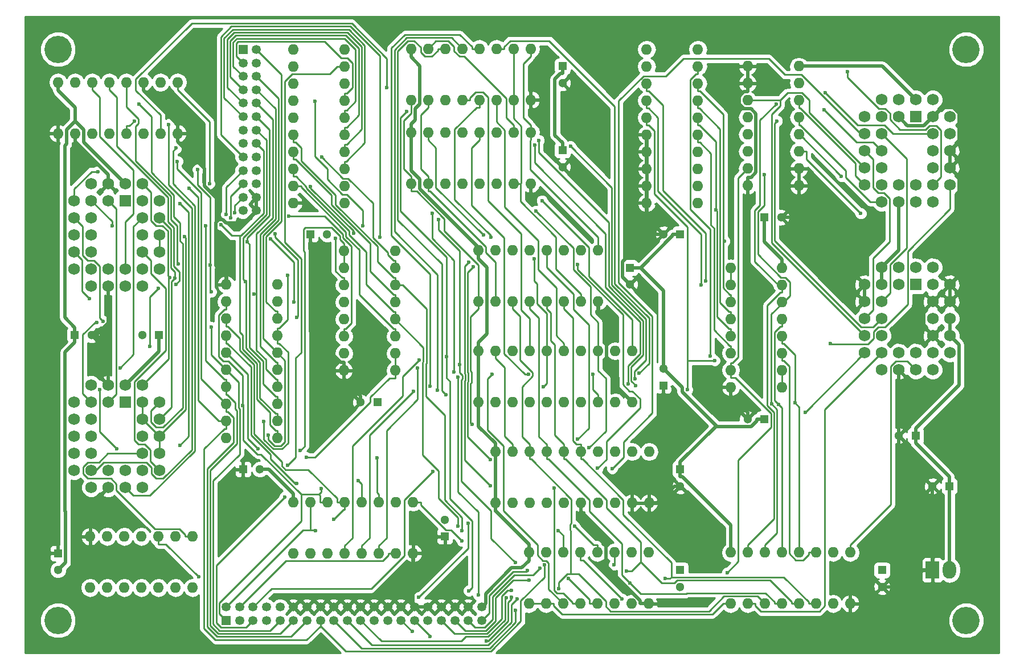
<source format=gbl>
G04 #@! TF.FileFunction,Copper,L2,Bot,Signal*
%FSLAX46Y46*%
G04 Gerber Fmt 4.6, Leading zero omitted, Abs format (unit mm)*
G04 Created by KiCad (PCBNEW 4.0.4-snap1-stable) date Mon Oct  8 14:35:49 2018*
%MOMM*%
%LPD*%
G01*
G04 APERTURE LIST*
%ADD10C,0.100000*%
%ADD11O,1.600000X1.600000*%
%ADD12R,1.750000X1.750000*%
%ADD13C,1.750000*%
%ADD14R,2.000000X2.600000*%
%ADD15O,2.000000X2.600000*%
%ADD16R,1.300000X1.300000*%
%ADD17C,1.300000*%
%ADD18R,1.350000X1.350000*%
%ADD19C,1.350000*%
%ADD20C,4.064000*%
%ADD21C,0.600000*%
%ADD22C,0.500000*%
%ADD23C,0.250000*%
%ADD24C,0.254000*%
G04 APERTURE END LIST*
D10*
D11*
X102500000Y-67500000D03*
X102500000Y-70040000D03*
X102500000Y-72580000D03*
X102500000Y-75120000D03*
X102500000Y-77660000D03*
X102500000Y-80200000D03*
X102500000Y-82740000D03*
X102500000Y-85280000D03*
X102500000Y-87820000D03*
X102500000Y-90360000D03*
X110120000Y-90360000D03*
X110120000Y-87820000D03*
X110120000Y-85280000D03*
X110120000Y-82740000D03*
X110120000Y-80200000D03*
X110120000Y-77660000D03*
X110120000Y-75120000D03*
X110120000Y-72580000D03*
X110120000Y-70040000D03*
X110120000Y-67500000D03*
X92500000Y-102500000D03*
X92500000Y-105040000D03*
X92500000Y-107580000D03*
X92500000Y-110120000D03*
X92500000Y-112660000D03*
X92500000Y-115200000D03*
X92500000Y-117740000D03*
X92500000Y-120280000D03*
X92500000Y-122820000D03*
X92500000Y-125360000D03*
X100120000Y-125360000D03*
X100120000Y-122820000D03*
X100120000Y-120280000D03*
X100120000Y-117740000D03*
X100120000Y-115200000D03*
X100120000Y-112660000D03*
X100120000Y-110120000D03*
X100120000Y-107580000D03*
X100120000Y-105040000D03*
X100120000Y-102500000D03*
D12*
X77500000Y-90000000D03*
D13*
X74960000Y-90000000D03*
X80040000Y-90000000D03*
X82580000Y-90000000D03*
X74960000Y-87460000D03*
X72420000Y-87460000D03*
X77500000Y-87460000D03*
X80040000Y-87460000D03*
X72420000Y-90000000D03*
X72420000Y-92540000D03*
X72420000Y-95080000D03*
X72420000Y-97620000D03*
X69880000Y-90000000D03*
X69880000Y-92540000D03*
X69880000Y-95080000D03*
X69880000Y-97620000D03*
X69880000Y-100160000D03*
X72420000Y-100160000D03*
X74960000Y-100160000D03*
X77500000Y-100160000D03*
X72420000Y-102700000D03*
X74960000Y-102700000D03*
X77500000Y-102700000D03*
X80040000Y-102700000D03*
X80040000Y-100160000D03*
X80040000Y-97620000D03*
X80040000Y-95080000D03*
X80040000Y-92540000D03*
X82580000Y-100160000D03*
X82580000Y-97620000D03*
X82580000Y-95080000D03*
X82580000Y-92540000D03*
X82580000Y-90000000D03*
D12*
X77500000Y-120000000D03*
D13*
X74960000Y-120000000D03*
X80040000Y-120000000D03*
X82580000Y-120000000D03*
X74960000Y-117460000D03*
X72420000Y-117460000D03*
X77500000Y-117460000D03*
X80040000Y-117460000D03*
X72420000Y-120000000D03*
X72420000Y-122540000D03*
X72420000Y-125080000D03*
X72420000Y-127620000D03*
X69880000Y-120000000D03*
X69880000Y-122540000D03*
X69880000Y-125080000D03*
X69880000Y-127620000D03*
X69880000Y-130160000D03*
X72420000Y-130160000D03*
X74960000Y-130160000D03*
X77500000Y-130160000D03*
X72420000Y-132700000D03*
X74960000Y-132700000D03*
X77500000Y-132700000D03*
X80040000Y-132700000D03*
X80040000Y-130160000D03*
X80040000Y-127620000D03*
X80040000Y-125080000D03*
X80040000Y-122540000D03*
X82580000Y-130160000D03*
X82580000Y-127620000D03*
X82580000Y-125080000D03*
X82580000Y-122540000D03*
X82580000Y-120000000D03*
D11*
X67500000Y-80000000D03*
X70040000Y-80000000D03*
X72580000Y-80000000D03*
X75120000Y-80000000D03*
X77660000Y-80000000D03*
X80200000Y-80000000D03*
X82740000Y-80000000D03*
X85280000Y-80000000D03*
X85280000Y-72380000D03*
X82740000Y-72380000D03*
X80200000Y-72380000D03*
X77660000Y-72380000D03*
X75120000Y-72380000D03*
X72580000Y-72380000D03*
X70040000Y-72380000D03*
X67500000Y-72380000D03*
D12*
X195000000Y-77500000D03*
D13*
X192460000Y-77500000D03*
X197540000Y-77500000D03*
X200080000Y-77500000D03*
X192460000Y-74960000D03*
X189920000Y-74960000D03*
X195000000Y-74960000D03*
X197540000Y-74960000D03*
X189920000Y-77500000D03*
X189920000Y-80040000D03*
X189920000Y-82580000D03*
X189920000Y-85120000D03*
X187380000Y-77500000D03*
X187380000Y-80040000D03*
X187380000Y-82580000D03*
X187380000Y-85120000D03*
X187380000Y-87660000D03*
X189920000Y-87660000D03*
X192460000Y-87660000D03*
X195000000Y-87660000D03*
X189920000Y-90200000D03*
X192460000Y-90200000D03*
X195000000Y-90200000D03*
X197540000Y-90200000D03*
X197540000Y-87660000D03*
X197540000Y-85120000D03*
X197540000Y-82580000D03*
X197540000Y-80040000D03*
X200080000Y-87660000D03*
X200080000Y-85120000D03*
X200080000Y-82580000D03*
X200080000Y-80040000D03*
X200080000Y-77500000D03*
D11*
X102500000Y-142500000D03*
X105040000Y-142500000D03*
X107580000Y-142500000D03*
X110120000Y-142500000D03*
X112660000Y-142500000D03*
X115200000Y-142500000D03*
X117740000Y-142500000D03*
X120280000Y-142500000D03*
X120280000Y-134880000D03*
X117740000Y-134880000D03*
X115200000Y-134880000D03*
X112660000Y-134880000D03*
X110120000Y-134880000D03*
X107580000Y-134880000D03*
X105040000Y-134880000D03*
X102500000Y-134880000D03*
X137500000Y-150000000D03*
X140040000Y-150000000D03*
X142580000Y-150000000D03*
X145120000Y-150000000D03*
X147660000Y-150000000D03*
X150200000Y-150000000D03*
X152740000Y-150000000D03*
X155280000Y-150000000D03*
X155280000Y-142380000D03*
X152740000Y-142380000D03*
X150200000Y-142380000D03*
X147660000Y-142380000D03*
X145120000Y-142380000D03*
X142580000Y-142380000D03*
X140040000Y-142380000D03*
X137500000Y-142380000D03*
X167500000Y-150000000D03*
X170040000Y-150000000D03*
X172580000Y-150000000D03*
X175120000Y-150000000D03*
X177660000Y-150000000D03*
X180200000Y-150000000D03*
X182740000Y-150000000D03*
X185280000Y-150000000D03*
X185280000Y-142380000D03*
X182740000Y-142380000D03*
X180200000Y-142380000D03*
X177660000Y-142380000D03*
X175120000Y-142380000D03*
X172580000Y-142380000D03*
X170040000Y-142380000D03*
X167500000Y-142380000D03*
X120000000Y-75000000D03*
X122540000Y-75000000D03*
X125080000Y-75000000D03*
X127620000Y-75000000D03*
X130160000Y-75000000D03*
X132700000Y-75000000D03*
X135240000Y-75000000D03*
X137780000Y-75000000D03*
X137780000Y-67380000D03*
X135240000Y-67380000D03*
X132700000Y-67380000D03*
X130160000Y-67380000D03*
X127620000Y-67380000D03*
X125080000Y-67380000D03*
X122540000Y-67380000D03*
X120000000Y-67380000D03*
X120000000Y-87500000D03*
X122540000Y-87500000D03*
X125080000Y-87500000D03*
X127620000Y-87500000D03*
X130160000Y-87500000D03*
X132700000Y-87500000D03*
X135240000Y-87500000D03*
X137780000Y-87500000D03*
X137780000Y-79880000D03*
X135240000Y-79880000D03*
X132700000Y-79880000D03*
X130160000Y-79880000D03*
X127620000Y-79880000D03*
X125080000Y-79880000D03*
X122540000Y-79880000D03*
X120000000Y-79880000D03*
X130000000Y-105000000D03*
X132540000Y-105000000D03*
X135080000Y-105000000D03*
X137620000Y-105000000D03*
X140160000Y-105000000D03*
X142700000Y-105000000D03*
X145240000Y-105000000D03*
X147780000Y-105000000D03*
X147780000Y-97380000D03*
X145240000Y-97380000D03*
X142700000Y-97380000D03*
X140160000Y-97380000D03*
X137620000Y-97380000D03*
X135080000Y-97380000D03*
X132540000Y-97380000D03*
X130000000Y-97380000D03*
D14*
X197500000Y-145000000D03*
D15*
X200040000Y-145000000D03*
D11*
X170000000Y-70000000D03*
X170000000Y-72540000D03*
X170000000Y-75080000D03*
X170000000Y-77620000D03*
X170000000Y-80160000D03*
X170000000Y-82700000D03*
X170000000Y-85240000D03*
X170000000Y-87780000D03*
X177620000Y-87780000D03*
X177620000Y-85240000D03*
X177620000Y-82700000D03*
X177620000Y-80160000D03*
X177620000Y-77620000D03*
X177620000Y-75080000D03*
X177620000Y-72540000D03*
X177620000Y-70000000D03*
X130000000Y-120000000D03*
X132540000Y-120000000D03*
X135080000Y-120000000D03*
X137620000Y-120000000D03*
X140160000Y-120000000D03*
X142700000Y-120000000D03*
X145240000Y-120000000D03*
X147780000Y-120000000D03*
X150320000Y-120000000D03*
X152860000Y-120000000D03*
X152860000Y-112380000D03*
X150320000Y-112380000D03*
X147780000Y-112380000D03*
X145240000Y-112380000D03*
X142700000Y-112380000D03*
X140160000Y-112380000D03*
X137620000Y-112380000D03*
X135080000Y-112380000D03*
X132540000Y-112380000D03*
X130000000Y-112380000D03*
X132500000Y-135000000D03*
X135040000Y-135000000D03*
X137580000Y-135000000D03*
X140120000Y-135000000D03*
X142660000Y-135000000D03*
X145200000Y-135000000D03*
X147740000Y-135000000D03*
X150280000Y-135000000D03*
X152820000Y-135000000D03*
X155360000Y-135000000D03*
X155360000Y-127380000D03*
X152820000Y-127380000D03*
X150280000Y-127380000D03*
X147740000Y-127380000D03*
X145200000Y-127380000D03*
X142660000Y-127380000D03*
X140120000Y-127380000D03*
X137580000Y-127380000D03*
X135040000Y-127380000D03*
X132500000Y-127380000D03*
D16*
X115000000Y-120000000D03*
D17*
X112500000Y-120000000D03*
D16*
X125000000Y-140000000D03*
D17*
X125000000Y-137500000D03*
D16*
X160000000Y-145000000D03*
D17*
X160000000Y-147500000D03*
D16*
X160000000Y-130000000D03*
D17*
X160000000Y-132500000D03*
D16*
X95000000Y-130000000D03*
D17*
X97500000Y-130000000D03*
D16*
X160000000Y-95000000D03*
D17*
X157500000Y-95000000D03*
D16*
X157500000Y-117500000D03*
D17*
X157500000Y-115000000D03*
D16*
X152500000Y-100000000D03*
D17*
X152500000Y-102500000D03*
D16*
X142500000Y-82500000D03*
D17*
X142500000Y-85000000D03*
D16*
X142500000Y-70000000D03*
D17*
X142500000Y-72500000D03*
D16*
X105000000Y-95000000D03*
D17*
X107500000Y-95000000D03*
D16*
X67500000Y-142500000D03*
D17*
X67500000Y-145000000D03*
D16*
X70000000Y-110000000D03*
D17*
X72500000Y-110000000D03*
D16*
X82500000Y-110000000D03*
D17*
X80000000Y-110000000D03*
D16*
X172500000Y-92500000D03*
D17*
X175000000Y-92500000D03*
D16*
X190000000Y-145000000D03*
D17*
X190000000Y-147500000D03*
D16*
X172500000Y-122500000D03*
D17*
X170000000Y-122500000D03*
D16*
X195000000Y-125000000D03*
D17*
X192500000Y-125000000D03*
D11*
X110000000Y-97500000D03*
X110000000Y-100040000D03*
X110000000Y-102580000D03*
X110000000Y-105120000D03*
X110000000Y-107660000D03*
X110000000Y-110200000D03*
X110000000Y-112740000D03*
X110000000Y-115280000D03*
X117620000Y-115280000D03*
X117620000Y-112740000D03*
X117620000Y-110200000D03*
X117620000Y-107660000D03*
X117620000Y-105120000D03*
X117620000Y-102580000D03*
X117620000Y-100040000D03*
X117620000Y-97500000D03*
X167500000Y-100000000D03*
X167500000Y-102540000D03*
X167500000Y-105080000D03*
X167500000Y-107620000D03*
X167500000Y-110160000D03*
X167500000Y-112700000D03*
X167500000Y-115240000D03*
X167500000Y-117780000D03*
X175120000Y-117780000D03*
X175120000Y-115240000D03*
X175120000Y-112700000D03*
X175120000Y-110160000D03*
X175120000Y-107620000D03*
X175120000Y-105080000D03*
X175120000Y-102540000D03*
X175120000Y-100000000D03*
D18*
X95000000Y-67500000D03*
D19*
X95000000Y-69500000D03*
X95000000Y-71500000D03*
X95000000Y-73500000D03*
X95000000Y-75500000D03*
X95000000Y-77500000D03*
X95000000Y-79500000D03*
X95000000Y-81500000D03*
X95000000Y-83500000D03*
X95000000Y-85500000D03*
X95000000Y-87500000D03*
X95000000Y-89500000D03*
X95000000Y-91500000D03*
X97000000Y-67500000D03*
X97000000Y-69500000D03*
X97000000Y-71500000D03*
X97000000Y-73500000D03*
X97000000Y-75500000D03*
X97000000Y-77500000D03*
X97000000Y-79500000D03*
X97000000Y-81500000D03*
X97000000Y-83500000D03*
X97000000Y-85500000D03*
X97000000Y-87500000D03*
X97000000Y-89500000D03*
X97000000Y-91500000D03*
D11*
X87500000Y-140000000D03*
X84960000Y-140000000D03*
X82420000Y-140000000D03*
X79880000Y-140000000D03*
X77340000Y-140000000D03*
X74800000Y-140000000D03*
X72260000Y-140000000D03*
X72260000Y-147620000D03*
X74800000Y-147620000D03*
X77340000Y-147620000D03*
X79880000Y-147620000D03*
X82420000Y-147620000D03*
X84960000Y-147620000D03*
X87500000Y-147620000D03*
D18*
X92500000Y-152500000D03*
D19*
X94500000Y-152500000D03*
X96500000Y-152500000D03*
X98500000Y-152500000D03*
X100500000Y-152500000D03*
X102500000Y-152500000D03*
X104500000Y-152500000D03*
X106500000Y-152500000D03*
X108500000Y-152500000D03*
X110500000Y-152500000D03*
X112500000Y-152500000D03*
X114500000Y-152500000D03*
X116500000Y-152500000D03*
X118500000Y-152500000D03*
X120500000Y-152500000D03*
X122500000Y-152500000D03*
X124500000Y-152500000D03*
X126500000Y-152500000D03*
X128500000Y-152500000D03*
X130500000Y-152500000D03*
X92500000Y-150500000D03*
X94500000Y-150500000D03*
X96500000Y-150500000D03*
X98500000Y-150500000D03*
X100500000Y-150500000D03*
X102500000Y-150500000D03*
X104500000Y-150500000D03*
X106500000Y-150500000D03*
X108500000Y-150500000D03*
X110500000Y-150500000D03*
X112500000Y-150500000D03*
X114500000Y-150500000D03*
X116500000Y-150500000D03*
X118500000Y-150500000D03*
X120500000Y-150500000D03*
X122500000Y-150500000D03*
X124500000Y-150500000D03*
X126500000Y-150500000D03*
X128500000Y-150500000D03*
X130500000Y-150500000D03*
D16*
X200000000Y-132500000D03*
D17*
X197500000Y-132500000D03*
D12*
X195000000Y-102500000D03*
D13*
X192460000Y-102500000D03*
X197540000Y-102500000D03*
X200080000Y-102500000D03*
X192460000Y-99960000D03*
X189920000Y-99960000D03*
X195000000Y-99960000D03*
X197540000Y-99960000D03*
X189920000Y-102500000D03*
X189920000Y-105040000D03*
X189920000Y-107580000D03*
X189920000Y-110120000D03*
X187380000Y-102500000D03*
X187380000Y-105040000D03*
X187380000Y-107580000D03*
X187380000Y-110120000D03*
X187380000Y-112660000D03*
X189920000Y-112660000D03*
X192460000Y-112660000D03*
X195000000Y-112660000D03*
X189920000Y-115200000D03*
X192460000Y-115200000D03*
X195000000Y-115200000D03*
X197540000Y-115200000D03*
X197540000Y-112660000D03*
X197540000Y-110120000D03*
X197540000Y-107580000D03*
X197540000Y-105040000D03*
X200080000Y-112660000D03*
X200080000Y-110120000D03*
X200080000Y-107580000D03*
X200080000Y-105040000D03*
X200080000Y-102500000D03*
D11*
X155000000Y-67500000D03*
X155000000Y-70040000D03*
X155000000Y-72580000D03*
X155000000Y-75120000D03*
X155000000Y-77660000D03*
X155000000Y-80200000D03*
X155000000Y-82740000D03*
X155000000Y-85280000D03*
X155000000Y-87820000D03*
X155000000Y-90360000D03*
X162620000Y-90360000D03*
X162620000Y-87820000D03*
X162620000Y-85280000D03*
X162620000Y-82740000D03*
X162620000Y-80200000D03*
X162620000Y-77660000D03*
X162620000Y-75120000D03*
X162620000Y-72580000D03*
X162620000Y-70040000D03*
X162620000Y-67500000D03*
D20*
X67500000Y-67500000D03*
X202500000Y-67500000D03*
X202500000Y-152500000D03*
X67500000Y-152500000D03*
D21*
X172476000Y-86123300D03*
X106590000Y-132856500D03*
X173579800Y-120271800D03*
X94950500Y-120496000D03*
X73263700Y-108126400D03*
X108494200Y-137436800D03*
X174604900Y-120354200D03*
X163786700Y-101926100D03*
X163078500Y-102527700D03*
X101242400Y-134103000D03*
X102971600Y-132141100D03*
X112165500Y-131680200D03*
X177037200Y-120099200D03*
X165132000Y-113825300D03*
X114883600Y-128266800D03*
X97190600Y-126899900D03*
X161029000Y-118159000D03*
X127566500Y-139126100D03*
X141884100Y-139096500D03*
X74167300Y-107942700D03*
X90263800Y-108850000D03*
X151364100Y-149312900D03*
X89457600Y-93740300D03*
X75516100Y-93740300D03*
X73397400Y-85678500D03*
X85246400Y-84155600D03*
X126952400Y-138493600D03*
X144302500Y-138456700D03*
X86950800Y-88148300D03*
X139789200Y-144229500D03*
X150133300Y-144229500D03*
X88275100Y-85361200D03*
X90156000Y-99574100D03*
X90261400Y-103589300D03*
X85054500Y-82187500D03*
X83953700Y-78641300D03*
X96637000Y-103910600D03*
X72160800Y-104556400D03*
X95651100Y-96163600D03*
X95328000Y-102030000D03*
X82399700Y-103076600D03*
X81148000Y-111713600D03*
X91695600Y-93593300D03*
X166955000Y-145398200D03*
X116398500Y-73160500D03*
X105793600Y-139132800D03*
X106694000Y-83543600D03*
X174245900Y-75640200D03*
X88413400Y-146020200D03*
X98079700Y-122844100D03*
X105711100Y-75215100D03*
X112813600Y-93749500D03*
X101640200Y-101126300D03*
X98730900Y-124901900D03*
X181588400Y-73954600D03*
X85607000Y-126410700D03*
X85627500Y-90436000D03*
X165292000Y-91411400D03*
X84079400Y-101485500D03*
X85018100Y-102439900D03*
X76259300Y-126960900D03*
X73690000Y-118160300D03*
X76735800Y-114901700D03*
X85353000Y-99458200D03*
X84898700Y-101562300D03*
X166590800Y-96050900D03*
X79512300Y-75663600D03*
X178557100Y-121482900D03*
X123231000Y-130307500D03*
X78835500Y-78167400D03*
X121138600Y-149068300D03*
X128438300Y-138055200D03*
X149888100Y-129889300D03*
X183947200Y-86390000D03*
X186846500Y-91926500D03*
X125237300Y-113245000D03*
X135489800Y-151006900D03*
X128590700Y-148076700D03*
X119340600Y-76732100D03*
X121179200Y-113765700D03*
X135737400Y-149250500D03*
X131835700Y-95448400D03*
X138297200Y-98630400D03*
X120311900Y-118358200D03*
X139656700Y-117742800D03*
X134111300Y-149100400D03*
X120971700Y-114885100D03*
X131219400Y-155537600D03*
X134911700Y-149030700D03*
X132009100Y-115839100D03*
X126390000Y-115510400D03*
X123138600Y-91890600D03*
X120149700Y-154149800D03*
X146447500Y-126771800D03*
X141253700Y-132788800D03*
X138529800Y-91515400D03*
X122811000Y-154878900D03*
X127190400Y-114416300D03*
X143404900Y-146257100D03*
X135473400Y-143893000D03*
X124063300Y-92843300D03*
X126968000Y-116289400D03*
X129975700Y-148720600D03*
X139462400Y-90004500D03*
X134940200Y-148039800D03*
X141921000Y-147800300D03*
X137557100Y-146490800D03*
X152549800Y-146913600D03*
X139109600Y-144731900D03*
X151986200Y-145105800D03*
X137279000Y-145054800D03*
X157743200Y-146273600D03*
X153849100Y-115721100D03*
X122832500Y-117590600D03*
X123928600Y-118191600D03*
X125133800Y-118874700D03*
X138989700Y-81035000D03*
X153333300Y-117532900D03*
X137441200Y-115849000D03*
X147042800Y-115818800D03*
X138335300Y-81705000D03*
X152228000Y-117271500D03*
X143670700Y-81899300D03*
X153314900Y-116523900D03*
X130728300Y-95104100D03*
X144740200Y-99536200D03*
X147711700Y-129839200D03*
X144732600Y-125523800D03*
X129256100Y-99841700D03*
X131749500Y-128539200D03*
X128570400Y-99148500D03*
X131743300Y-132429600D03*
X101630500Y-129399500D03*
X184882600Y-70774600D03*
X86279000Y-95345300D03*
X90005400Y-87483900D03*
X105049200Y-87913900D03*
X111420400Y-94831400D03*
X182281200Y-111294100D03*
X127536900Y-140671200D03*
X164451100Y-113151400D03*
X104385500Y-128226700D03*
X115319800Y-95470000D03*
X108770900Y-95614500D03*
X92493500Y-92077600D03*
X99074700Y-95708400D03*
X102534400Y-105120000D03*
X93181700Y-92555600D03*
X99784300Y-94929000D03*
X102996600Y-107414600D03*
X93797400Y-91783700D03*
X101836500Y-92317100D03*
X129023600Y-123322700D03*
X181390200Y-76494600D03*
X174380600Y-78141200D03*
X103528900Y-127178600D03*
D22*
X172500000Y-96129700D02*
X175120000Y-98749700D01*
X172500000Y-92500000D02*
X172500000Y-96129700D01*
X175120000Y-100000000D02*
X175120000Y-98749700D01*
X82500000Y-110000000D02*
X82500000Y-111100300D01*
X160000000Y-95000000D02*
X158899700Y-95000000D01*
X201432500Y-111472500D02*
X200080000Y-110120000D01*
X201432500Y-117467200D02*
X201432500Y-111472500D01*
X195000000Y-123899700D02*
X201432500Y-117467200D01*
X195000000Y-125000000D02*
X195000000Y-123899700D01*
X152500000Y-100000000D02*
X154110200Y-100000000D01*
X158899700Y-95210500D02*
X158899700Y-95000000D01*
X154110200Y-100000000D02*
X158899700Y-95210500D01*
X157500000Y-103389800D02*
X157500000Y-115000000D01*
X154110200Y-100000000D02*
X157500000Y-103389800D01*
X67500000Y-72380000D02*
X67500000Y-73630300D01*
X200080000Y-107580000D02*
X200080000Y-110120000D01*
X190040000Y-70000000D02*
X177620000Y-70000000D01*
X195000000Y-74960000D02*
X190040000Y-70000000D01*
X70021500Y-76151800D02*
X70021500Y-78186300D01*
X67500000Y-73630300D02*
X70021500Y-76151800D01*
X70000000Y-110000000D02*
X70000000Y-108899700D01*
X68502200Y-107401900D02*
X70000000Y-108899700D01*
X68502200Y-81854700D02*
X68502200Y-107401900D01*
X68778700Y-81578200D02*
X68502200Y-81854700D01*
X68778700Y-79429100D02*
X68778700Y-81578200D01*
X70021500Y-78186300D02*
X68778700Y-79429100D01*
X132500000Y-135000000D02*
X132500000Y-133749700D01*
X71310000Y-79474800D02*
X70021500Y-78186300D01*
X71310000Y-81270000D02*
X71310000Y-79474800D01*
X77500000Y-87460000D02*
X71310000Y-81270000D01*
X131289600Y-99919900D02*
X130000000Y-98630300D01*
X131289600Y-109840100D02*
X131289600Y-99919900D01*
X130000000Y-111129700D02*
X131289600Y-109840100D01*
X130000000Y-112380000D02*
X130000000Y-111129700D01*
X195000000Y-125000000D02*
X195000000Y-126100300D01*
X200000000Y-131100300D02*
X195000000Y-126100300D01*
X200000000Y-132500000D02*
X200000000Y-131100300D01*
X200040000Y-133640300D02*
X200040000Y-145000000D01*
X200000000Y-133600300D02*
X200040000Y-133640300D01*
X200000000Y-132500000D02*
X200000000Y-133600300D01*
X68554600Y-112545700D02*
X70000000Y-111100300D01*
X68554600Y-136238800D02*
X68554600Y-112545700D01*
X68607000Y-136291200D02*
X68554600Y-136238800D01*
X68607000Y-143893000D02*
X68607000Y-136291200D01*
X67500000Y-145000000D02*
X68607000Y-143893000D01*
X70000000Y-110000000D02*
X70000000Y-111100300D01*
X130000000Y-98005100D02*
X130000000Y-98630300D01*
X120000000Y-67380000D02*
X120000000Y-68630300D01*
X130000000Y-98005100D02*
X130000000Y-97380000D01*
X130000000Y-112380000D02*
X130000000Y-113630300D01*
X130000000Y-120000000D02*
X130000000Y-113630300D01*
X121289600Y-69919900D02*
X120000000Y-68630300D01*
X121289600Y-75649400D02*
X121289600Y-69919900D01*
X120591200Y-76347800D02*
X121289600Y-75649400D01*
X120591200Y-78038500D02*
X120591200Y-76347800D01*
X120000000Y-78629700D02*
X120591200Y-78038500D01*
X120000000Y-79880000D02*
X120000000Y-78629700D01*
X132500000Y-133749700D02*
X132500000Y-127380000D01*
X132500000Y-127380000D02*
X132500000Y-126129700D01*
X130000000Y-123629700D02*
X130000000Y-121250300D01*
X132500000Y-126129700D02*
X130000000Y-123629700D01*
X130000000Y-120000000D02*
X130000000Y-121250300D01*
X137500000Y-143005100D02*
X137500000Y-143630300D01*
X160275100Y-131100300D02*
X160000000Y-131100300D01*
X167500000Y-138325200D02*
X160275100Y-131100300D01*
X167500000Y-142380000D02*
X167500000Y-138325200D01*
X160000000Y-130000000D02*
X160000000Y-131100300D01*
X172500000Y-122500000D02*
X171399700Y-122500000D01*
X160000000Y-130000000D02*
X160000000Y-128899700D01*
X82500000Y-112460000D02*
X77500000Y-117460000D01*
X82500000Y-111100300D02*
X82500000Y-112460000D01*
X102500000Y-134880000D02*
X102500000Y-133629700D01*
X160278700Y-118469800D02*
X165354300Y-123545400D01*
X160278700Y-117778700D02*
X160278700Y-118469800D01*
X157500000Y-115000000D02*
X160278700Y-117778700D01*
X165411900Y-123603000D02*
X165354300Y-123545400D01*
X170571800Y-123603000D02*
X165411900Y-123603000D01*
X171399700Y-122775100D02*
X170571800Y-123603000D01*
X171399700Y-122500000D02*
X171399700Y-122775100D01*
X165354300Y-123545400D02*
X160000000Y-128899700D01*
X120000000Y-85561000D02*
X120000000Y-79880000D01*
X121289600Y-86850600D02*
X120000000Y-85561000D01*
X121289600Y-88222200D02*
X121289600Y-86850600D01*
X130000000Y-96932600D02*
X121289600Y-88222200D01*
X130000000Y-97380000D02*
X130000000Y-96932600D01*
X142224900Y-71100300D02*
X142500000Y-71100300D01*
X141381500Y-71943700D02*
X142224900Y-71100300D01*
X141381500Y-80281200D02*
X141381500Y-71943700D01*
X142500000Y-81399700D02*
X141381500Y-80281200D01*
X142500000Y-82500000D02*
X142500000Y-81399700D01*
X142500000Y-70000000D02*
X142500000Y-71100300D01*
X98870300Y-130000000D02*
X102500000Y-133629700D01*
X97500000Y-130000000D02*
X98870300Y-130000000D01*
X131053900Y-149946100D02*
X130500000Y-150500000D01*
X131053900Y-148549100D02*
X131053900Y-149946100D01*
X134932800Y-144670200D02*
X131053900Y-148549100D01*
X136460100Y-144670200D02*
X134932800Y-144670200D01*
X137500000Y-143630300D02*
X136460100Y-144670200D01*
X137500000Y-143005100D02*
X137500000Y-142380000D01*
X132620600Y-136250300D02*
X132500000Y-136250300D01*
X137500000Y-141129700D02*
X132620600Y-136250300D01*
X137500000Y-142380000D02*
X137500000Y-141129700D01*
X132500000Y-135000000D02*
X132500000Y-136250300D01*
D23*
X107580000Y-134880000D02*
X106454700Y-134880000D01*
X175120000Y-105080000D02*
X175120000Y-105309100D01*
X106590000Y-133407300D02*
X106590000Y-132856500D01*
X106268100Y-133729200D02*
X106590000Y-133407300D01*
X106454700Y-133915800D02*
X106454700Y-134880000D01*
X106268100Y-133729200D02*
X106454700Y-133915800D01*
X172580000Y-142380000D02*
X172580000Y-141254700D01*
X173525800Y-120217800D02*
X173579800Y-120271800D01*
X173525800Y-106903300D02*
X173525800Y-120217800D01*
X175120000Y-105309100D02*
X173525800Y-106903300D01*
X174380700Y-121072700D02*
X173579800Y-120271800D01*
X174380700Y-139454000D02*
X174380700Y-121072700D01*
X172580000Y-141254700D02*
X174380700Y-139454000D01*
X103651600Y-133729200D02*
X106268100Y-133729200D01*
X103626000Y-133754800D02*
X103651600Y-133729200D01*
X92500000Y-105040000D02*
X92500000Y-106165300D01*
X92218600Y-106165300D02*
X92500000Y-106165300D01*
X91374700Y-107009200D02*
X92218600Y-106165300D01*
X91374700Y-113205900D02*
X91374700Y-107009200D01*
X92098800Y-113930000D02*
X91374700Y-113205900D01*
X92823100Y-113930000D02*
X92098800Y-113930000D01*
X94950500Y-116057400D02*
X92823100Y-113930000D01*
X94950500Y-120496000D02*
X94950500Y-116057400D01*
X91461800Y-151461800D02*
X92500000Y-152500000D01*
X91461800Y-149860100D02*
X91461800Y-151461800D01*
X103626000Y-137695900D02*
X91461800Y-149860100D01*
X103626000Y-133754800D02*
X103626000Y-137695900D01*
X172476000Y-90680300D02*
X172476000Y-86123300D01*
X171524600Y-91631700D02*
X172476000Y-90680300D01*
X171524600Y-97996200D02*
X171524600Y-91631700D01*
X174943000Y-101414600D02*
X171524600Y-97996200D01*
X175587500Y-101414600D02*
X174943000Y-101414600D01*
X176270000Y-102097100D02*
X175587500Y-101414600D01*
X176270000Y-104159100D02*
X176270000Y-102097100D01*
X175120000Y-105309100D02*
X176270000Y-104159100D01*
X97643100Y-127771900D02*
X103626000Y-133754800D01*
X97136600Y-127771900D02*
X97643100Y-127771900D01*
X95006800Y-125642100D02*
X97136600Y-127771900D01*
X95006800Y-120552300D02*
X95006800Y-125642100D01*
X94950500Y-120496000D02*
X95006800Y-120552300D01*
X175120000Y-107620000D02*
X175120000Y-108745300D01*
X175120000Y-142380000D02*
X175120000Y-141254700D01*
X71164100Y-118744100D02*
X72420000Y-120000000D01*
X71164100Y-109941500D02*
X71164100Y-118744100D01*
X72979200Y-108126400D02*
X71164100Y-109941500D01*
X73263700Y-108126400D02*
X72979200Y-108126400D01*
X109925700Y-136005300D02*
X110120000Y-136005300D01*
X108494200Y-137436800D02*
X109925700Y-136005300D01*
X110120000Y-134880000D02*
X110120000Y-136005300D01*
X174838700Y-108745300D02*
X175120000Y-108745300D01*
X173994700Y-109589300D02*
X174838700Y-108745300D01*
X173994700Y-119744000D02*
X173994700Y-109589300D01*
X174604900Y-120354200D02*
X173994700Y-119744000D01*
X175120000Y-120869300D02*
X174604900Y-120354200D01*
X175120000Y-141254700D02*
X175120000Y-120869300D01*
X108994700Y-134317400D02*
X108994700Y-134880000D01*
X104719000Y-130041700D02*
X108994700Y-134317400D01*
X101311800Y-130041700D02*
X104719000Y-130041700D01*
X100751400Y-129481300D02*
X101311800Y-130041700D01*
X100751400Y-128858500D02*
X100751400Y-129481300D01*
X96620600Y-124727700D02*
X100751400Y-128858500D01*
X96620600Y-114422000D02*
X96620600Y-124727700D01*
X94512000Y-112313400D02*
X96620600Y-114422000D01*
X94512000Y-110504700D02*
X94512000Y-112313400D01*
X92712600Y-108705300D02*
X94512000Y-110504700D01*
X92500000Y-108705300D02*
X92712600Y-108705300D01*
X92500000Y-107580000D02*
X92500000Y-108705300D01*
X110120000Y-134880000D02*
X108994700Y-134880000D01*
X155281300Y-73705300D02*
X155000000Y-73705300D01*
X157413600Y-75837600D02*
X155281300Y-73705300D01*
X157413600Y-88515200D02*
X157413600Y-75837600D01*
X163786700Y-94888300D02*
X157413600Y-88515200D01*
X163786700Y-101926100D02*
X163786700Y-94888300D01*
X155000000Y-72580000D02*
X155000000Y-73705300D01*
X175120000Y-110160000D02*
X175120000Y-111285300D01*
X155000000Y-75120000D02*
X155000000Y-76245300D01*
X91008200Y-144337200D02*
X101242400Y-134103000D01*
X91008200Y-152859200D02*
X91008200Y-144337200D01*
X91690500Y-153541500D02*
X91008200Y-152859200D01*
X95458500Y-153541500D02*
X91690500Y-153541500D01*
X96500000Y-152500000D02*
X95458500Y-153541500D01*
X92500000Y-110120000D02*
X92500000Y-111245300D01*
X102760100Y-132141100D02*
X102971600Y-132141100D01*
X99064500Y-128445500D02*
X102760100Y-132141100D01*
X99064500Y-127808500D02*
X99064500Y-128445500D01*
X96170200Y-124914200D02*
X99064500Y-127808500D01*
X96170200Y-114738600D02*
X96170200Y-124914200D01*
X92676900Y-111245300D02*
X96170200Y-114738600D01*
X92500000Y-111245300D02*
X92676900Y-111245300D01*
X112660000Y-132174700D02*
X112660000Y-134880000D01*
X112165500Y-131680200D02*
X112660000Y-132174700D01*
X177660000Y-120722000D02*
X177660000Y-142380000D01*
X177037200Y-120099200D02*
X177660000Y-120722000D01*
X177037200Y-112977500D02*
X177037200Y-120099200D01*
X175345000Y-111285300D02*
X177037200Y-112977500D01*
X175120000Y-111285300D02*
X175345000Y-111285300D01*
X163078500Y-95004900D02*
X163078500Y-102527700D01*
X156695300Y-88621700D02*
X163078500Y-95004900D01*
X156695300Y-77659300D02*
X156695300Y-88621700D01*
X155281300Y-76245300D02*
X156695300Y-77659300D01*
X155000000Y-76245300D02*
X155281300Y-76245300D01*
X155000000Y-77660000D02*
X155000000Y-78785300D01*
X179074700Y-142661400D02*
X179074700Y-142380000D01*
X178230800Y-143505300D02*
X179074700Y-142661400D01*
X177193500Y-143505300D02*
X178230800Y-143505300D01*
X176245300Y-142557100D02*
X177193500Y-143505300D01*
X176245300Y-114669200D02*
X176245300Y-142557100D01*
X175401400Y-113825300D02*
X176245300Y-114669200D01*
X175120000Y-113825300D02*
X175401400Y-113825300D01*
X175120000Y-112700000D02*
X175120000Y-113825300D01*
X180200000Y-142380000D02*
X179074700Y-142380000D01*
X114883600Y-133438300D02*
X114883600Y-128266800D01*
X115200000Y-133754700D02*
X114883600Y-133438300D01*
X95719700Y-125429000D02*
X97190600Y-126899900D01*
X95719700Y-115879700D02*
X95719700Y-125429000D01*
X92500000Y-112660000D02*
X95719700Y-115879700D01*
X115200000Y-134880000D02*
X115200000Y-133754700D01*
X161029000Y-93924000D02*
X161029000Y-113825300D01*
X156125300Y-89020300D02*
X161029000Y-93924000D01*
X156125300Y-79629200D02*
X156125300Y-89020300D01*
X155281400Y-78785300D02*
X156125300Y-79629200D01*
X155000000Y-78785300D02*
X155281400Y-78785300D01*
X165132000Y-113825300D02*
X161029000Y-113825300D01*
X161029000Y-113825300D02*
X161029000Y-118159000D01*
X142580000Y-139792400D02*
X141884100Y-139096500D01*
X142580000Y-142380000D02*
X142580000Y-139792400D01*
X73690000Y-107465400D02*
X74167300Y-107942700D01*
X73690000Y-99732400D02*
X73690000Y-107465400D01*
X72847600Y-98890000D02*
X73690000Y-99732400D01*
X71919500Y-98890000D02*
X72847600Y-98890000D01*
X71150000Y-98120500D02*
X71919500Y-98890000D01*
X71150000Y-93810000D02*
X71150000Y-98120500D01*
X69880000Y-92540000D02*
X71150000Y-93810000D01*
X117620000Y-102580000D02*
X117620000Y-101454700D01*
X102500000Y-80200000D02*
X102500000Y-81325300D01*
X117620000Y-102580000D02*
X118745300Y-102580000D01*
X117338700Y-101454700D02*
X117620000Y-101454700D01*
X114988400Y-99104400D02*
X117338700Y-101454700D01*
X114988400Y-96836300D02*
X114988400Y-99104400D01*
X108730500Y-90578400D02*
X114988400Y-96836300D01*
X108730500Y-89177500D02*
X108730500Y-90578400D01*
X103625300Y-84072300D02*
X108730500Y-89177500D01*
X103625300Y-82169200D02*
X103625300Y-84072300D01*
X102781400Y-81325300D02*
X103625300Y-82169200D01*
X102500000Y-81325300D02*
X102781400Y-81325300D01*
X94325200Y-117025200D02*
X92500000Y-115200000D01*
X94325200Y-120847500D02*
X94325200Y-117025200D01*
X94529000Y-121051300D02*
X94325200Y-120847500D01*
X94529000Y-127749300D02*
X94529000Y-121051300D01*
X90557800Y-131720500D02*
X94529000Y-127749300D01*
X90557800Y-153045700D02*
X90557800Y-131720500D01*
X91504000Y-153991900D02*
X90557800Y-153045700D01*
X99008100Y-153991900D02*
X91504000Y-153991900D01*
X100500000Y-152500000D02*
X99008100Y-153991900D01*
X90263900Y-108850000D02*
X90263800Y-108850000D01*
X90263900Y-112963900D02*
X90263900Y-108850000D01*
X92500000Y-115200000D02*
X90263900Y-112963900D01*
X122254800Y-106089500D02*
X118745300Y-102580000D01*
X122254800Y-114211400D02*
X122254800Y-106089500D01*
X122192400Y-114273800D02*
X122254800Y-114211400D01*
X122192400Y-119144900D02*
X122192400Y-114273800D01*
X124982500Y-121935000D02*
X122192400Y-119144900D01*
X124982500Y-134552800D02*
X124982500Y-121935000D01*
X127577700Y-137148000D02*
X124982500Y-134552800D01*
X127577700Y-139114900D02*
X127577700Y-137148000D01*
X127566500Y-139126100D02*
X127577700Y-139114900D01*
X145120000Y-142380000D02*
X145120000Y-143505300D01*
X145556500Y-143505300D02*
X151364100Y-149312900D01*
X145120000Y-143505300D02*
X145556500Y-143505300D01*
X92500000Y-117740000D02*
X92500000Y-118865300D01*
X75516100Y-93096100D02*
X75516100Y-93740300D01*
X72420000Y-90000000D02*
X75516100Y-93096100D01*
X117620000Y-105120000D02*
X117620000Y-103994700D01*
X102500000Y-82740000D02*
X102500000Y-83865300D01*
X117338700Y-103994700D02*
X117620000Y-103994700D01*
X113900900Y-100556900D02*
X117338700Y-103994700D01*
X113900900Y-96385700D02*
X113900900Y-100556900D01*
X108110000Y-90594800D02*
X113900900Y-96385700D01*
X108110000Y-89193900D02*
X108110000Y-90594800D01*
X102781400Y-83865300D02*
X108110000Y-89193900D01*
X102500000Y-83865300D02*
X102781400Y-83865300D01*
X92500000Y-117740000D02*
X92500000Y-116614700D01*
X100557700Y-154442300D02*
X102500000Y-152500000D01*
X91317500Y-154442300D02*
X100557700Y-154442300D01*
X90107400Y-153232200D02*
X91317500Y-154442300D01*
X90107400Y-130126700D02*
X90107400Y-153232200D01*
X94078600Y-126155500D02*
X90107400Y-130126700D01*
X94078600Y-121237800D02*
X94078600Y-126155500D01*
X93874900Y-121034100D02*
X94078600Y-121237800D01*
X93874900Y-120050200D02*
X93874900Y-121034100D01*
X92690000Y-118865300D02*
X93874900Y-120050200D01*
X92500000Y-118865300D02*
X92690000Y-118865300D01*
X89457700Y-93740300D02*
X89457600Y-93740300D01*
X89457700Y-113853700D02*
X89457700Y-93740300D01*
X92218700Y-116614700D02*
X89457700Y-113853700D01*
X92500000Y-116614700D02*
X92218700Y-116614700D01*
X72467500Y-85678500D02*
X73397400Y-85678500D01*
X69880000Y-88266000D02*
X72467500Y-85678500D01*
X69880000Y-90000000D02*
X69880000Y-88266000D01*
X92500000Y-120280000D02*
X92500000Y-121405300D01*
X102500000Y-85280000D02*
X102500000Y-86405300D01*
X117620000Y-107097300D02*
X117620000Y-107201800D01*
X117620000Y-107097300D02*
X117620000Y-106534700D01*
X117620000Y-107430900D02*
X117620000Y-107201800D01*
X117338700Y-106534700D02*
X117620000Y-106534700D01*
X113286100Y-102482100D02*
X117338700Y-106534700D01*
X113286100Y-97677200D02*
X113286100Y-102482100D01*
X110747200Y-95138300D02*
X113286100Y-97677200D01*
X110747200Y-94505800D02*
X110747200Y-95138300D01*
X104423900Y-88182500D02*
X110747200Y-94505800D01*
X104423900Y-87962700D02*
X104423900Y-88182500D01*
X102866500Y-86405300D02*
X104423900Y-87962700D01*
X102500000Y-86405300D02*
X102866500Y-86405300D01*
X147660000Y-142380000D02*
X147660000Y-141254700D01*
X117620000Y-107660000D02*
X117620000Y-107430900D01*
X92781400Y-121405300D02*
X92500000Y-121405300D01*
X93625300Y-122249200D02*
X92781400Y-121405300D01*
X93625300Y-125971800D02*
X93625300Y-122249200D01*
X89657100Y-129940000D02*
X93625300Y-125971800D01*
X89657100Y-153418900D02*
X89657100Y-129940000D01*
X91130900Y-154892700D02*
X89657100Y-153418900D01*
X102107300Y-154892700D02*
X91130900Y-154892700D01*
X104500000Y-152500000D02*
X102107300Y-154892700D01*
X147100500Y-141254700D02*
X144302500Y-138456700D01*
X147660000Y-141254700D02*
X147100500Y-141254700D01*
X85246400Y-85289900D02*
X85246400Y-84155600D01*
X88787200Y-88830700D02*
X85246400Y-85289900D01*
X88787200Y-116567200D02*
X88787200Y-88830700D01*
X92500000Y-120280000D02*
X88787200Y-116567200D01*
X126952400Y-137171300D02*
X126952400Y-138493600D01*
X124060600Y-134279500D02*
X126952400Y-137171300D01*
X124060600Y-130216800D02*
X124060600Y-134279500D01*
X121720600Y-127876800D02*
X124060600Y-130216800D01*
X121720600Y-114108700D02*
X121720600Y-127876800D01*
X121804500Y-114024800D02*
X121720600Y-114108700D01*
X121804500Y-111844500D02*
X121804500Y-114024800D01*
X117620000Y-107660000D02*
X121804500Y-111844500D01*
X92500000Y-122820000D02*
X91374700Y-122820000D01*
X117620000Y-110200000D02*
X117620000Y-109074700D01*
X102500000Y-87820000D02*
X103625300Y-87820000D01*
X117338700Y-109074700D02*
X117620000Y-109074700D01*
X112279400Y-104015400D02*
X117338700Y-109074700D01*
X112279400Y-97307500D02*
X112279400Y-104015400D01*
X110296900Y-95325000D02*
X112279400Y-97307500D01*
X110296900Y-94692400D02*
X110296900Y-95325000D01*
X103625300Y-88020800D02*
X110296900Y-94692400D01*
X103625300Y-87820000D02*
X103625300Y-88020800D01*
X92500000Y-122820000D02*
X92500000Y-123945300D01*
X92218700Y-123945300D02*
X92500000Y-123945300D01*
X89204400Y-126959600D02*
X92218700Y-123945300D01*
X89204400Y-153704600D02*
X89204400Y-126959600D01*
X90883100Y-155383300D02*
X89204400Y-153704600D01*
X104430800Y-155383300D02*
X90883100Y-155383300D01*
X106500000Y-153314100D02*
X104430800Y-155383300D01*
X106500000Y-152500000D02*
X106500000Y-153314100D01*
X139789200Y-146085700D02*
X139789200Y-144229500D01*
X136289300Y-149585600D02*
X139789200Y-146085700D01*
X136289300Y-152633300D02*
X136289300Y-149585600D01*
X131836500Y-157086100D02*
X136289300Y-152633300D01*
X110272000Y-157086100D02*
X131836500Y-157086100D01*
X106500000Y-153314100D02*
X110272000Y-157086100D01*
X150200000Y-144162800D02*
X150133300Y-144229500D01*
X150200000Y-142380000D02*
X150200000Y-144162800D01*
X88336800Y-89534300D02*
X86950800Y-88148300D01*
X88336800Y-119782100D02*
X88336800Y-89534300D01*
X91374700Y-122820000D02*
X88336800Y-119782100D01*
D22*
X120280000Y-142500000D02*
X120280000Y-143750300D01*
X97000000Y-91500000D02*
X97000000Y-89500000D01*
X192500000Y-115240000D02*
X192460000Y-115200000D01*
X192500000Y-125000000D02*
X192500000Y-115240000D01*
X110000000Y-115280000D02*
X110000000Y-114029700D01*
X170000000Y-72540000D02*
X170000000Y-70000000D01*
X170543900Y-86529700D02*
X170000000Y-86529700D01*
X171269100Y-85804500D02*
X170543900Y-86529700D01*
X171269100Y-77094900D02*
X171269100Y-85804500D01*
X170524100Y-76349900D02*
X171269100Y-77094900D01*
X169436500Y-76349900D02*
X170524100Y-76349900D01*
X168740500Y-75653900D02*
X169436500Y-76349900D01*
X168740500Y-74502800D02*
X168740500Y-75653900D01*
X169453000Y-73790300D02*
X168740500Y-74502800D01*
X170000000Y-73790300D02*
X169453000Y-73790300D01*
X170000000Y-72540000D02*
X170000000Y-73790300D01*
X137780000Y-75000000D02*
X137780000Y-76250300D01*
X193549700Y-147500000D02*
X196049700Y-145000000D01*
X190000000Y-147500000D02*
X193549700Y-147500000D01*
X197500000Y-145000000D02*
X196049700Y-145000000D01*
X80200000Y-72380000D02*
X80200000Y-73630300D01*
X187380000Y-105040000D02*
X187380000Y-102500000D01*
X200080000Y-82580000D02*
X200080000Y-85120000D01*
X85280000Y-80000000D02*
X85280000Y-81250300D01*
X155000000Y-85280000D02*
X155000000Y-82740000D01*
X155000000Y-82740000D02*
X155000000Y-80200000D01*
X170000000Y-87780000D02*
X170000000Y-86529700D01*
X105000000Y-95000000D02*
X105000000Y-96100300D01*
X85280000Y-78710300D02*
X80200000Y-73630300D01*
X85280000Y-80000000D02*
X85280000Y-78710300D01*
X92500000Y-102500000D02*
X92500000Y-101249700D01*
X112500000Y-119030300D02*
X110000000Y-116530300D01*
X112500000Y-120000000D02*
X112500000Y-119030300D01*
X110000000Y-115280000D02*
X110000000Y-116530300D01*
X196167800Y-108747800D02*
X197540000Y-110120000D01*
X196167800Y-106412200D02*
X196167800Y-108747800D01*
X197540000Y-105040000D02*
X196167800Y-106412200D01*
X198879400Y-76160600D02*
X197540000Y-77500000D01*
X200645900Y-76160600D02*
X198879400Y-76160600D01*
X201440900Y-76955600D02*
X200645900Y-76160600D01*
X201440900Y-81219100D02*
X201440900Y-76955600D01*
X200080000Y-82580000D02*
X201440900Y-81219100D01*
X193785400Y-78825400D02*
X192460000Y-77500000D01*
X196214600Y-78825400D02*
X193785400Y-78825400D01*
X197540000Y-77500000D02*
X196214600Y-78825400D01*
X200080000Y-105040000D02*
X200080000Y-102500000D01*
X201432500Y-86472500D02*
X200080000Y-85120000D01*
X201432500Y-101147500D02*
X201432500Y-86472500D01*
X200080000Y-102500000D02*
X201432500Y-101147500D01*
X74960000Y-86170300D02*
X74960000Y-87460000D01*
X70040000Y-81250300D02*
X74960000Y-86170300D01*
X70040000Y-80000000D02*
X70040000Y-81250300D01*
X74960000Y-108213100D02*
X74960000Y-102700000D01*
X73173100Y-110000000D02*
X74960000Y-108213100D01*
X74960000Y-111786900D02*
X73173100Y-110000000D01*
X74960000Y-117460000D02*
X74960000Y-111786900D01*
X73173100Y-110000000D02*
X72500000Y-110000000D01*
X170000000Y-121530300D02*
X167500000Y-119030300D01*
X170000000Y-122500000D02*
X170000000Y-121530300D01*
X167500000Y-117780000D02*
X167500000Y-119030300D01*
X197500000Y-145000000D02*
X197500000Y-132500000D01*
X192500000Y-127500000D02*
X192500000Y-125000000D01*
X197500000Y-132500000D02*
X192500000Y-127500000D01*
X177620000Y-87780000D02*
X177620000Y-88405100D01*
X177620000Y-92500000D02*
X175000000Y-92500000D01*
X177620000Y-88405100D02*
X177620000Y-92500000D01*
X177620000Y-92740000D02*
X187380000Y-102500000D01*
X177620000Y-92500000D02*
X177620000Y-92740000D01*
X159110300Y-132500000D02*
X156610300Y-135000000D01*
X160000000Y-132500000D02*
X159110300Y-132500000D01*
X155360000Y-135000000D02*
X156610300Y-135000000D01*
X105000000Y-109515600D02*
X105000000Y-96100300D01*
X109514100Y-114029700D02*
X105000000Y-109515600D01*
X110000000Y-114029700D02*
X109514100Y-114029700D01*
X189920000Y-102500000D02*
X189920000Y-99960000D01*
X192460000Y-97420000D02*
X192460000Y-90200000D01*
X189920000Y-99960000D02*
X192460000Y-97420000D01*
X120280000Y-150280000D02*
X120500000Y-150500000D01*
X120280000Y-143750300D02*
X120280000Y-150280000D01*
X120500000Y-150500000D02*
X122500000Y-150500000D01*
X149050100Y-107520400D02*
X147780000Y-106250300D01*
X149050100Y-114678100D02*
X149050100Y-107520400D01*
X150740600Y-116368600D02*
X149050100Y-114678100D01*
X150740600Y-117880600D02*
X150740600Y-116368600D01*
X152860000Y-120000000D02*
X150740600Y-117880600D01*
X147780000Y-105000000D02*
X147780000Y-106250300D01*
X151399600Y-99105700D02*
X155505300Y-95000000D01*
X151399600Y-101399600D02*
X151399600Y-99105700D01*
X152500000Y-102500000D02*
X151399600Y-101399600D01*
X155505300Y-95000000D02*
X157500000Y-95000000D01*
X155000000Y-90360000D02*
X155000000Y-87820000D01*
X155505300Y-92115600D02*
X155505300Y-95000000D01*
X155000000Y-91610300D02*
X155505300Y-92115600D01*
X155000000Y-90360000D02*
X155000000Y-91610300D01*
X92006500Y-92843000D02*
X91384700Y-92843000D01*
X92469400Y-93305900D02*
X92006500Y-92843000D01*
X95194100Y-93305900D02*
X92469400Y-93305900D01*
X97000000Y-91500000D02*
X95194100Y-93305900D01*
X91384700Y-89924300D02*
X91384700Y-92843000D01*
X89255100Y-87794700D02*
X91384700Y-89924300D01*
X89255100Y-85225400D02*
X89255100Y-87794700D01*
X85280000Y-81250300D02*
X89255100Y-85225400D01*
X90945200Y-99694900D02*
X92500000Y-101249700D01*
X90945200Y-93282500D02*
X90945200Y-99694900D01*
X91384700Y-92843000D02*
X90945200Y-93282500D01*
X154029700Y-149521300D02*
X154029700Y-150000000D01*
X148930000Y-144421600D02*
X154029700Y-149521300D01*
X148930000Y-139980300D02*
X148930000Y-144421600D01*
X145200000Y-136250300D02*
X148930000Y-139980300D01*
X145200000Y-135000000D02*
X145200000Y-136250300D01*
X155280000Y-150000000D02*
X154029700Y-150000000D01*
X140319100Y-78789400D02*
X137780000Y-76250300D01*
X140319100Y-82819100D02*
X140319100Y-78789400D01*
X142500000Y-85000000D02*
X140319100Y-82819100D01*
D23*
X90156000Y-89509300D02*
X90156000Y-99574100D01*
X88275100Y-87628400D02*
X90156000Y-89509300D01*
X88275100Y-85361200D02*
X88275100Y-87628400D01*
X90156000Y-103483900D02*
X90261400Y-103589300D01*
X90156000Y-99574100D02*
X90156000Y-103483900D01*
X110120000Y-85280000D02*
X110120000Y-84154700D01*
X92184600Y-74684600D02*
X95000000Y-77500000D01*
X92184600Y-65788900D02*
X92184600Y-74684600D01*
X93461300Y-64512200D02*
X92184600Y-65788900D01*
X110745400Y-64512200D02*
X93461300Y-64512200D01*
X113102900Y-66869700D02*
X110745400Y-64512200D01*
X113102900Y-81418200D02*
X113102900Y-66869700D01*
X110366400Y-84154700D02*
X113102900Y-81418200D01*
X110120000Y-84154700D02*
X110366400Y-84154700D01*
X110120000Y-82740000D02*
X110120000Y-81614700D01*
X92634900Y-73134900D02*
X95000000Y-75500000D01*
X92634900Y-65975500D02*
X92634900Y-73134900D01*
X93647900Y-64962500D02*
X92634900Y-65975500D01*
X110545600Y-64962500D02*
X93647900Y-64962500D01*
X112652600Y-67069500D02*
X110545600Y-64962500D01*
X112652600Y-79363500D02*
X112652600Y-67069500D01*
X110401400Y-81614700D02*
X112652600Y-79363500D01*
X110120000Y-81614700D02*
X110401400Y-81614700D01*
X110401400Y-79074700D02*
X110120000Y-79074700D01*
X112202300Y-77273800D02*
X110401400Y-79074700D01*
X112202300Y-67315400D02*
X112202300Y-77273800D01*
X110299700Y-65412800D02*
X112202300Y-67315400D01*
X93915800Y-65412800D02*
X110299700Y-65412800D01*
X93085200Y-66243400D02*
X93915800Y-65412800D01*
X93085200Y-71585200D02*
X93085200Y-66243400D01*
X95000000Y-73500000D02*
X93085200Y-71585200D01*
X110120000Y-80200000D02*
X110120000Y-79074700D01*
X78709600Y-133909600D02*
X77500000Y-132700000D01*
X81178000Y-133909600D02*
X78709600Y-133909600D01*
X87824600Y-127263000D02*
X81178000Y-133909600D01*
X87824600Y-90747700D02*
X87824600Y-127263000D01*
X84594200Y-87517300D02*
X87824600Y-90747700D01*
X84594200Y-82647800D02*
X84594200Y-87517300D01*
X85054500Y-82187500D02*
X84594200Y-82647800D01*
X73056800Y-130160000D02*
X72420000Y-130160000D01*
X74286600Y-128930200D02*
X73056800Y-130160000D01*
X80610600Y-128930200D02*
X74286600Y-128930200D01*
X81379600Y-129699200D02*
X80610600Y-128930200D01*
X81379600Y-130692700D02*
X81379600Y-129699200D01*
X82060700Y-131373800D02*
X81379600Y-130692700D01*
X83072200Y-131373800D02*
X82060700Y-131373800D01*
X87374200Y-127071800D02*
X83072200Y-131373800D01*
X87374200Y-91090400D02*
X87374200Y-127071800D01*
X83953700Y-87669900D02*
X87374200Y-91090400D01*
X83953700Y-78641300D02*
X83953700Y-87669900D01*
X110401300Y-76534700D02*
X110120000Y-76534700D01*
X111697600Y-75238400D02*
X110401300Y-76534700D01*
X111697600Y-67466800D02*
X111697600Y-75238400D01*
X110094000Y-65863200D02*
X111697600Y-67466800D01*
X94102300Y-65863200D02*
X110094000Y-65863200D01*
X93535600Y-66429900D02*
X94102300Y-65863200D01*
X93535600Y-70035600D02*
X93535600Y-66429900D01*
X95000000Y-71500000D02*
X93535600Y-70035600D01*
X110120000Y-77660000D02*
X110120000Y-76534700D01*
X110401400Y-73994700D02*
X110120000Y-73994700D01*
X111245300Y-73150800D02*
X110401400Y-73994700D01*
X111245300Y-69494200D02*
X111245300Y-73150800D01*
X110521100Y-68770000D02*
X111245300Y-69494200D01*
X109589800Y-68770000D02*
X110521100Y-68770000D01*
X107148500Y-66328700D02*
X109589800Y-68770000D01*
X94276400Y-66328700D02*
X107148500Y-66328700D01*
X93999600Y-66605500D02*
X94276400Y-66328700D01*
X93999600Y-68499600D02*
X93999600Y-66605500D01*
X95000000Y-69500000D02*
X93999600Y-68499600D01*
X110120000Y-75120000D02*
X110120000Y-73994700D01*
X100120000Y-117740000D02*
X100120000Y-116614700D01*
X71094200Y-103489800D02*
X72160800Y-104556400D01*
X71094200Y-98834200D02*
X71094200Y-103489800D01*
X69880000Y-97620000D02*
X71094200Y-98834200D01*
X96998100Y-103910600D02*
X96637000Y-103910600D01*
X96998100Y-94915000D02*
X96998100Y-103910600D01*
X99387900Y-92525200D02*
X96998100Y-94915000D01*
X99387900Y-77887900D02*
X99387900Y-92525200D01*
X97000000Y-75500000D02*
X99387900Y-77887900D01*
X96998100Y-112251800D02*
X96998100Y-103910600D01*
X98421800Y-113675500D02*
X96998100Y-112251800D01*
X98421800Y-115093900D02*
X98421800Y-113675500D01*
X99942600Y-116614700D02*
X98421800Y-115093900D01*
X100120000Y-116614700D02*
X99942600Y-116614700D01*
X100120000Y-120280000D02*
X100120000Y-119154700D01*
X95651100Y-95552300D02*
X95651100Y-96163600D01*
X98937600Y-92265800D02*
X95651100Y-95552300D01*
X98937600Y-79437600D02*
X98937600Y-92265800D01*
X97000000Y-77500000D02*
X98937600Y-79437600D01*
X95994700Y-96507200D02*
X95651100Y-96163600D01*
X95994700Y-111885300D02*
X95994700Y-96507200D01*
X97971500Y-113862100D02*
X95994700Y-111885300D01*
X97971500Y-117251900D02*
X97971500Y-113862100D01*
X99874300Y-119154700D02*
X97971500Y-117251900D01*
X100120000Y-119154700D02*
X99874300Y-119154700D01*
X100120000Y-122820000D02*
X100120000Y-121694700D01*
X81148000Y-104328300D02*
X82399700Y-103076600D01*
X81148000Y-111713600D02*
X81148000Y-104328300D01*
X95006100Y-101708100D02*
X95328000Y-102030000D01*
X95006100Y-95560400D02*
X95006100Y-101708100D01*
X98487300Y-92079200D02*
X95006100Y-95560400D01*
X98487300Y-80987300D02*
X98487300Y-92079200D01*
X97000000Y-79500000D02*
X98487300Y-80987300D01*
X95412600Y-102114600D02*
X95328000Y-102030000D01*
X95412600Y-111940100D02*
X95412600Y-102114600D01*
X97521200Y-114048700D02*
X95412600Y-111940100D01*
X97521200Y-119370200D02*
X97521200Y-114048700D01*
X99845700Y-121694700D02*
X97521200Y-119370200D01*
X100120000Y-121694700D02*
X99845700Y-121694700D01*
X100120000Y-125360000D02*
X100120000Y-124234700D01*
X93329500Y-95227200D02*
X91695600Y-93593300D01*
X94512000Y-95227200D02*
X93329500Y-95227200D01*
X94702300Y-95227200D02*
X94512000Y-95227200D01*
X98036900Y-91892600D02*
X94702300Y-95227200D01*
X98036900Y-82536900D02*
X98036900Y-91892600D01*
X97000000Y-81500000D02*
X98036900Y-82536900D01*
X94512000Y-109572000D02*
X94512000Y-95227200D01*
X94962300Y-110022300D02*
X94512000Y-109572000D01*
X94962300Y-112126700D02*
X94962300Y-110022300D01*
X97070900Y-114235300D02*
X94962300Y-112126700D01*
X97070900Y-119563800D02*
X97070900Y-114235300D01*
X98994700Y-121487600D02*
X97070900Y-119563800D01*
X98994700Y-123390800D02*
X98994700Y-121487600D01*
X99838600Y-124234700D02*
X98994700Y-123390800D01*
X100120000Y-124234700D02*
X99838600Y-124234700D01*
X121414700Y-77250600D02*
X122540000Y-76125300D01*
X121414700Y-85249400D02*
X121414700Y-77250600D01*
X122540000Y-86374700D02*
X121414700Y-85249400D01*
X122540000Y-87049900D02*
X122540000Y-86374700D01*
X168625300Y-86614700D02*
X170000000Y-85240000D01*
X168625300Y-113270800D02*
X168625300Y-86614700D01*
X167781400Y-114114700D02*
X168625300Y-113270800D01*
X167500000Y-114114700D02*
X167781400Y-114114700D01*
X116614700Y-142781400D02*
X116614700Y-142500000D01*
X115770800Y-143625300D02*
X116614700Y-142781400D01*
X101374700Y-143625300D02*
X115770800Y-143625300D01*
X94500000Y-150500000D02*
X101374700Y-143625300D01*
X117740000Y-142500000D02*
X116614700Y-142500000D01*
X122540000Y-75000000D02*
X122540000Y-76125300D01*
X167500000Y-114677300D02*
X167500000Y-114114700D01*
X167500000Y-114677300D02*
X167500000Y-115240000D01*
X167500000Y-115240000D02*
X167500000Y-116365300D01*
X168625400Y-143727800D02*
X166955000Y-145398200D01*
X168625400Y-128599300D02*
X168625400Y-143727800D01*
X173475400Y-123749300D02*
X168625400Y-128599300D01*
X173475400Y-121688900D02*
X173475400Y-123749300D01*
X168151800Y-116365300D02*
X173475400Y-121688900D01*
X167500000Y-116365300D02*
X168151800Y-116365300D01*
X82740000Y-77270100D02*
X82740000Y-80000000D01*
X79049100Y-73579200D02*
X82740000Y-77270100D01*
X79049100Y-71936100D02*
X79049100Y-73579200D01*
X87373600Y-63611600D02*
X79049100Y-71936100D01*
X111178400Y-63611600D02*
X87373600Y-63611600D01*
X116398500Y-68831700D02*
X111178400Y-63611600D01*
X116398500Y-73160500D02*
X116398500Y-68831700D01*
X122540000Y-87049900D02*
X122540000Y-87500000D01*
X132540000Y-99180400D02*
X132540000Y-105000000D01*
X131125400Y-97765800D02*
X132540000Y-99180400D01*
X131125400Y-96912700D02*
X131125400Y-97765800D01*
X122838000Y-88625300D02*
X131125400Y-96912700D01*
X122540000Y-88625300D02*
X122838000Y-88625300D01*
X122540000Y-87500000D02*
X122540000Y-88625300D01*
X170040000Y-142380000D02*
X170040000Y-141254700D01*
X174838700Y-103665300D02*
X175120000Y-103665300D01*
X172936600Y-105567400D02*
X174838700Y-103665300D01*
X172936600Y-120513100D02*
X172936600Y-105567400D01*
X173930400Y-121506900D02*
X172936600Y-120513100D01*
X173930400Y-137364300D02*
X173930400Y-121506900D01*
X170040000Y-141254700D02*
X173930400Y-137364300D01*
X105040000Y-134880000D02*
X105040000Y-136005300D01*
X105040000Y-139069700D02*
X105040000Y-136005300D01*
X103930300Y-139069700D02*
X105040000Y-139069700D01*
X92500000Y-150500000D02*
X103930300Y-139069700D01*
X105730500Y-139069700D02*
X105793600Y-139132800D01*
X105040000Y-139069700D02*
X105730500Y-139069700D01*
X109845000Y-86694600D02*
X106694000Y-83543600D01*
X110615700Y-86694600D02*
X109845000Y-86694600D01*
X114298300Y-90377200D02*
X110615700Y-86694600D01*
X114298300Y-95492700D02*
X114298300Y-90377200D01*
X116494700Y-97689100D02*
X114298300Y-95492700D01*
X116494700Y-98070800D02*
X116494700Y-97689100D01*
X117338600Y-98914700D02*
X116494700Y-98070800D01*
X117620000Y-98914700D02*
X117338600Y-98914700D01*
X117620000Y-100040000D02*
X117620000Y-98914700D01*
X175120000Y-102540000D02*
X175120000Y-103102600D01*
X175120000Y-103102600D02*
X175120000Y-103665300D01*
X171847600Y-78038500D02*
X174245900Y-75640200D01*
X171847600Y-90671800D02*
X171847600Y-78038500D01*
X171062700Y-91456700D02*
X171847600Y-90671800D01*
X171062700Y-99045300D02*
X171062700Y-91456700D01*
X175120000Y-103102600D02*
X171062700Y-99045300D01*
X83518500Y-141125300D02*
X82420000Y-141125300D01*
X88413400Y-146020200D02*
X83518500Y-141125300D01*
X82420000Y-140000000D02*
X82420000Y-141125300D01*
X99838700Y-106454700D02*
X100120000Y-106454700D01*
X98449400Y-105065400D02*
X99838700Y-106454700D01*
X98449400Y-95374600D02*
X98449400Y-105065400D01*
X100739000Y-93085000D02*
X98449400Y-95374600D01*
X100739000Y-71239000D02*
X100739000Y-93085000D01*
X97000000Y-67500000D02*
X100739000Y-71239000D01*
X100120000Y-107580000D02*
X100120000Y-106454700D01*
X100120000Y-110120000D02*
X100120000Y-111245300D01*
X100120000Y-110120000D02*
X100120000Y-108994700D01*
X101640200Y-107755800D02*
X101640200Y-101126300D01*
X100401300Y-108994700D02*
X101640200Y-107755800D01*
X100120000Y-108994700D02*
X100401300Y-108994700D01*
X112813600Y-91461200D02*
X112813600Y-93749500D01*
X110442400Y-89090000D02*
X112813600Y-91461200D01*
X109777000Y-89090000D02*
X110442400Y-89090000D01*
X107531200Y-86844200D02*
X109777000Y-89090000D01*
X107531200Y-85265000D02*
X107531200Y-86844200D01*
X107531100Y-85265000D02*
X107531200Y-85265000D01*
X105711100Y-83445000D02*
X107531100Y-85265000D01*
X105711100Y-75215100D02*
X105711100Y-83445000D01*
X98079700Y-125549700D02*
X98079700Y-122844100D01*
X99504600Y-126974600D02*
X98079700Y-125549700D01*
X100823700Y-126974600D02*
X99504600Y-126974600D01*
X101695600Y-126102700D02*
X100823700Y-126974600D01*
X101695600Y-112539500D02*
X101695600Y-126102700D01*
X100401400Y-111245300D02*
X101695600Y-112539500D01*
X100120000Y-111245300D02*
X100401400Y-111245300D01*
X97999100Y-110539100D02*
X100120000Y-112660000D01*
X97999100Y-95188000D02*
X97999100Y-110539100D01*
X100288500Y-92898600D02*
X97999100Y-95188000D01*
X100288500Y-74788500D02*
X100288500Y-92898600D01*
X97000000Y-71500000D02*
X100288500Y-74788500D01*
X98730900Y-125564000D02*
X98730900Y-124901900D01*
X99691200Y-126524300D02*
X98730900Y-125564000D01*
X100637100Y-126524300D02*
X99691200Y-126524300D01*
X101245300Y-125916100D02*
X100637100Y-126524300D01*
X101245300Y-113785300D02*
X101245300Y-125916100D01*
X100120000Y-112660000D02*
X101245300Y-113785300D01*
X100120000Y-115200000D02*
X100120000Y-114074700D01*
X99930400Y-114074700D02*
X100120000Y-114074700D01*
X97530300Y-111674600D02*
X99930400Y-114074700D01*
X97530300Y-95019800D02*
X97530300Y-111674600D01*
X99838200Y-92711900D02*
X97530300Y-95019800D01*
X99838200Y-76338200D02*
X99838200Y-92711900D01*
X97000000Y-73500000D02*
X99838200Y-76338200D01*
X167500000Y-107620000D02*
X167500000Y-106494700D01*
X162620000Y-75120000D02*
X162620000Y-76245300D01*
X167218500Y-106494700D02*
X167500000Y-106494700D01*
X165924300Y-105200500D02*
X167218500Y-106494700D01*
X165924300Y-79345100D02*
X165924300Y-105200500D01*
X162824500Y-76245300D02*
X165924300Y-79345100D01*
X162620000Y-76245300D02*
X162824500Y-76245300D01*
X76171300Y-118788700D02*
X74960000Y-120000000D01*
X76171300Y-115221500D02*
X76171300Y-118788700D01*
X76110500Y-115160700D02*
X76171300Y-115221500D01*
X76110500Y-114642700D02*
X76110500Y-115160700D01*
X76171300Y-114581900D02*
X76110500Y-114642700D01*
X76171300Y-91211300D02*
X76171300Y-114581900D01*
X74960000Y-90000000D02*
X76171300Y-91211300D01*
X186403800Y-78770000D02*
X181588400Y-73954600D01*
X190347600Y-78770000D02*
X186403800Y-78770000D01*
X191617600Y-80040000D02*
X190347600Y-78770000D01*
X197540000Y-80040000D02*
X191617600Y-80040000D01*
X86923800Y-125093900D02*
X85607000Y-126410700D01*
X86923800Y-91732300D02*
X86923800Y-125093900D01*
X85627500Y-90436000D02*
X86923800Y-91732300D01*
X167500000Y-110160000D02*
X167500000Y-109034700D01*
X162620000Y-77660000D02*
X162620000Y-78785300D01*
X165292000Y-81252800D02*
X165292000Y-91411400D01*
X162824500Y-78785300D02*
X165292000Y-81252800D01*
X162620000Y-78785300D02*
X162824500Y-78785300D01*
X165455000Y-91574400D02*
X165292000Y-91411400D01*
X165455000Y-107271100D02*
X165455000Y-91574400D01*
X167218600Y-109034700D02*
X165455000Y-107271100D01*
X167500000Y-109034700D02*
X167218600Y-109034700D01*
X83925700Y-101639200D02*
X84079400Y-101485500D01*
X83925700Y-113574300D02*
X83925700Y-101639200D01*
X80040000Y-117460000D02*
X83925700Y-113574300D01*
X81310000Y-88730000D02*
X80040000Y-87460000D01*
X81310000Y-92991000D02*
X81310000Y-88730000D01*
X82059400Y-93740400D02*
X81310000Y-92991000D01*
X83023100Y-93740400D02*
X82059400Y-93740400D01*
X83823000Y-94540300D02*
X83023100Y-93740400D01*
X83823000Y-101229100D02*
X83823000Y-94540300D01*
X84079400Y-101485500D02*
X83823000Y-101229100D01*
X77500000Y-93174400D02*
X77500000Y-100160000D01*
X78700400Y-91974000D02*
X77500000Y-93174400D01*
X78700400Y-85490700D02*
X78700400Y-91974000D01*
X73705300Y-80495600D02*
X78700400Y-85490700D01*
X73705300Y-74630600D02*
X73705300Y-80495600D01*
X72580000Y-73505300D02*
X73705300Y-74630600D01*
X72580000Y-72380000D02*
X72580000Y-73505300D01*
X75120000Y-72380000D02*
X75120000Y-73505300D01*
X85566000Y-101892000D02*
X85018100Y-102439900D01*
X85566000Y-100631100D02*
X85566000Y-101892000D01*
X84723700Y-99788800D02*
X85566000Y-100631100D01*
X84723700Y-94046800D02*
X84723700Y-99788800D01*
X83820800Y-93143900D02*
X84723700Y-94046800D01*
X83820800Y-89514000D02*
X83820800Y-93143900D01*
X76245300Y-81938500D02*
X83820800Y-89514000D01*
X76245300Y-74630600D02*
X76245300Y-81938500D01*
X75120000Y-73505300D02*
X76245300Y-74630600D01*
X81240400Y-128820400D02*
X82580000Y-130160000D01*
X81240400Y-127115200D02*
X81240400Y-128820400D01*
X80405600Y-126280400D02*
X81240400Y-127115200D01*
X79485500Y-126280400D02*
X80405600Y-126280400D01*
X78836600Y-125631500D02*
X79485500Y-126280400D01*
X78836600Y-116937200D02*
X78836600Y-125631500D01*
X83475400Y-112298400D02*
X78836600Y-116937200D01*
X83475400Y-103067300D02*
X83475400Y-112298400D01*
X81310000Y-100901900D02*
X83475400Y-103067300D01*
X81310000Y-98890000D02*
X81310000Y-100901900D01*
X80040000Y-97620000D02*
X81310000Y-98890000D01*
X78718700Y-93861300D02*
X80040000Y-92540000D01*
X78718700Y-112918800D02*
X78718700Y-93861300D01*
X76735800Y-114901700D02*
X78718700Y-112918800D01*
X73690000Y-124391600D02*
X73690000Y-118160300D01*
X76259300Y-126960900D02*
X73690000Y-124391600D01*
X77660000Y-72380000D02*
X77660000Y-73505300D01*
X77660000Y-76036100D02*
X77660000Y-73505300D01*
X79473700Y-77849800D02*
X77660000Y-76036100D01*
X79473700Y-78485100D02*
X79473700Y-77849800D01*
X79063400Y-78895400D02*
X79473700Y-78485100D01*
X79063400Y-84119700D02*
X79063400Y-78895400D01*
X84273800Y-89330100D02*
X79063400Y-84119700D01*
X84273800Y-92844500D02*
X84273800Y-89330100D01*
X85203400Y-93774100D02*
X84273800Y-92844500D01*
X85203400Y-99308600D02*
X85203400Y-93774100D01*
X85353000Y-99458200D02*
X85203400Y-99308600D01*
X167500000Y-105080000D02*
X167500000Y-103954700D01*
X162620000Y-72580000D02*
X162620000Y-73705300D01*
X166374700Y-103006300D02*
X166374700Y-96050900D01*
X167323100Y-103954700D02*
X166374700Y-103006300D01*
X167500000Y-103954700D02*
X167323100Y-103954700D01*
X162901300Y-73705300D02*
X162620000Y-73705300D01*
X166374700Y-77178700D02*
X162901300Y-73705300D01*
X166374700Y-96050900D02*
X166374700Y-77178700D01*
X166374700Y-96050900D02*
X166590800Y-96050900D01*
X84273400Y-94233400D02*
X82580000Y-92540000D01*
X84273400Y-99975400D02*
X84273400Y-94233400D01*
X84898700Y-100600700D02*
X84273400Y-99975400D01*
X84898700Y-101562300D02*
X84898700Y-100600700D01*
X84392800Y-120727200D02*
X82580000Y-122540000D01*
X84392800Y-102068200D02*
X84392800Y-120727200D01*
X84898700Y-101562300D02*
X84392800Y-102068200D01*
X81310000Y-121270000D02*
X82580000Y-120000000D01*
X81310000Y-122975200D02*
X81310000Y-121270000D01*
X82075200Y-123740400D02*
X81310000Y-122975200D01*
X83086400Y-123740400D02*
X82075200Y-123740400D01*
X86023100Y-120803700D02*
X83086400Y-123740400D01*
X86023100Y-96366100D02*
X86023100Y-120803700D01*
X85653700Y-95996700D02*
X86023100Y-96366100D01*
X85653700Y-93337500D02*
X85653700Y-95996700D01*
X84724100Y-92407900D02*
X85653700Y-93337500D01*
X84724100Y-89143500D02*
X84724100Y-92407900D01*
X81361200Y-85780600D02*
X84724100Y-89143500D01*
X81361200Y-77512500D02*
X81361200Y-85780600D01*
X79512300Y-75663600D02*
X81361200Y-77512500D01*
X135240000Y-87500000D02*
X136252700Y-87500000D01*
X145240000Y-105000000D02*
X145240000Y-103874700D01*
X141539200Y-100173900D02*
X145240000Y-103874700D01*
X141539200Y-95438600D02*
X141539200Y-100173900D01*
X136252700Y-90152100D02*
X141539200Y-95438600D01*
X136252700Y-87500000D02*
X136252700Y-90152100D01*
X135240000Y-77790300D02*
X135240000Y-75000000D01*
X136365300Y-78915600D02*
X135240000Y-77790300D01*
X136365300Y-87387400D02*
X136365300Y-78915600D01*
X136252700Y-87500000D02*
X136365300Y-87387400D01*
X135240000Y-75000000D02*
X135240000Y-67380000D01*
X187380000Y-112660000D02*
X178557100Y-121482900D01*
X119010000Y-134528500D02*
X123231000Y-130307500D01*
X119010000Y-142821500D02*
X119010000Y-134528500D01*
X114076900Y-147754600D02*
X119010000Y-142821500D01*
X99245400Y-147754600D02*
X114076900Y-147754600D01*
X96500000Y-150500000D02*
X99245400Y-147754600D01*
X78128200Y-78874700D02*
X78835500Y-78167400D01*
X77660000Y-78874700D02*
X78128200Y-78874700D01*
X77660000Y-80000000D02*
X77660000Y-78874700D01*
X167500000Y-112700000D02*
X167500000Y-111574700D01*
X162620000Y-80200000D02*
X162620000Y-81325300D01*
X162901400Y-81325300D02*
X162620000Y-81325300D01*
X164554400Y-82978300D02*
X162901400Y-81325300D01*
X164554400Y-93650900D02*
X164554400Y-82978300D01*
X165004700Y-94101200D02*
X164554400Y-93650900D01*
X165004700Y-109256200D02*
X165004700Y-94101200D01*
X167323200Y-111574700D02*
X165004700Y-109256200D01*
X167500000Y-111574700D02*
X167323200Y-111574700D01*
X128438300Y-141768600D02*
X128438300Y-138055200D01*
X121138600Y-149068300D02*
X128438300Y-141768600D01*
X186789300Y-80040000D02*
X187380000Y-80040000D01*
X178019300Y-71270000D02*
X186789300Y-80040000D01*
X175560500Y-71270000D02*
X178019300Y-71270000D01*
X173146000Y-68855500D02*
X175560500Y-71270000D01*
X160475000Y-68855500D02*
X173146000Y-68855500D01*
X157875900Y-71454600D02*
X160475000Y-68855500D01*
X154506100Y-71454600D02*
X157875900Y-71454600D01*
X150824200Y-75136500D02*
X154506100Y-71454600D01*
X150824200Y-102223600D02*
X150824200Y-75136500D01*
X155835400Y-107234800D02*
X150824200Y-102223600D01*
X155835400Y-121628300D02*
X155835400Y-107234800D01*
X151550000Y-125913700D02*
X155835400Y-121628300D01*
X151550000Y-128227400D02*
X151550000Y-125913700D01*
X149888100Y-129889300D02*
X151550000Y-128227400D01*
X186040400Y-86320400D02*
X187380000Y-87660000D01*
X186040400Y-84417300D02*
X186040400Y-86320400D01*
X177828400Y-76205300D02*
X186040400Y-84417300D01*
X177620000Y-76205300D02*
X177828400Y-76205300D01*
X177620000Y-75080000D02*
X177620000Y-76205300D01*
X177717200Y-80160000D02*
X183947200Y-86390000D01*
X177620000Y-80160000D02*
X177717200Y-80160000D01*
X177620000Y-77620000D02*
X177620000Y-78745300D01*
X188214800Y-90200000D02*
X189920000Y-90200000D01*
X184572500Y-86557700D02*
X188214800Y-90200000D01*
X184572500Y-85498700D02*
X184572500Y-86557700D01*
X177819100Y-78745300D02*
X184572500Y-85498700D01*
X177620000Y-78745300D02*
X177819100Y-78745300D01*
X178745300Y-83825300D02*
X186846500Y-91926500D01*
X178745300Y-82700000D02*
X178745300Y-83825300D01*
X177620000Y-82700000D02*
X178745300Y-82700000D01*
X118423400Y-77649300D02*
X119340600Y-76732100D01*
X118423400Y-91561600D02*
X118423400Y-77649300D01*
X125237300Y-98375500D02*
X118423400Y-91561600D01*
X125237300Y-113245000D02*
X125237300Y-98375500D01*
X125237300Y-116398500D02*
X125237300Y-113245000D01*
X125787500Y-116948700D02*
X125237300Y-116398500D01*
X125787500Y-134406500D02*
X125787500Y-116948700D01*
X129063600Y-137682600D02*
X125787500Y-134406500D01*
X129063600Y-147603800D02*
X129063600Y-137682600D01*
X128590700Y-148076700D02*
X129063600Y-147603800D01*
X135489800Y-152795900D02*
X135489800Y-151006900D01*
X131649900Y-156635800D02*
X135489800Y-152795900D01*
X112635800Y-156635800D02*
X131649900Y-156635800D01*
X108500000Y-152500000D02*
X112635800Y-156635800D01*
X128745300Y-74718600D02*
X128745300Y-75000000D01*
X129589200Y-73874700D02*
X128745300Y-74718600D01*
X130690000Y-73874700D02*
X129589200Y-73874700D01*
X131430000Y-74614700D02*
X130690000Y-73874700D01*
X131430000Y-90008400D02*
X131430000Y-74614700D01*
X136346600Y-94925000D02*
X131430000Y-90008400D01*
X136346600Y-106261900D02*
X136346600Y-94925000D01*
X137620000Y-107535300D02*
X136346600Y-106261900D01*
X137620000Y-112380000D02*
X137620000Y-107535300D01*
X127620000Y-75000000D02*
X128745300Y-75000000D01*
X118745400Y-116199500D02*
X121179200Y-113765700D01*
X118745400Y-119040300D02*
X118745400Y-116199500D01*
X111294200Y-126491500D02*
X118745400Y-119040300D01*
X111294200Y-140200500D02*
X111294200Y-126491500D01*
X110120000Y-141374700D02*
X111294200Y-140200500D01*
X110120000Y-142500000D02*
X110120000Y-141374700D01*
X134864500Y-150123400D02*
X135737400Y-149250500D01*
X134864500Y-152784300D02*
X134864500Y-150123400D01*
X131463400Y-156185400D02*
X134864500Y-152784300D01*
X114185400Y-156185400D02*
X131463400Y-156185400D01*
X110500000Y-152500000D02*
X114185400Y-156185400D01*
X140160000Y-106762200D02*
X140160000Y-112380000D01*
X138745400Y-105347600D02*
X140160000Y-106762200D01*
X138745400Y-102414600D02*
X138745400Y-105347600D01*
X138297200Y-101966400D02*
X138745400Y-102414600D01*
X138297200Y-98630400D02*
X138297200Y-101966400D01*
X130160000Y-75000000D02*
X130160000Y-76125300D01*
X112660000Y-142500000D02*
X112660000Y-141374700D01*
X140160000Y-117239500D02*
X139656700Y-117742800D01*
X140160000Y-112380000D02*
X140160000Y-117239500D01*
X113785300Y-124884800D02*
X120311900Y-118358200D01*
X113785300Y-140249400D02*
X113785300Y-124884800D01*
X112660000Y-141374700D02*
X113785300Y-140249400D01*
X129738000Y-76125300D02*
X130160000Y-76125300D01*
X126464900Y-79398400D02*
X129738000Y-76125300D01*
X126464900Y-89816000D02*
X126464900Y-79398400D01*
X131835700Y-95186800D02*
X126464900Y-89816000D01*
X131835700Y-95448400D02*
X131835700Y-95186800D01*
X115575100Y-155575100D02*
X112500000Y-152500000D01*
X127427500Y-155575100D02*
X115575100Y-155575100D01*
X128090300Y-154912300D02*
X127427500Y-155575100D01*
X131448000Y-154912300D02*
X128090300Y-154912300D01*
X133963900Y-152396400D02*
X131448000Y-154912300D01*
X133963900Y-149247800D02*
X133963900Y-152396400D01*
X134111300Y-149100400D02*
X133963900Y-149247800D01*
X142700000Y-112380000D02*
X142700000Y-111254700D01*
X132700000Y-78288400D02*
X132700000Y-75000000D01*
X133904100Y-79492500D02*
X132700000Y-78288400D01*
X133904100Y-90953100D02*
X133904100Y-79492500D01*
X138922500Y-95971500D02*
X133904100Y-90953100D01*
X138922500Y-100286200D02*
X138922500Y-95971500D01*
X141574700Y-102938400D02*
X138922500Y-100286200D01*
X141574700Y-110129400D02*
X141574700Y-102938400D01*
X142700000Y-111254700D02*
X141574700Y-110129400D01*
X115200000Y-142500000D02*
X115200000Y-141374700D01*
X120971700Y-119609100D02*
X120971700Y-114885100D01*
X116325300Y-124255500D02*
X120971700Y-119609100D01*
X116325300Y-140249400D02*
X116325300Y-124255500D01*
X115200000Y-141374700D02*
X116325300Y-140249400D01*
X131472300Y-155537600D02*
X131219400Y-155537600D01*
X134414200Y-152595700D02*
X131472300Y-155537600D01*
X134414200Y-149798200D02*
X134414200Y-152595700D01*
X134911700Y-149300700D02*
X134414200Y-149798200D01*
X134911700Y-149030700D02*
X134911700Y-149300700D01*
X131362400Y-116485800D02*
X132009100Y-115839100D01*
X131362400Y-124178400D02*
X131362400Y-116485800D01*
X133683400Y-126499400D02*
X131362400Y-124178400D01*
X133683400Y-136168000D02*
X133683400Y-126499400D01*
X138770000Y-141254600D02*
X133683400Y-136168000D01*
X138770000Y-142781000D02*
X138770000Y-141254600D01*
X139593200Y-143604200D02*
X138770000Y-142781000D01*
X140048300Y-143604200D02*
X139593200Y-143604200D01*
X140414500Y-143970400D02*
X140048300Y-143604200D01*
X140414500Y-147834500D02*
X140414500Y-143970400D01*
X142580000Y-150000000D02*
X140414500Y-147834500D01*
X123138600Y-95639900D02*
X123138600Y-91890600D01*
X126390000Y-98891300D02*
X123138600Y-95639900D01*
X126390000Y-115510400D02*
X126390000Y-98891300D01*
X145120000Y-150000000D02*
X143994700Y-150000000D01*
X147780000Y-115320700D02*
X147780000Y-113505300D01*
X148920500Y-116461200D02*
X147780000Y-115320700D01*
X148920500Y-124298800D02*
X148920500Y-116461200D01*
X146447500Y-126771800D02*
X148920500Y-124298800D01*
X147780000Y-112380000D02*
X147780000Y-113505300D01*
X120149700Y-154149700D02*
X120149700Y-154149800D01*
X118500000Y-152500000D02*
X120149700Y-154149700D01*
X147780000Y-108124500D02*
X147780000Y-112380000D01*
X146654600Y-106999100D02*
X147780000Y-108124500D01*
X146654600Y-102818900D02*
X146654600Y-106999100D01*
X144105600Y-100269900D02*
X146654600Y-102818900D01*
X144105600Y-97091200D02*
X144105600Y-100269900D01*
X138529800Y-91515400D02*
X144105600Y-97091200D01*
X143994700Y-149797300D02*
X143994700Y-150000000D01*
X142623000Y-148425600D02*
X143994700Y-149797300D01*
X141662000Y-148425600D02*
X142623000Y-148425600D01*
X141253700Y-148017300D02*
X141662000Y-148425600D01*
X141253700Y-132788800D02*
X141253700Y-148017300D01*
X147660000Y-150000000D02*
X146534700Y-150000000D01*
X146534700Y-149386900D02*
X143404900Y-146257100D01*
X146534700Y-150000000D02*
X146534700Y-149386900D01*
X122811000Y-154811000D02*
X122811000Y-154878900D01*
X120500000Y-152500000D02*
X122811000Y-154811000D01*
X127190400Y-97454100D02*
X127190400Y-114416300D01*
X124063300Y-94327000D02*
X127190400Y-97454100D01*
X124063300Y-92843300D02*
X124063300Y-94327000D01*
X127190400Y-115627400D02*
X127190400Y-114416300D01*
X127593300Y-116030300D02*
X127190400Y-115627400D01*
X127593300Y-116548500D02*
X127593300Y-116030300D01*
X127433400Y-116708400D02*
X127593300Y-116548500D01*
X127433400Y-131780900D02*
X127433400Y-116708400D01*
X131862000Y-136209500D02*
X127433400Y-131780900D01*
X131862000Y-140281600D02*
X131862000Y-136209500D01*
X135473400Y-143893000D02*
X131862000Y-140281600D01*
X129975700Y-136361500D02*
X129975700Y-148720600D01*
X126968000Y-133353800D02*
X129975700Y-136361500D01*
X126968000Y-116289400D02*
X126968000Y-133353800D01*
X146436100Y-96978200D02*
X139462400Y-90004500D01*
X146436100Y-101324700D02*
X146436100Y-96978200D01*
X152860000Y-107748600D02*
X146436100Y-101324700D01*
X152860000Y-112380000D02*
X152860000Y-107748600D01*
X135080000Y-105000000D02*
X135080000Y-106125300D01*
X137580000Y-126817300D02*
X137580000Y-126254700D01*
X137580000Y-126817300D02*
X137580000Y-127380000D01*
X137580000Y-127380000D02*
X137580000Y-128505300D01*
X136205300Y-107250600D02*
X135080000Y-106125300D01*
X136205300Y-113728800D02*
X136205300Y-107250600D01*
X136205400Y-113728800D02*
X136205300Y-113728800D01*
X138066500Y-115589900D02*
X136205400Y-113728800D01*
X138066500Y-116108100D02*
X138066500Y-115589900D01*
X136471600Y-117703000D02*
X138066500Y-116108100D01*
X136471600Y-125146300D02*
X136471600Y-117703000D01*
X137580000Y-126254700D02*
X136471600Y-125146300D01*
X144858100Y-145578600D02*
X143707500Y-145578600D01*
X148930000Y-149650500D02*
X144858100Y-145578600D01*
X148930000Y-150392100D02*
X148930000Y-149650500D01*
X149666100Y-151128200D02*
X148930000Y-150392100D01*
X164249300Y-151128200D02*
X149666100Y-151128200D01*
X166506100Y-148871400D02*
X164249300Y-151128200D01*
X171451400Y-148871400D02*
X166506100Y-148871400D01*
X172580000Y-150000000D02*
X171451400Y-148871400D01*
X143707500Y-139106300D02*
X143707500Y-145578600D01*
X143651500Y-139050300D02*
X143707500Y-139106300D01*
X143651500Y-138196700D02*
X143651500Y-139050300D01*
X143829900Y-138018300D02*
X143651500Y-138196700D01*
X143829900Y-134473900D02*
X143829900Y-138018300D01*
X137861300Y-128505300D02*
X143829900Y-134473900D01*
X137580000Y-128505300D02*
X137861300Y-128505300D01*
X141921000Y-146853100D02*
X141921000Y-147800300D01*
X143195500Y-145578600D02*
X141921000Y-146853100D01*
X143707500Y-145578600D02*
X143195500Y-145578600D01*
X126462000Y-154462000D02*
X124500000Y-152500000D01*
X131261400Y-154462000D02*
X126462000Y-154462000D01*
X133430400Y-152293000D02*
X131261400Y-154462000D01*
X133430400Y-148897000D02*
X133430400Y-152293000D01*
X134287600Y-148039800D02*
X133430400Y-148897000D01*
X134940200Y-148039800D02*
X134287600Y-148039800D01*
X137620000Y-105000000D02*
X137620000Y-106125300D01*
X138999200Y-107504500D02*
X137620000Y-106125300D01*
X138999200Y-125133900D02*
X138999200Y-107504500D01*
X140120000Y-126254700D02*
X138999200Y-125133900D01*
X140120000Y-127380000D02*
X140120000Y-126254700D01*
X140120000Y-127380000D02*
X140120000Y-128505300D01*
X175120000Y-150000000D02*
X173994700Y-150000000D01*
X151343600Y-145707400D02*
X152549800Y-146913600D01*
X151343600Y-141113000D02*
X151343600Y-145707400D01*
X146470000Y-136239400D02*
X151343600Y-141113000D01*
X146470000Y-134574000D02*
X146470000Y-136239400D01*
X140401300Y-128505300D02*
X146470000Y-134574000D01*
X140120000Y-128505300D02*
X140401300Y-128505300D01*
X173994700Y-149718700D02*
X173994700Y-150000000D01*
X172680000Y-148404000D02*
X173994700Y-149718700D01*
X160992400Y-148404000D02*
X172680000Y-148404000D01*
X160893100Y-148503300D02*
X160992400Y-148404000D01*
X154139500Y-148503300D02*
X160893100Y-148503300D01*
X152549800Y-146913600D02*
X154139500Y-148503300D01*
X128011700Y-154011700D02*
X126500000Y-152500000D01*
X131074800Y-154011700D02*
X128011700Y-154011700D01*
X132529900Y-152556600D02*
X131074800Y-154011700D01*
X132529900Y-149160600D02*
X132529900Y-152556600D01*
X135199700Y-146490800D02*
X132529900Y-149160600D01*
X137557100Y-146490800D02*
X135199700Y-146490800D01*
X140160000Y-105000000D02*
X140160000Y-106125300D01*
X142660000Y-127142700D02*
X142660000Y-126254700D01*
X141338900Y-124933600D02*
X142660000Y-126254700D01*
X141338900Y-111469200D02*
X141338900Y-124933600D01*
X140729600Y-110859900D02*
X141338900Y-111469200D01*
X140729600Y-106694900D02*
X140729600Y-110859900D01*
X140160000Y-106125300D02*
X140729600Y-106694900D01*
X177660000Y-150000000D02*
X176534700Y-150000000D01*
X142660000Y-127142700D02*
X142660000Y-127380000D01*
X142660000Y-127380000D02*
X142660000Y-128505300D01*
X154114500Y-140844200D02*
X154114500Y-143794600D01*
X149010000Y-135739700D02*
X154114500Y-140844200D01*
X149010000Y-134574000D02*
X149010000Y-135739700D01*
X142941300Y-128505300D02*
X149010000Y-134574000D01*
X142660000Y-128505300D02*
X142941300Y-128505300D01*
X157229300Y-146909400D02*
X154114500Y-143794600D01*
X159142700Y-146909400D02*
X157229300Y-146909400D01*
X159556300Y-146495800D02*
X159142700Y-146909400D01*
X173311800Y-146495800D02*
X159556300Y-146495800D01*
X176534700Y-149718700D02*
X173311800Y-146495800D01*
X176534700Y-150000000D02*
X176534700Y-149718700D01*
X152803300Y-145105800D02*
X151986200Y-145105800D01*
X154114500Y-143794600D02*
X152803300Y-145105800D01*
X129514900Y-153514900D02*
X128500000Y-152500000D01*
X130934700Y-153514900D02*
X129514900Y-153514900D01*
X132079500Y-152370100D02*
X130934700Y-153514900D01*
X132079500Y-148974100D02*
X132079500Y-152370100D01*
X135357800Y-145695800D02*
X132079500Y-148974100D01*
X138145700Y-145695800D02*
X135357800Y-145695800D01*
X139109600Y-144731900D02*
X138145700Y-145695800D01*
X142700000Y-105000000D02*
X142700000Y-106125300D01*
X145200000Y-127380000D02*
X145200000Y-126254700D01*
X180200000Y-150000000D02*
X179074700Y-150000000D01*
X145200000Y-127380000D02*
X145200000Y-128505300D01*
X144555100Y-126254700D02*
X145200000Y-126254700D01*
X144074700Y-125774300D02*
X144555100Y-126254700D01*
X144074700Y-107500000D02*
X144074700Y-125774300D01*
X142700000Y-106125300D02*
X144074700Y-107500000D01*
X145481300Y-128505300D02*
X145200000Y-128505300D01*
X151524300Y-134548300D02*
X145481300Y-128505300D01*
X151524300Y-136749000D02*
X151524300Y-134548300D01*
X158661300Y-143886000D02*
X151524300Y-136749000D01*
X158661300Y-146045500D02*
X158661300Y-143886000D01*
X158433200Y-146273600D02*
X158661300Y-146045500D01*
X157743200Y-146273600D02*
X158433200Y-146273600D01*
X179074700Y-149718700D02*
X179074700Y-150000000D01*
X175401500Y-146045500D02*
X179074700Y-149718700D01*
X158661300Y-146045500D02*
X175401500Y-146045500D01*
X131629200Y-151370800D02*
X130500000Y-152500000D01*
X131629200Y-148787500D02*
X131629200Y-151370800D01*
X135171200Y-145245500D02*
X131629200Y-148787500D01*
X137088300Y-145245500D02*
X135171200Y-145245500D01*
X137279000Y-145054800D02*
X137088300Y-145245500D01*
X155370400Y-114199800D02*
X153849100Y-115721100D01*
X155370400Y-107483500D02*
X155370400Y-114199800D01*
X150262000Y-102375100D02*
X155370400Y-107483500D01*
X150262000Y-75967800D02*
X150262000Y-102375100D01*
X140508400Y-66214200D02*
X150262000Y-75967800D01*
X134709800Y-66214200D02*
X140508400Y-66214200D01*
X133825300Y-67098700D02*
X134709800Y-66214200D01*
X133825300Y-67380000D02*
X133825300Y-67098700D01*
X132700000Y-67380000D02*
X133825300Y-67380000D01*
X130160000Y-67380000D02*
X129034700Y-67380000D01*
X122832500Y-100955900D02*
X122832500Y-117590600D01*
X117070700Y-95194100D02*
X122832500Y-100955900D01*
X117070700Y-67279900D02*
X117070700Y-95194100D01*
X119060500Y-65290100D02*
X117070700Y-67279900D01*
X127226100Y-65290100D02*
X119060500Y-65290100D01*
X129034700Y-67098700D02*
X127226100Y-65290100D01*
X129034700Y-67380000D02*
X129034700Y-67098700D01*
X123928600Y-101041800D02*
X123928600Y-118191600D01*
X117521900Y-94635100D02*
X123928600Y-101041800D01*
X117521900Y-67558100D02*
X117521900Y-94635100D01*
X119316600Y-65763400D02*
X117521900Y-67558100D01*
X126003400Y-65763400D02*
X119316600Y-65763400D01*
X127620000Y-67380000D02*
X126003400Y-65763400D01*
X125080000Y-67380000D02*
X123954700Y-67380000D01*
X124554000Y-118294900D02*
X125133800Y-118874700D01*
X124554000Y-99454400D02*
X124554000Y-118294900D01*
X117973000Y-92873400D02*
X124554000Y-99454400D01*
X117973000Y-67743900D02*
X117973000Y-92873400D01*
X119503100Y-66213800D02*
X117973000Y-67743900D01*
X120434800Y-66213800D02*
X119503100Y-66213800D01*
X121414400Y-67193400D02*
X120434800Y-66213800D01*
X121414400Y-67921500D02*
X121414400Y-67193400D01*
X122023500Y-68530600D02*
X121414400Y-67921500D01*
X123085400Y-68530600D02*
X122023500Y-68530600D01*
X123954700Y-67661300D02*
X123085400Y-68530600D01*
X123954700Y-67380000D02*
X123954700Y-67661300D01*
X123683100Y-66236900D02*
X122540000Y-67380000D01*
X125528700Y-66236900D02*
X123683100Y-66236900D01*
X126350000Y-67058200D02*
X125528700Y-66236900D01*
X126350000Y-67730100D02*
X126350000Y-67058200D01*
X127180200Y-68560300D02*
X126350000Y-67730100D01*
X127870100Y-68560300D02*
X127180200Y-68560300D01*
X134114700Y-74804900D02*
X127870100Y-68560300D01*
X134114700Y-77629400D02*
X134114700Y-74804900D01*
X135240000Y-78754700D02*
X134114700Y-77629400D01*
X135240000Y-79880000D02*
X135240000Y-78754700D01*
X153333300Y-117492400D02*
X153333300Y-117532900D01*
X152689500Y-116848600D02*
X153333300Y-117492400D01*
X152689500Y-114779000D02*
X152689500Y-116848600D01*
X154467900Y-113000600D02*
X152689500Y-114779000D01*
X154467900Y-107854800D02*
X154467900Y-113000600D01*
X149361100Y-102748000D02*
X154467900Y-107854800D01*
X149361100Y-93240400D02*
X149361100Y-102748000D01*
X138989800Y-82869100D02*
X149361100Y-93240400D01*
X138989800Y-81035000D02*
X138989800Y-82869100D01*
X138989700Y-81035000D02*
X138989800Y-81035000D01*
X130160000Y-79880000D02*
X130160000Y-81005300D01*
X147780000Y-120000000D02*
X147780000Y-118874700D01*
X136900300Y-115849000D02*
X137441200Y-115849000D01*
X133810000Y-112758700D02*
X136900300Y-115849000D01*
X133810000Y-95519800D02*
X133810000Y-112758700D01*
X129010600Y-90720400D02*
X133810000Y-95519800D01*
X129010600Y-82154700D02*
X129010600Y-90720400D01*
X130160000Y-81005300D02*
X129010600Y-82154700D01*
X147042800Y-118137500D02*
X147042800Y-115818800D01*
X147780000Y-118874700D02*
X147042800Y-118137500D01*
X152228000Y-114603600D02*
X152228000Y-117271500D01*
X154017400Y-112814200D02*
X152228000Y-114603600D01*
X154017400Y-108041200D02*
X154017400Y-112814200D01*
X148910600Y-102934400D02*
X154017400Y-108041200D01*
X148910600Y-94947600D02*
X148910600Y-102934400D01*
X138335300Y-84372300D02*
X148910600Y-94947600D01*
X138335300Y-81705000D02*
X138335300Y-84372300D01*
X153223800Y-116432800D02*
X153314900Y-116523900D01*
X153223800Y-115462100D02*
X153223800Y-116432800D01*
X154919900Y-113766000D02*
X153223800Y-115462100D01*
X154919900Y-107669900D02*
X154919900Y-113766000D01*
X149811600Y-102561600D02*
X154919900Y-107669900D01*
X149811600Y-88040200D02*
X149811600Y-102561600D01*
X143670700Y-81899300D02*
X149811600Y-88040200D01*
X122540000Y-79880000D02*
X122540000Y-81005300D01*
X123665300Y-82130600D02*
X122540000Y-81005300D01*
X123665300Y-88041100D02*
X123665300Y-82130600D01*
X130728300Y-95104100D02*
X123665300Y-88041100D01*
X149010000Y-128540900D02*
X147711700Y-129839200D01*
X149010000Y-125881700D02*
X149010000Y-128540900D01*
X154045600Y-120846100D02*
X149010000Y-125881700D01*
X154045600Y-119520700D02*
X154045600Y-120846100D01*
X152891900Y-118367000D02*
X154045600Y-119520700D01*
X152439200Y-118367000D02*
X152891900Y-118367000D01*
X151470700Y-117398500D02*
X152439200Y-118367000D01*
X151470700Y-106996200D02*
X151470700Y-117398500D01*
X144740200Y-100265700D02*
X151470700Y-106996200D01*
X144740200Y-99536200D02*
X144740200Y-100265700D01*
X146403500Y-123852900D02*
X144732600Y-125523800D01*
X146403500Y-108467100D02*
X146403500Y-123852900D01*
X144114700Y-106178300D02*
X146403500Y-108467100D01*
X144114700Y-103879400D02*
X144114700Y-106178300D01*
X140160000Y-99924700D02*
X144114700Y-103879400D01*
X140160000Y-97380000D02*
X140160000Y-99924700D01*
X128376800Y-100721000D02*
X129256100Y-99841700D01*
X128376800Y-115540000D02*
X128376800Y-100721000D01*
X128493900Y-115657100D02*
X128376800Y-115540000D01*
X128493900Y-116921700D02*
X128493900Y-115657100D01*
X128398300Y-117017300D02*
X128493900Y-116921700D01*
X128398300Y-125188000D02*
X128398300Y-117017300D01*
X131749500Y-128539200D02*
X128398300Y-125188000D01*
X127926500Y-99792400D02*
X128570400Y-99148500D01*
X127926500Y-115726600D02*
X127926500Y-99792400D01*
X128043600Y-115843700D02*
X127926500Y-115726600D01*
X128043600Y-116735100D02*
X128043600Y-115843700D01*
X127948000Y-116830700D02*
X128043600Y-116735100D01*
X127948000Y-128634300D02*
X127948000Y-116830700D01*
X131743300Y-132429600D02*
X127948000Y-128634300D01*
X110120000Y-70040000D02*
X108994700Y-70040000D01*
X102821800Y-128208200D02*
X101630500Y-129399500D01*
X102821800Y-113394300D02*
X102821800Y-128208200D01*
X103625900Y-112590200D02*
X102821800Y-113394300D01*
X103625900Y-98648700D02*
X103625900Y-112590200D01*
X101189400Y-96212200D02*
X103625900Y-98648700D01*
X101189400Y-72268200D02*
X101189400Y-96212200D01*
X102292300Y-71165300D02*
X101189400Y-72268200D01*
X107869400Y-71165300D02*
X102292300Y-71165300D01*
X108994700Y-70040000D02*
X107869400Y-71165300D01*
X82580000Y-95080000D02*
X82580000Y-97620000D01*
X87500000Y-140000000D02*
X86374700Y-140000000D01*
X82580000Y-125080000D02*
X82580000Y-127620000D01*
X82580000Y-125080000D02*
X82580000Y-124981000D01*
X74896100Y-127620000D02*
X80040000Y-127620000D01*
X73585900Y-128930200D02*
X74896100Y-127620000D01*
X71944600Y-128930200D02*
X73585900Y-128930200D01*
X71219600Y-129655200D02*
X71944600Y-128930200D01*
X71219600Y-130664800D02*
X71219600Y-129655200D01*
X71915200Y-131360400D02*
X71219600Y-130664800D01*
X75345400Y-131360400D02*
X71915200Y-131360400D01*
X76160400Y-132175400D02*
X75345400Y-131360400D01*
X76160400Y-133133900D02*
X76160400Y-132175400D01*
X81901200Y-138874700D02*
X76160400Y-133133900D01*
X85530800Y-138874700D02*
X81901200Y-138874700D01*
X86374700Y-139718600D02*
X85530800Y-138874700D01*
X86374700Y-140000000D02*
X86374700Y-139718600D01*
X90005400Y-78230700D02*
X85280000Y-73505300D01*
X90005400Y-87483900D02*
X90005400Y-78230700D01*
X85280000Y-72380000D02*
X85280000Y-73505300D01*
X184882600Y-71694000D02*
X184882600Y-70774600D01*
X189488200Y-76299600D02*
X184882600Y-71694000D01*
X190477700Y-76299600D02*
X189488200Y-76299600D01*
X191190000Y-77011900D02*
X190477700Y-76299600D01*
X191190000Y-77927800D02*
X191190000Y-77011900D01*
X192668100Y-79405900D02*
X191190000Y-77927800D01*
X196476500Y-79405900D02*
X192668100Y-79405900D01*
X197048300Y-78834100D02*
X196476500Y-79405900D01*
X198068000Y-78834100D02*
X197048300Y-78834100D01*
X198759600Y-79525700D02*
X198068000Y-78834100D01*
X198759600Y-86440400D02*
X198759600Y-79525700D01*
X197540000Y-87660000D02*
X198759600Y-86440400D01*
X86473400Y-121087600D02*
X82580000Y-124981000D01*
X86473400Y-95539700D02*
X86473400Y-121087600D01*
X86279000Y-95345300D02*
X86473400Y-95539700D01*
X82481000Y-124981000D02*
X80040000Y-122540000D01*
X82580000Y-124981000D02*
X82481000Y-124981000D01*
X80040000Y-120000000D02*
X80040000Y-122540000D01*
X111420400Y-94542100D02*
X111420400Y-94831400D01*
X105049200Y-88170900D02*
X111420400Y-94542100D01*
X105049200Y-87913900D02*
X105049200Y-88170900D01*
X135040000Y-127380000D02*
X135040000Y-126254700D01*
X132540000Y-112380000D02*
X132540000Y-113505300D01*
X182320100Y-111333000D02*
X182281200Y-111294100D01*
X187864600Y-111333000D02*
X182320100Y-111333000D01*
X188719600Y-110478000D02*
X187864600Y-111333000D01*
X188719600Y-109525700D02*
X188719600Y-110478000D01*
X189464900Y-108780400D02*
X188719600Y-109525700D01*
X190467400Y-108780400D02*
X189464900Y-108780400D01*
X193799600Y-105448200D02*
X190467400Y-108780400D01*
X193799600Y-97531100D02*
X193799600Y-105448200D01*
X200080000Y-91250700D02*
X193799600Y-97531100D01*
X200080000Y-87660000D02*
X200080000Y-91250700D01*
X133896200Y-114861500D02*
X132540000Y-113505300D01*
X133896300Y-114861500D02*
X133896200Y-114861500D01*
X133896300Y-125111000D02*
X133896300Y-114861500D01*
X135040000Y-126254700D02*
X133896300Y-125111000D01*
X136654700Y-69630600D02*
X137780000Y-68505300D01*
X136654700Y-77629400D02*
X136654700Y-69630600D01*
X137780000Y-78754700D02*
X136654700Y-77629400D01*
X137780000Y-79880000D02*
X137780000Y-78754700D01*
X137780000Y-67380000D02*
X137780000Y-68505300D01*
X147780000Y-95480200D02*
X147780000Y-97380000D01*
X137710000Y-85410200D02*
X147780000Y-95480200D01*
X137710000Y-81075300D02*
X137710000Y-85410200D01*
X137780000Y-81005300D02*
X137710000Y-81075300D01*
X137780000Y-79880000D02*
X137780000Y-81005300D01*
X140040000Y-150000000D02*
X137500000Y-150000000D01*
X171165300Y-150281400D02*
X171165300Y-150000000D01*
X172009200Y-151125300D02*
X171165300Y-150281400D01*
X180677100Y-151125300D02*
X172009200Y-151125300D01*
X181470000Y-150332400D02*
X180677100Y-151125300D01*
X181470000Y-121110000D02*
X181470000Y-150332400D01*
X189920000Y-112660000D02*
X181470000Y-121110000D01*
X170040000Y-150000000D02*
X171165300Y-150000000D01*
X167500000Y-150000000D02*
X166374700Y-150000000D01*
X140040000Y-150000000D02*
X141165300Y-150000000D01*
X164796200Y-151578500D02*
X166374700Y-150000000D01*
X142462500Y-151578500D02*
X164796200Y-151578500D01*
X141165300Y-150281300D02*
X142462500Y-151578500D01*
X141165300Y-150000000D02*
X141165300Y-150281300D01*
X120280000Y-134880000D02*
X121405300Y-134880000D01*
X125890300Y-139024600D02*
X127536900Y-140671200D01*
X125127900Y-139024600D02*
X125890300Y-139024600D01*
X121405300Y-135302000D02*
X125127900Y-139024600D01*
X121405300Y-134880000D02*
X121405300Y-135302000D01*
X193730000Y-113930000D02*
X195000000Y-115200000D01*
X192024800Y-113930000D02*
X193730000Y-113930000D01*
X191259600Y-114695200D02*
X192024800Y-113930000D01*
X191259600Y-135275100D02*
X191259600Y-114695200D01*
X185280000Y-141254700D02*
X191259600Y-135275100D01*
X185280000Y-142380000D02*
X185280000Y-141254700D01*
X175120000Y-115240000D02*
X175120000Y-117780000D01*
X117620000Y-112740000D02*
X117620000Y-115280000D01*
X162620000Y-70040000D02*
X162620000Y-71165300D01*
X164451100Y-94277400D02*
X164451100Y-113151400D01*
X161494700Y-91321000D02*
X164451100Y-94277400D01*
X161494700Y-72009200D02*
X161494700Y-91321000D01*
X162338600Y-71165300D02*
X161494700Y-72009200D01*
X162620000Y-71165300D02*
X162338600Y-71165300D01*
X116754500Y-116405300D02*
X117620000Y-116405300D01*
X113909300Y-119250500D02*
X116754500Y-116405300D01*
X113909300Y-120029800D02*
X113909300Y-119250500D01*
X105712400Y-128226700D02*
X113909300Y-120029800D01*
X104385500Y-128226700D02*
X105712400Y-128226700D01*
X117620000Y-115280000D02*
X117620000Y-116405300D01*
X110000000Y-102580000D02*
X110000000Y-101454700D01*
X108770900Y-100506900D02*
X108770900Y-95614500D01*
X109718700Y-101454700D02*
X108770900Y-100506900D01*
X110000000Y-101454700D02*
X109718700Y-101454700D01*
X115319800Y-68428600D02*
X115319800Y-95470000D01*
X110953100Y-64061900D02*
X115319800Y-68428600D01*
X93274700Y-64061900D02*
X110953100Y-64061900D01*
X91734300Y-65602300D02*
X93274700Y-64061900D01*
X91734300Y-80234300D02*
X91734300Y-65602300D01*
X95000000Y-83500000D02*
X91734300Y-80234300D01*
X92493500Y-88006500D02*
X92493500Y-92077600D01*
X95000000Y-85500000D02*
X92493500Y-88006500D01*
X102534400Y-99168100D02*
X102534400Y-105120000D01*
X99074700Y-95708400D02*
X102534400Y-99168100D01*
X93172000Y-92545900D02*
X93181700Y-92555600D01*
X93172000Y-89328000D02*
X93172000Y-92545900D01*
X95000000Y-87500000D02*
X93172000Y-89328000D01*
X103166200Y-107245000D02*
X102996600Y-107414600D01*
X103166200Y-98825900D02*
X103166200Y-107245000D01*
X99784300Y-95444000D02*
X103166200Y-98825900D01*
X99784300Y-94929000D02*
X99784300Y-95444000D01*
X110000000Y-110200000D02*
X110000000Y-109074700D01*
X93797400Y-90702600D02*
X93797400Y-91783700D01*
X95000000Y-89500000D02*
X93797400Y-90702600D01*
X110281300Y-109074700D02*
X110000000Y-109074700D01*
X111147700Y-108208300D02*
X110281300Y-109074700D01*
X111147700Y-96812700D02*
X111147700Y-108208300D01*
X109846600Y-95511600D02*
X111147700Y-96812700D01*
X109846600Y-95058600D02*
X109846600Y-95511600D01*
X107105100Y-92317100D02*
X109846600Y-95058600D01*
X101836500Y-92317100D02*
X107105100Y-92317100D01*
X130000000Y-105000000D02*
X130000000Y-103874700D01*
X120000000Y-75000000D02*
X120000000Y-76125300D01*
X120000000Y-87500000D02*
X120000000Y-86374700D01*
X120000000Y-87500000D02*
X120000000Y-88625300D01*
X130000000Y-105000000D02*
X130000000Y-106125300D01*
X120809900Y-88625300D02*
X120000000Y-88625300D01*
X124915900Y-92731300D02*
X120809900Y-88625300D01*
X124915900Y-94542700D02*
X124915900Y-92731300D01*
X130000000Y-99626800D02*
X124915900Y-94542700D01*
X130000000Y-103874700D02*
X130000000Y-99626800D01*
X128827100Y-107298200D02*
X130000000Y-106125300D01*
X128827100Y-115353400D02*
X128827100Y-107298200D01*
X128944200Y-115470500D02*
X128827100Y-115353400D01*
X128944200Y-117108300D02*
X128944200Y-115470500D01*
X128848600Y-117203900D02*
X128944200Y-117108300D01*
X128848600Y-123147700D02*
X128848600Y-117203900D01*
X129023600Y-123322700D02*
X128848600Y-123147700D01*
X120000000Y-76957100D02*
X120000000Y-76125300D01*
X118874700Y-78082400D02*
X120000000Y-76957100D01*
X118874700Y-85249400D02*
X118874700Y-78082400D01*
X120000000Y-86374700D02*
X118874700Y-85249400D01*
X191190000Y-103770000D02*
X189920000Y-105040000D01*
X191190000Y-99503700D02*
X191190000Y-103770000D01*
X193662800Y-97030900D02*
X191190000Y-99503700D01*
X193662800Y-83782800D02*
X193662800Y-97030900D01*
X189920000Y-80040000D02*
X193662800Y-83782800D01*
X174022500Y-78499300D02*
X174380600Y-78141200D01*
X174022500Y-95938600D02*
X174022500Y-78499300D01*
X186878300Y-108794400D02*
X174022500Y-95938600D01*
X188705600Y-108794400D02*
X186878300Y-108794400D01*
X189920000Y-107580000D02*
X188705600Y-108794400D01*
X186205600Y-81310000D02*
X181390200Y-76494600D01*
X188650000Y-81310000D02*
X186205600Y-81310000D01*
X189920000Y-82580000D02*
X188650000Y-81310000D01*
X188650000Y-106310000D02*
X187380000Y-107580000D01*
X188650000Y-98580900D02*
X188650000Y-106310000D01*
X191129900Y-96101000D02*
X188650000Y-98580900D01*
X191129900Y-89704700D02*
X191129900Y-96101000D01*
X190285600Y-88860400D02*
X191129900Y-89704700D01*
X189415200Y-88860400D02*
X190285600Y-88860400D01*
X188650000Y-88095200D02*
X189415200Y-88860400D01*
X188650000Y-83850000D02*
X188650000Y-88095200D01*
X187380000Y-82580000D02*
X188650000Y-83850000D01*
X170000000Y-75080000D02*
X171125300Y-75080000D01*
X171198900Y-75006400D02*
X171125300Y-75080000D01*
X174871200Y-75006400D02*
X171198900Y-75006400D01*
X174871200Y-75899300D02*
X174871200Y-75006400D01*
X173572100Y-77198400D02*
X174871200Y-75899300D01*
X173572100Y-96312100D02*
X173572100Y-77198400D01*
X187380000Y-110120000D02*
X173572100Y-96312100D01*
X179195700Y-76935700D02*
X187380000Y-85120000D01*
X179195700Y-75062200D02*
X179195700Y-76935700D01*
X178056100Y-73922600D02*
X179195700Y-75062200D01*
X175955000Y-73922600D02*
X178056100Y-73922600D01*
X174871200Y-75006400D02*
X175955000Y-73922600D01*
X167500000Y-102540000D02*
X167500000Y-100000000D01*
X110000000Y-100040000D02*
X110000000Y-97500000D01*
X110000000Y-97500000D02*
X110000000Y-96374700D01*
X109396300Y-95771000D02*
X110000000Y-96374700D01*
X109396300Y-95257200D02*
X109396300Y-95771000D01*
X108114300Y-93975200D02*
X109396300Y-95257200D01*
X104242400Y-93975200D02*
X108114300Y-93975200D01*
X103993400Y-94224200D02*
X104242400Y-93975200D01*
X103993400Y-97495000D02*
X103993400Y-94224200D01*
X104132600Y-97634200D02*
X103993400Y-97495000D01*
X104132600Y-126574900D02*
X104132600Y-97634200D01*
X103528900Y-127178600D02*
X104132600Y-126574900D01*
D24*
G36*
X207373000Y-157373000D02*
X132624402Y-157373000D01*
X136826701Y-153170701D01*
X136921935Y-153028172D01*
X199832538Y-153028172D01*
X200237709Y-154008761D01*
X200987293Y-154759655D01*
X201967173Y-155166536D01*
X203028172Y-155167462D01*
X204008761Y-154762291D01*
X204759655Y-154012707D01*
X205166536Y-153032827D01*
X205167462Y-151971828D01*
X204762291Y-150991239D01*
X204012707Y-150240345D01*
X203032827Y-149833464D01*
X201971828Y-149832538D01*
X200991239Y-150237709D01*
X200240345Y-150987293D01*
X199833464Y-151967173D01*
X199832538Y-153028172D01*
X136921935Y-153028172D01*
X136991448Y-152924139D01*
X137049300Y-152633300D01*
X137049300Y-151373463D01*
X137500000Y-151463113D01*
X138049151Y-151353880D01*
X138514698Y-151042811D01*
X138703667Y-150760000D01*
X138836333Y-150760000D01*
X139025302Y-151042811D01*
X139490849Y-151353880D01*
X140040000Y-151463113D01*
X140589151Y-151353880D01*
X140933195Y-151123997D01*
X141925099Y-152115901D01*
X142171661Y-152280648D01*
X142462500Y-152338500D01*
X164796200Y-152338500D01*
X165087039Y-152280648D01*
X165333601Y-152115901D01*
X166453815Y-150995687D01*
X166485302Y-151042811D01*
X166950849Y-151353880D01*
X167500000Y-151463113D01*
X168049151Y-151353880D01*
X168514698Y-151042811D01*
X168770000Y-150660725D01*
X169025302Y-151042811D01*
X169490849Y-151353880D01*
X170040000Y-151463113D01*
X170589151Y-151353880D01*
X170933135Y-151124037D01*
X171471799Y-151662701D01*
X171718361Y-151827448D01*
X172009200Y-151885300D01*
X180677100Y-151885300D01*
X180967939Y-151827448D01*
X181214501Y-151662701D01*
X181790696Y-151086506D01*
X182190849Y-151353880D01*
X182740000Y-151463113D01*
X183289151Y-151353880D01*
X183754698Y-151042811D01*
X184024986Y-150638297D01*
X184127611Y-150855134D01*
X184542577Y-151231041D01*
X184930961Y-151391904D01*
X185153000Y-151269915D01*
X185153000Y-150127000D01*
X185407000Y-150127000D01*
X185407000Y-151269915D01*
X185629039Y-151391904D01*
X186017423Y-151231041D01*
X186432389Y-150855134D01*
X186671914Y-150349041D01*
X186550629Y-150127000D01*
X185407000Y-150127000D01*
X185153000Y-150127000D01*
X185133000Y-150127000D01*
X185133000Y-149873000D01*
X185153000Y-149873000D01*
X185153000Y-148730085D01*
X185407000Y-148730085D01*
X185407000Y-149873000D01*
X186550629Y-149873000D01*
X186671914Y-149650959D01*
X186432389Y-149144866D01*
X186017423Y-148768959D01*
X185629039Y-148608096D01*
X185407000Y-148730085D01*
X185153000Y-148730085D01*
X184930961Y-148608096D01*
X184542577Y-148768959D01*
X184127611Y-149144866D01*
X184024986Y-149361703D01*
X183754698Y-148957189D01*
X183289151Y-148646120D01*
X182740000Y-148536887D01*
X182230000Y-148638332D01*
X182230000Y-148399016D01*
X189280590Y-148399016D01*
X189336271Y-148629611D01*
X189819078Y-148797622D01*
X190329428Y-148768083D01*
X190663729Y-148629611D01*
X190719410Y-148399016D01*
X190000000Y-147679605D01*
X189280590Y-148399016D01*
X182230000Y-148399016D01*
X182230000Y-147319078D01*
X188702378Y-147319078D01*
X188731917Y-147829428D01*
X188870389Y-148163729D01*
X189100984Y-148219410D01*
X189820395Y-147500000D01*
X190179605Y-147500000D01*
X190899016Y-148219410D01*
X191129611Y-148163729D01*
X191297622Y-147680922D01*
X191268083Y-147170572D01*
X191129611Y-146836271D01*
X190899016Y-146780590D01*
X190179605Y-147500000D01*
X189820395Y-147500000D01*
X189100984Y-146780590D01*
X188870389Y-146836271D01*
X188702378Y-147319078D01*
X182230000Y-147319078D01*
X182230000Y-144350000D01*
X188702560Y-144350000D01*
X188702560Y-145650000D01*
X188746838Y-145885317D01*
X188885910Y-146101441D01*
X189098110Y-146246431D01*
X189350000Y-146297440D01*
X189512385Y-146297440D01*
X189336271Y-146370389D01*
X189280590Y-146600984D01*
X190000000Y-147320395D01*
X190719410Y-146600984D01*
X190663729Y-146370389D01*
X190454098Y-146297440D01*
X190650000Y-146297440D01*
X190885317Y-146253162D01*
X191101441Y-146114090D01*
X191246431Y-145901890D01*
X191297440Y-145650000D01*
X191297440Y-145285750D01*
X195865000Y-145285750D01*
X195865000Y-146426310D01*
X195961673Y-146659699D01*
X196140302Y-146838327D01*
X196373691Y-146935000D01*
X197214250Y-146935000D01*
X197373000Y-146776250D01*
X197373000Y-145127000D01*
X196023750Y-145127000D01*
X195865000Y-145285750D01*
X191297440Y-145285750D01*
X191297440Y-144350000D01*
X191253162Y-144114683D01*
X191114090Y-143898559D01*
X190901890Y-143753569D01*
X190650000Y-143702560D01*
X189350000Y-143702560D01*
X189114683Y-143746838D01*
X188898559Y-143885910D01*
X188753569Y-144098110D01*
X188702560Y-144350000D01*
X182230000Y-144350000D01*
X182230000Y-143741668D01*
X182740000Y-143843113D01*
X183289151Y-143733880D01*
X183754698Y-143422811D01*
X184010000Y-143040725D01*
X184265302Y-143422811D01*
X184730849Y-143733880D01*
X185280000Y-143843113D01*
X185829151Y-143733880D01*
X186068891Y-143573690D01*
X195865000Y-143573690D01*
X195865000Y-144714250D01*
X196023750Y-144873000D01*
X197373000Y-144873000D01*
X197373000Y-143223750D01*
X197214250Y-143065000D01*
X196373691Y-143065000D01*
X196140302Y-143161673D01*
X195961673Y-143340301D01*
X195865000Y-143573690D01*
X186068891Y-143573690D01*
X186294698Y-143422811D01*
X186605767Y-142957264D01*
X186715000Y-142408113D01*
X186715000Y-142351887D01*
X186605767Y-141802736D01*
X186294698Y-141337189D01*
X186281279Y-141328223D01*
X191797001Y-135812501D01*
X191961748Y-135565940D01*
X191980122Y-135473567D01*
X192019600Y-135275100D01*
X192019600Y-133399016D01*
X196780590Y-133399016D01*
X196836271Y-133629611D01*
X197319078Y-133797622D01*
X197829428Y-133768083D01*
X198163729Y-133629611D01*
X198219410Y-133399016D01*
X197500000Y-132679605D01*
X196780590Y-133399016D01*
X192019600Y-133399016D01*
X192019600Y-132319078D01*
X196202378Y-132319078D01*
X196231917Y-132829428D01*
X196370389Y-133163729D01*
X196600984Y-133219410D01*
X197320395Y-132500000D01*
X196600984Y-131780590D01*
X196370389Y-131836271D01*
X196202378Y-132319078D01*
X192019600Y-132319078D01*
X192019600Y-131600984D01*
X196780590Y-131600984D01*
X197500000Y-132320395D01*
X198219410Y-131600984D01*
X198163729Y-131370389D01*
X197680922Y-131202378D01*
X197170572Y-131231917D01*
X196836271Y-131370389D01*
X196780590Y-131600984D01*
X192019600Y-131600984D01*
X192019600Y-126193407D01*
X192319078Y-126297622D01*
X192829428Y-126268083D01*
X193163729Y-126129611D01*
X193219410Y-125899016D01*
X192500000Y-125179605D01*
X192485858Y-125193748D01*
X192306253Y-125014143D01*
X192320395Y-125000000D01*
X192306253Y-124985858D01*
X192485858Y-124806252D01*
X192500000Y-124820395D01*
X193219410Y-124100984D01*
X193163729Y-123870389D01*
X192680922Y-123702378D01*
X192170572Y-123731917D01*
X192019600Y-123794452D01*
X192019600Y-116646645D01*
X192225306Y-116721590D01*
X192825458Y-116695579D01*
X193259116Y-116515953D01*
X193342455Y-116262060D01*
X192460000Y-115379605D01*
X192445858Y-115393748D01*
X192266253Y-115214143D01*
X192280395Y-115200000D01*
X192266253Y-115185858D01*
X192445858Y-115006253D01*
X192460000Y-115020395D01*
X192474143Y-115006253D01*
X192653748Y-115185858D01*
X192639605Y-115200000D01*
X193522060Y-116082455D01*
X193705871Y-116022120D01*
X193719138Y-116054229D01*
X194143537Y-116479370D01*
X194698325Y-116709738D01*
X195299040Y-116710262D01*
X195854229Y-116480862D01*
X196270353Y-116065464D01*
X196683537Y-116479370D01*
X197238325Y-116709738D01*
X197839040Y-116710262D01*
X198394229Y-116480862D01*
X198819370Y-116056463D01*
X199049738Y-115501675D01*
X199050262Y-114900960D01*
X198820862Y-114345771D01*
X198405464Y-113929647D01*
X198810353Y-113525464D01*
X199223537Y-113939370D01*
X199778325Y-114169738D01*
X200379040Y-114170262D01*
X200547500Y-114100656D01*
X200547500Y-117100621D01*
X194374210Y-123273910D01*
X194182367Y-123561025D01*
X194182367Y-123561026D01*
X194146600Y-123740832D01*
X194114683Y-123746838D01*
X193898559Y-123885910D01*
X193753569Y-124098110D01*
X193702560Y-124350000D01*
X193702560Y-124512385D01*
X193629611Y-124336271D01*
X193399016Y-124280590D01*
X192679605Y-125000000D01*
X193399016Y-125719410D01*
X193629611Y-125663729D01*
X193702560Y-125454098D01*
X193702560Y-125650000D01*
X193746838Y-125885317D01*
X193885910Y-126101441D01*
X194098110Y-126246431D01*
X194145996Y-126256128D01*
X194165703Y-126355200D01*
X194182367Y-126438975D01*
X194335904Y-126668761D01*
X194374210Y-126726090D01*
X198980989Y-131332868D01*
X198898559Y-131385910D01*
X198753569Y-131598110D01*
X198702560Y-131850000D01*
X198702560Y-132012385D01*
X198629611Y-131836271D01*
X198399016Y-131780590D01*
X197679605Y-132500000D01*
X198399016Y-133219410D01*
X198629611Y-133163729D01*
X198702560Y-132954098D01*
X198702560Y-133150000D01*
X198746838Y-133385317D01*
X198885910Y-133601441D01*
X199098110Y-133746431D01*
X199145996Y-133756128D01*
X199154250Y-133797622D01*
X199155000Y-133801393D01*
X199155000Y-143324815D01*
X199058594Y-143389231D01*
X199038327Y-143340301D01*
X198859698Y-143161673D01*
X198626309Y-143065000D01*
X197785750Y-143065000D01*
X197627000Y-143223750D01*
X197627000Y-144873000D01*
X197647000Y-144873000D01*
X197647000Y-145127000D01*
X197627000Y-145127000D01*
X197627000Y-146776250D01*
X197785750Y-146935000D01*
X198626309Y-146935000D01*
X198859698Y-146838327D01*
X199038327Y-146659699D01*
X199058594Y-146610769D01*
X199414313Y-146848452D01*
X200040000Y-146972909D01*
X200665687Y-146848452D01*
X201196120Y-146494029D01*
X201550543Y-145963596D01*
X201675000Y-145337909D01*
X201675000Y-144662091D01*
X201550543Y-144036404D01*
X201196120Y-143505971D01*
X200925000Y-143324815D01*
X200925000Y-133727627D01*
X201101441Y-133614090D01*
X201246431Y-133401890D01*
X201297440Y-133150000D01*
X201297440Y-131850000D01*
X201253162Y-131614683D01*
X201114090Y-131398559D01*
X200901890Y-131253569D01*
X200885000Y-131250149D01*
X200885000Y-131100305D01*
X200885001Y-131100300D01*
X200820554Y-130776310D01*
X200817633Y-130761625D01*
X200625790Y-130474510D01*
X200625787Y-130474508D01*
X196167983Y-126016703D01*
X196246431Y-125901890D01*
X196297440Y-125650000D01*
X196297440Y-124350000D01*
X196253162Y-124114683D01*
X196168369Y-123982911D01*
X202058287Y-118092992D01*
X202058290Y-118092990D01*
X202250133Y-117805875D01*
X202267275Y-117719699D01*
X202317501Y-117467200D01*
X202317500Y-117467195D01*
X202317500Y-111472505D01*
X202317501Y-111472500D01*
X202253497Y-111150739D01*
X202250133Y-111133825D01*
X202058290Y-110846710D01*
X202058287Y-110846708D01*
X201589776Y-110378197D01*
X201590262Y-109820960D01*
X201360862Y-109265771D01*
X200965000Y-108869217D01*
X200965000Y-108830145D01*
X201359370Y-108436463D01*
X201589738Y-107881675D01*
X201590262Y-107280960D01*
X201360862Y-106725771D01*
X200936463Y-106300630D01*
X200901976Y-106286310D01*
X200962455Y-106102060D01*
X200080000Y-105219605D01*
X199197545Y-106102060D01*
X199257880Y-106285871D01*
X199225771Y-106299138D01*
X198809647Y-106714536D01*
X198396463Y-106300630D01*
X198361976Y-106286310D01*
X198422455Y-106102060D01*
X197540000Y-105219605D01*
X196657545Y-106102060D01*
X196717880Y-106285871D01*
X196685771Y-106299138D01*
X196260630Y-106723537D01*
X196030262Y-107278325D01*
X196029738Y-107879040D01*
X196259138Y-108434229D01*
X196683537Y-108859370D01*
X196718024Y-108873690D01*
X196657545Y-109057940D01*
X197540000Y-109940395D01*
X198422455Y-109057940D01*
X198362120Y-108874129D01*
X198394229Y-108860862D01*
X198810353Y-108445464D01*
X199195000Y-108830783D01*
X199195000Y-108869855D01*
X198800630Y-109263537D01*
X198786310Y-109298024D01*
X198602060Y-109237545D01*
X197719605Y-110120000D01*
X198602060Y-111002455D01*
X198785871Y-110942120D01*
X198799138Y-110974229D01*
X199214536Y-111390353D01*
X198809647Y-111794536D01*
X198396463Y-111380630D01*
X198361976Y-111366310D01*
X198422455Y-111182060D01*
X197540000Y-110299605D01*
X196657545Y-111182060D01*
X196717880Y-111365871D01*
X196685771Y-111379138D01*
X196269647Y-111794536D01*
X195856463Y-111380630D01*
X195301675Y-111150262D01*
X194700960Y-111149738D01*
X194145771Y-111379138D01*
X193729647Y-111794536D01*
X193316463Y-111380630D01*
X192761675Y-111150262D01*
X192160960Y-111149738D01*
X191605771Y-111379138D01*
X191189647Y-111794536D01*
X190785464Y-111389647D01*
X191199370Y-110976463D01*
X191429738Y-110421675D01*
X191430205Y-109885306D01*
X196018410Y-109885306D01*
X196044421Y-110485458D01*
X196224047Y-110919116D01*
X196477940Y-111002455D01*
X197360395Y-110120000D01*
X196477940Y-109237545D01*
X196224047Y-109320884D01*
X196018410Y-109885306D01*
X191430205Y-109885306D01*
X191430262Y-109820960D01*
X191200862Y-109265771D01*
X191128909Y-109193693D01*
X194337001Y-105985601D01*
X194501748Y-105739040D01*
X194523855Y-105627899D01*
X194559600Y-105448200D01*
X194559600Y-104805306D01*
X196018410Y-104805306D01*
X196044421Y-105405458D01*
X196224047Y-105839116D01*
X196477940Y-105922455D01*
X197360395Y-105040000D01*
X197719605Y-105040000D01*
X198602060Y-105922455D01*
X198810000Y-105854200D01*
X199017940Y-105922455D01*
X199900395Y-105040000D01*
X200259605Y-105040000D01*
X201142060Y-105922455D01*
X201395953Y-105839116D01*
X201601590Y-105274694D01*
X201575579Y-104674542D01*
X201395953Y-104240884D01*
X201142060Y-104157545D01*
X200259605Y-105040000D01*
X199900395Y-105040000D01*
X199017940Y-104157545D01*
X198810000Y-104225800D01*
X198602060Y-104157545D01*
X197719605Y-105040000D01*
X197360395Y-105040000D01*
X196477940Y-104157545D01*
X196224047Y-104240884D01*
X196018410Y-104805306D01*
X194559600Y-104805306D01*
X194559600Y-104022440D01*
X195875000Y-104022440D01*
X196110317Y-103978162D01*
X196326441Y-103839090D01*
X196471431Y-103626890D01*
X196481532Y-103577011D01*
X196683537Y-103779370D01*
X196718024Y-103793690D01*
X196657545Y-103977940D01*
X197540000Y-104860395D01*
X198422455Y-103977940D01*
X198362120Y-103794129D01*
X198394229Y-103780862D01*
X198613413Y-103562060D01*
X199197545Y-103562060D01*
X199265800Y-103770000D01*
X199197545Y-103977940D01*
X200080000Y-104860395D01*
X200962455Y-103977940D01*
X200894200Y-103770000D01*
X200962455Y-103562060D01*
X200080000Y-102679605D01*
X199197545Y-103562060D01*
X198613413Y-103562060D01*
X198819370Y-103356463D01*
X198833690Y-103321976D01*
X199017940Y-103382455D01*
X199900395Y-102500000D01*
X200259605Y-102500000D01*
X201142060Y-103382455D01*
X201395953Y-103299116D01*
X201601590Y-102734694D01*
X201575579Y-102134542D01*
X201395953Y-101700884D01*
X201142060Y-101617545D01*
X200259605Y-102500000D01*
X199900395Y-102500000D01*
X199017940Y-101617545D01*
X198834129Y-101677880D01*
X198820862Y-101645771D01*
X198613394Y-101437940D01*
X199197545Y-101437940D01*
X200080000Y-102320395D01*
X200962455Y-101437940D01*
X200879116Y-101184047D01*
X200314694Y-100978410D01*
X199714542Y-101004421D01*
X199280884Y-101184047D01*
X199197545Y-101437940D01*
X198613394Y-101437940D01*
X198405464Y-101229647D01*
X198819370Y-100816463D01*
X199049738Y-100261675D01*
X199050262Y-99660960D01*
X198820862Y-99105771D01*
X198396463Y-98680630D01*
X197841675Y-98450262D01*
X197240960Y-98449738D01*
X196685771Y-98679138D01*
X196269647Y-99094536D01*
X195856463Y-98680630D01*
X195301675Y-98450262D01*
X194700960Y-98449738D01*
X194559600Y-98508147D01*
X194559600Y-97845902D01*
X200617401Y-91788101D01*
X200782148Y-91541539D01*
X200840000Y-91250700D01*
X200840000Y-88979797D01*
X200934229Y-88940862D01*
X201359370Y-88516463D01*
X201589738Y-87961675D01*
X201590262Y-87360960D01*
X201360862Y-86805771D01*
X200936463Y-86380630D01*
X200901976Y-86366310D01*
X200962455Y-86182060D01*
X200080000Y-85299605D01*
X200065858Y-85313748D01*
X199886253Y-85134143D01*
X199900395Y-85120000D01*
X200259605Y-85120000D01*
X201142060Y-86002455D01*
X201395953Y-85919116D01*
X201601590Y-85354694D01*
X201575579Y-84754542D01*
X201395953Y-84320884D01*
X201142060Y-84237545D01*
X200259605Y-85120000D01*
X199900395Y-85120000D01*
X199886253Y-85105858D01*
X200065858Y-84926253D01*
X200080000Y-84940395D01*
X200962455Y-84057940D01*
X200894200Y-83850000D01*
X200962455Y-83642060D01*
X200080000Y-82759605D01*
X200065858Y-82773748D01*
X199886253Y-82594143D01*
X199900395Y-82580000D01*
X200259605Y-82580000D01*
X201142060Y-83462455D01*
X201395953Y-83379116D01*
X201601590Y-82814694D01*
X201575579Y-82214542D01*
X201395953Y-81780884D01*
X201142060Y-81697545D01*
X200259605Y-82580000D01*
X199900395Y-82580000D01*
X199886253Y-82565858D01*
X200065858Y-82386253D01*
X200080000Y-82400395D01*
X200962455Y-81517940D01*
X200902120Y-81334129D01*
X200934229Y-81320862D01*
X201359370Y-80896463D01*
X201589738Y-80341675D01*
X201590262Y-79740960D01*
X201360862Y-79185771D01*
X200945464Y-78769647D01*
X201359370Y-78356463D01*
X201589738Y-77801675D01*
X201590262Y-77200960D01*
X201360862Y-76645771D01*
X200936463Y-76220630D01*
X200381675Y-75990262D01*
X199780960Y-75989738D01*
X199225771Y-76219138D01*
X198800630Y-76643537D01*
X198786310Y-76678024D01*
X198602060Y-76617545D01*
X197719605Y-77500000D01*
X197733748Y-77514143D01*
X197554143Y-77693748D01*
X197540000Y-77679605D01*
X197525858Y-77693748D01*
X197346253Y-77514143D01*
X197360395Y-77500000D01*
X197346253Y-77485858D01*
X197525858Y-77306253D01*
X197540000Y-77320395D01*
X198422455Y-76437940D01*
X198362120Y-76254129D01*
X198394229Y-76240862D01*
X198819370Y-75816463D01*
X199049738Y-75261675D01*
X199050262Y-74660960D01*
X198820862Y-74105771D01*
X198396463Y-73680630D01*
X197841675Y-73450262D01*
X197240960Y-73449738D01*
X196685771Y-73679138D01*
X196269647Y-74094536D01*
X195856463Y-73680630D01*
X195301675Y-73450262D01*
X194741352Y-73449773D01*
X190665790Y-69374210D01*
X190604791Y-69333452D01*
X190378675Y-69182367D01*
X190322484Y-69171190D01*
X190040000Y-69114999D01*
X190039995Y-69115000D01*
X178749473Y-69115000D01*
X178662811Y-68985302D01*
X178197264Y-68674233D01*
X177648113Y-68565000D01*
X177591887Y-68565000D01*
X177042736Y-68674233D01*
X176577189Y-68985302D01*
X176266120Y-69450849D01*
X176156887Y-70000000D01*
X176258332Y-70510000D01*
X175875302Y-70510000D01*
X173683401Y-68318099D01*
X173436839Y-68153352D01*
X173146000Y-68095500D01*
X163942911Y-68095500D01*
X163973880Y-68049151D01*
X163978052Y-68028172D01*
X199832538Y-68028172D01*
X200237709Y-69008761D01*
X200987293Y-69759655D01*
X201967173Y-70166536D01*
X203028172Y-70167462D01*
X204008761Y-69762291D01*
X204759655Y-69012707D01*
X205166536Y-68032827D01*
X205167462Y-66971828D01*
X204762291Y-65991239D01*
X204012707Y-65240345D01*
X203032827Y-64833464D01*
X201971828Y-64832538D01*
X200991239Y-65237709D01*
X200240345Y-65987293D01*
X199833464Y-66967173D01*
X199832538Y-68028172D01*
X163978052Y-68028172D01*
X164083113Y-67500000D01*
X163973880Y-66950849D01*
X163662811Y-66485302D01*
X163197264Y-66174233D01*
X162648113Y-66065000D01*
X162591887Y-66065000D01*
X162042736Y-66174233D01*
X161577189Y-66485302D01*
X161266120Y-66950849D01*
X161156887Y-67500000D01*
X161266120Y-68049151D01*
X161297089Y-68095500D01*
X160475000Y-68095500D01*
X160232414Y-68143754D01*
X160184160Y-68153352D01*
X159937599Y-68318099D01*
X157561098Y-70694600D01*
X156283421Y-70694600D01*
X156353880Y-70589151D01*
X156463113Y-70040000D01*
X156353880Y-69490849D01*
X156042811Y-69025302D01*
X155660725Y-68770000D01*
X156042811Y-68514698D01*
X156353880Y-68049151D01*
X156463113Y-67500000D01*
X156353880Y-66950849D01*
X156042811Y-66485302D01*
X155577264Y-66174233D01*
X155028113Y-66065000D01*
X154971887Y-66065000D01*
X154422736Y-66174233D01*
X153957189Y-66485302D01*
X153646120Y-66950849D01*
X153536887Y-67500000D01*
X153646120Y-68049151D01*
X153957189Y-68514698D01*
X154339275Y-68770000D01*
X153957189Y-69025302D01*
X153646120Y-69490849D01*
X153536887Y-70040000D01*
X153646120Y-70589151D01*
X153906725Y-70979173D01*
X150286799Y-74599099D01*
X150159147Y-74790145D01*
X141045801Y-65676799D01*
X140799239Y-65512052D01*
X140508400Y-65454200D01*
X134709800Y-65454200D01*
X134418961Y-65512052D01*
X134172399Y-65676799D01*
X133593195Y-66256003D01*
X133249151Y-66026120D01*
X132700000Y-65916887D01*
X132150849Y-66026120D01*
X131685302Y-66337189D01*
X131430000Y-66719275D01*
X131174698Y-66337189D01*
X130709151Y-66026120D01*
X130160000Y-65916887D01*
X129610849Y-66026120D01*
X129266805Y-66256003D01*
X127763501Y-64752699D01*
X127516939Y-64587952D01*
X127226100Y-64530100D01*
X119060500Y-64530100D01*
X118769661Y-64587952D01*
X118523099Y-64752699D01*
X116533299Y-66742499D01*
X116368552Y-66989061D01*
X116310700Y-67279900D01*
X116310700Y-67669098D01*
X111715801Y-63074199D01*
X111469239Y-62909452D01*
X111178400Y-62851600D01*
X87373600Y-62851600D01*
X87082761Y-62909452D01*
X86836199Y-63074199D01*
X78613860Y-71296538D01*
X78209151Y-71026120D01*
X77660000Y-70916887D01*
X77110849Y-71026120D01*
X76645302Y-71337189D01*
X76390000Y-71719275D01*
X76134698Y-71337189D01*
X75669151Y-71026120D01*
X75120000Y-70916887D01*
X74570849Y-71026120D01*
X74105302Y-71337189D01*
X73850000Y-71719275D01*
X73594698Y-71337189D01*
X73129151Y-71026120D01*
X72580000Y-70916887D01*
X72030849Y-71026120D01*
X71565302Y-71337189D01*
X71310000Y-71719275D01*
X71054698Y-71337189D01*
X70589151Y-71026120D01*
X70040000Y-70916887D01*
X69490849Y-71026120D01*
X69025302Y-71337189D01*
X68770000Y-71719275D01*
X68514698Y-71337189D01*
X68049151Y-71026120D01*
X67500000Y-70916887D01*
X66950849Y-71026120D01*
X66485302Y-71337189D01*
X66174233Y-71802736D01*
X66065000Y-72351887D01*
X66065000Y-72408113D01*
X66174233Y-72957264D01*
X66485302Y-73422811D01*
X66615000Y-73509473D01*
X66615000Y-73630295D01*
X66614999Y-73630300D01*
X66662687Y-73870039D01*
X66682367Y-73968975D01*
X66799893Y-74144866D01*
X66874210Y-74256090D01*
X69136500Y-76518379D01*
X69136500Y-77819721D01*
X68201952Y-78754268D01*
X67849039Y-78608096D01*
X67627000Y-78730085D01*
X67627000Y-79873000D01*
X67647000Y-79873000D01*
X67647000Y-80127000D01*
X67627000Y-80127000D01*
X67627000Y-81269915D01*
X67789396Y-81359136D01*
X67684567Y-81516025D01*
X67684567Y-81516026D01*
X67617199Y-81854700D01*
X67617200Y-81854705D01*
X67617200Y-107401895D01*
X67617199Y-107401900D01*
X67673390Y-107684384D01*
X67684567Y-107740575D01*
X67817551Y-107939601D01*
X67876410Y-108027690D01*
X68832017Y-108983297D01*
X68753569Y-109098110D01*
X68702560Y-109350000D01*
X68702560Y-110650000D01*
X68746838Y-110885317D01*
X68831631Y-111017089D01*
X67928810Y-111919910D01*
X67736967Y-112207025D01*
X67729902Y-112242543D01*
X67669599Y-112545700D01*
X67669600Y-112545705D01*
X67669600Y-136238795D01*
X67669599Y-136238800D01*
X67721624Y-136500339D01*
X67722000Y-136502231D01*
X67722000Y-141278750D01*
X67627000Y-141373750D01*
X67627000Y-142373000D01*
X67647000Y-142373000D01*
X67647000Y-142627000D01*
X67627000Y-142627000D01*
X67627000Y-142647000D01*
X67373000Y-142647000D01*
X67373000Y-142627000D01*
X66373750Y-142627000D01*
X66215000Y-142785750D01*
X66215000Y-143276309D01*
X66311673Y-143509698D01*
X66490301Y-143688327D01*
X66723690Y-143785000D01*
X67075567Y-143785000D01*
X66773057Y-143909995D01*
X66411265Y-144271155D01*
X66215223Y-144743276D01*
X66214777Y-145254481D01*
X66409995Y-145726943D01*
X66771155Y-146088735D01*
X67243276Y-146284777D01*
X67754481Y-146285223D01*
X68226943Y-146090005D01*
X68588735Y-145728845D01*
X68784777Y-145256724D01*
X68785030Y-144966549D01*
X69232787Y-144518792D01*
X69232790Y-144518790D01*
X69424633Y-144231675D01*
X69492000Y-143893000D01*
X69492000Y-140349041D01*
X70868086Y-140349041D01*
X71107611Y-140855134D01*
X71522577Y-141231041D01*
X71910961Y-141391904D01*
X72133000Y-141269915D01*
X72133000Y-140127000D01*
X70989371Y-140127000D01*
X70868086Y-140349041D01*
X69492000Y-140349041D01*
X69492000Y-139650959D01*
X70868086Y-139650959D01*
X70989371Y-139873000D01*
X72133000Y-139873000D01*
X72133000Y-138730085D01*
X71910961Y-138608096D01*
X71522577Y-138768959D01*
X71107611Y-139144866D01*
X70868086Y-139650959D01*
X69492000Y-139650959D01*
X69492000Y-136291205D01*
X69492001Y-136291200D01*
X69439600Y-136027768D01*
X69439600Y-131612134D01*
X69578325Y-131669738D01*
X70179040Y-131670262D01*
X70734229Y-131440862D01*
X70827626Y-131347628D01*
X71232162Y-131752164D01*
X71140630Y-131843537D01*
X70910262Y-132398325D01*
X70909738Y-132999040D01*
X71139138Y-133554229D01*
X71563537Y-133979370D01*
X72118325Y-134209738D01*
X72719040Y-134210262D01*
X73274229Y-133980862D01*
X73699370Y-133556463D01*
X73713690Y-133521976D01*
X73897940Y-133582455D01*
X74780395Y-132700000D01*
X74766253Y-132685858D01*
X74945858Y-132506253D01*
X74960000Y-132520395D01*
X74974143Y-132506253D01*
X75153748Y-132685858D01*
X75139605Y-132700000D01*
X75153748Y-132714143D01*
X74974143Y-132893748D01*
X74960000Y-132879605D01*
X74077545Y-133762060D01*
X74160884Y-134015953D01*
X74725306Y-134221590D01*
X75325458Y-134195579D01*
X75759116Y-134015953D01*
X75810651Y-133858953D01*
X81206466Y-139254768D01*
X81150000Y-139339275D01*
X80894698Y-138957189D01*
X80429151Y-138646120D01*
X79880000Y-138536887D01*
X79330849Y-138646120D01*
X78865302Y-138957189D01*
X78610000Y-139339275D01*
X78354698Y-138957189D01*
X77889151Y-138646120D01*
X77340000Y-138536887D01*
X76790849Y-138646120D01*
X76325302Y-138957189D01*
X76070000Y-139339275D01*
X75814698Y-138957189D01*
X75349151Y-138646120D01*
X74800000Y-138536887D01*
X74250849Y-138646120D01*
X73785302Y-138957189D01*
X73515014Y-139361703D01*
X73412389Y-139144866D01*
X72997423Y-138768959D01*
X72609039Y-138608096D01*
X72387000Y-138730085D01*
X72387000Y-139873000D01*
X72407000Y-139873000D01*
X72407000Y-140127000D01*
X72387000Y-140127000D01*
X72387000Y-141269915D01*
X72609039Y-141391904D01*
X72997423Y-141231041D01*
X73412389Y-140855134D01*
X73515014Y-140638297D01*
X73785302Y-141042811D01*
X74250849Y-141353880D01*
X74800000Y-141463113D01*
X75349151Y-141353880D01*
X75814698Y-141042811D01*
X76070000Y-140660725D01*
X76325302Y-141042811D01*
X76790849Y-141353880D01*
X77340000Y-141463113D01*
X77889151Y-141353880D01*
X78354698Y-141042811D01*
X78610000Y-140660725D01*
X78865302Y-141042811D01*
X79330849Y-141353880D01*
X79880000Y-141463113D01*
X80429151Y-141353880D01*
X80894698Y-141042811D01*
X81150000Y-140660725D01*
X81405302Y-141042811D01*
X81680118Y-141226437D01*
X81717852Y-141416139D01*
X81882599Y-141662701D01*
X82129161Y-141827448D01*
X82420000Y-141885300D01*
X83203698Y-141885300D01*
X87478278Y-146159880D01*
X87478276Y-146161208D01*
X86950849Y-146266120D01*
X86485302Y-146577189D01*
X86230000Y-146959275D01*
X85974698Y-146577189D01*
X85509151Y-146266120D01*
X84960000Y-146156887D01*
X84410849Y-146266120D01*
X83945302Y-146577189D01*
X83690000Y-146959275D01*
X83434698Y-146577189D01*
X82969151Y-146266120D01*
X82420000Y-146156887D01*
X81870849Y-146266120D01*
X81405302Y-146577189D01*
X81150000Y-146959275D01*
X80894698Y-146577189D01*
X80429151Y-146266120D01*
X79880000Y-146156887D01*
X79330849Y-146266120D01*
X78865302Y-146577189D01*
X78610000Y-146959275D01*
X78354698Y-146577189D01*
X77889151Y-146266120D01*
X77340000Y-146156887D01*
X76790849Y-146266120D01*
X76325302Y-146577189D01*
X76070000Y-146959275D01*
X75814698Y-146577189D01*
X75349151Y-146266120D01*
X74800000Y-146156887D01*
X74250849Y-146266120D01*
X73785302Y-146577189D01*
X73530000Y-146959275D01*
X73274698Y-146577189D01*
X72809151Y-146266120D01*
X72260000Y-146156887D01*
X71710849Y-146266120D01*
X71245302Y-146577189D01*
X70934233Y-147042736D01*
X70825000Y-147591887D01*
X70825000Y-147648113D01*
X70934233Y-148197264D01*
X71245302Y-148662811D01*
X71710849Y-148973880D01*
X72260000Y-149083113D01*
X72809151Y-148973880D01*
X73274698Y-148662811D01*
X73530000Y-148280725D01*
X73785302Y-148662811D01*
X74250849Y-148973880D01*
X74800000Y-149083113D01*
X75349151Y-148973880D01*
X75814698Y-148662811D01*
X76070000Y-148280725D01*
X76325302Y-148662811D01*
X76790849Y-148973880D01*
X77340000Y-149083113D01*
X77889151Y-148973880D01*
X78354698Y-148662811D01*
X78610000Y-148280725D01*
X78865302Y-148662811D01*
X79330849Y-148973880D01*
X79880000Y-149083113D01*
X80429151Y-148973880D01*
X80894698Y-148662811D01*
X81150000Y-148280725D01*
X81405302Y-148662811D01*
X81870849Y-148973880D01*
X82420000Y-149083113D01*
X82969151Y-148973880D01*
X83434698Y-148662811D01*
X83690000Y-148280725D01*
X83945302Y-148662811D01*
X84410849Y-148973880D01*
X84960000Y-149083113D01*
X85509151Y-148973880D01*
X85974698Y-148662811D01*
X86230000Y-148280725D01*
X86485302Y-148662811D01*
X86950849Y-148973880D01*
X87500000Y-149083113D01*
X88049151Y-148973880D01*
X88444400Y-148709783D01*
X88444400Y-153704600D01*
X88502252Y-153995439D01*
X88666999Y-154242001D01*
X90345699Y-155920701D01*
X90592260Y-156085448D01*
X90883100Y-156143300D01*
X104430800Y-156143300D01*
X104721639Y-156085448D01*
X104968201Y-155920701D01*
X106500000Y-154388902D01*
X109484098Y-157373000D01*
X62627000Y-157373000D01*
X62627000Y-153028172D01*
X64832538Y-153028172D01*
X65237709Y-154008761D01*
X65987293Y-154759655D01*
X66967173Y-155166536D01*
X68028172Y-155167462D01*
X69008761Y-154762291D01*
X69759655Y-154012707D01*
X70166536Y-153032827D01*
X70167462Y-151971828D01*
X69762291Y-150991239D01*
X69012707Y-150240345D01*
X68032827Y-149833464D01*
X66971828Y-149832538D01*
X65991239Y-150237709D01*
X65240345Y-150987293D01*
X64833464Y-151967173D01*
X64832538Y-153028172D01*
X62627000Y-153028172D01*
X62627000Y-141723691D01*
X66215000Y-141723691D01*
X66215000Y-142214250D01*
X66373750Y-142373000D01*
X67373000Y-142373000D01*
X67373000Y-141373750D01*
X67214250Y-141215000D01*
X66723690Y-141215000D01*
X66490301Y-141311673D01*
X66311673Y-141490302D01*
X66215000Y-141723691D01*
X62627000Y-141723691D01*
X62627000Y-80349041D01*
X66108086Y-80349041D01*
X66347611Y-80855134D01*
X66762577Y-81231041D01*
X67150961Y-81391904D01*
X67373000Y-81269915D01*
X67373000Y-80127000D01*
X66229371Y-80127000D01*
X66108086Y-80349041D01*
X62627000Y-80349041D01*
X62627000Y-79650959D01*
X66108086Y-79650959D01*
X66229371Y-79873000D01*
X67373000Y-79873000D01*
X67373000Y-78730085D01*
X67150961Y-78608096D01*
X66762577Y-78768959D01*
X66347611Y-79144866D01*
X66108086Y-79650959D01*
X62627000Y-79650959D01*
X62627000Y-68028172D01*
X64832538Y-68028172D01*
X65237709Y-69008761D01*
X65987293Y-69759655D01*
X66967173Y-70166536D01*
X68028172Y-70167462D01*
X69008761Y-69762291D01*
X69759655Y-69012707D01*
X70166536Y-68032827D01*
X70167462Y-66971828D01*
X69762291Y-65991239D01*
X69012707Y-65240345D01*
X68032827Y-64833464D01*
X66971828Y-64832538D01*
X65991239Y-65237709D01*
X65240345Y-65987293D01*
X64833464Y-66967173D01*
X64832538Y-68028172D01*
X62627000Y-68028172D01*
X62627000Y-62627000D01*
X207373000Y-62627000D01*
X207373000Y-157373000D01*
X207373000Y-157373000D01*
G37*
X207373000Y-157373000D02*
X132624402Y-157373000D01*
X136826701Y-153170701D01*
X136921935Y-153028172D01*
X199832538Y-153028172D01*
X200237709Y-154008761D01*
X200987293Y-154759655D01*
X201967173Y-155166536D01*
X203028172Y-155167462D01*
X204008761Y-154762291D01*
X204759655Y-154012707D01*
X205166536Y-153032827D01*
X205167462Y-151971828D01*
X204762291Y-150991239D01*
X204012707Y-150240345D01*
X203032827Y-149833464D01*
X201971828Y-149832538D01*
X200991239Y-150237709D01*
X200240345Y-150987293D01*
X199833464Y-151967173D01*
X199832538Y-153028172D01*
X136921935Y-153028172D01*
X136991448Y-152924139D01*
X137049300Y-152633300D01*
X137049300Y-151373463D01*
X137500000Y-151463113D01*
X138049151Y-151353880D01*
X138514698Y-151042811D01*
X138703667Y-150760000D01*
X138836333Y-150760000D01*
X139025302Y-151042811D01*
X139490849Y-151353880D01*
X140040000Y-151463113D01*
X140589151Y-151353880D01*
X140933195Y-151123997D01*
X141925099Y-152115901D01*
X142171661Y-152280648D01*
X142462500Y-152338500D01*
X164796200Y-152338500D01*
X165087039Y-152280648D01*
X165333601Y-152115901D01*
X166453815Y-150995687D01*
X166485302Y-151042811D01*
X166950849Y-151353880D01*
X167500000Y-151463113D01*
X168049151Y-151353880D01*
X168514698Y-151042811D01*
X168770000Y-150660725D01*
X169025302Y-151042811D01*
X169490849Y-151353880D01*
X170040000Y-151463113D01*
X170589151Y-151353880D01*
X170933135Y-151124037D01*
X171471799Y-151662701D01*
X171718361Y-151827448D01*
X172009200Y-151885300D01*
X180677100Y-151885300D01*
X180967939Y-151827448D01*
X181214501Y-151662701D01*
X181790696Y-151086506D01*
X182190849Y-151353880D01*
X182740000Y-151463113D01*
X183289151Y-151353880D01*
X183754698Y-151042811D01*
X184024986Y-150638297D01*
X184127611Y-150855134D01*
X184542577Y-151231041D01*
X184930961Y-151391904D01*
X185153000Y-151269915D01*
X185153000Y-150127000D01*
X185407000Y-150127000D01*
X185407000Y-151269915D01*
X185629039Y-151391904D01*
X186017423Y-151231041D01*
X186432389Y-150855134D01*
X186671914Y-150349041D01*
X186550629Y-150127000D01*
X185407000Y-150127000D01*
X185153000Y-150127000D01*
X185133000Y-150127000D01*
X185133000Y-149873000D01*
X185153000Y-149873000D01*
X185153000Y-148730085D01*
X185407000Y-148730085D01*
X185407000Y-149873000D01*
X186550629Y-149873000D01*
X186671914Y-149650959D01*
X186432389Y-149144866D01*
X186017423Y-148768959D01*
X185629039Y-148608096D01*
X185407000Y-148730085D01*
X185153000Y-148730085D01*
X184930961Y-148608096D01*
X184542577Y-148768959D01*
X184127611Y-149144866D01*
X184024986Y-149361703D01*
X183754698Y-148957189D01*
X183289151Y-148646120D01*
X182740000Y-148536887D01*
X182230000Y-148638332D01*
X182230000Y-148399016D01*
X189280590Y-148399016D01*
X189336271Y-148629611D01*
X189819078Y-148797622D01*
X190329428Y-148768083D01*
X190663729Y-148629611D01*
X190719410Y-148399016D01*
X190000000Y-147679605D01*
X189280590Y-148399016D01*
X182230000Y-148399016D01*
X182230000Y-147319078D01*
X188702378Y-147319078D01*
X188731917Y-147829428D01*
X188870389Y-148163729D01*
X189100984Y-148219410D01*
X189820395Y-147500000D01*
X190179605Y-147500000D01*
X190899016Y-148219410D01*
X191129611Y-148163729D01*
X191297622Y-147680922D01*
X191268083Y-147170572D01*
X191129611Y-146836271D01*
X190899016Y-146780590D01*
X190179605Y-147500000D01*
X189820395Y-147500000D01*
X189100984Y-146780590D01*
X188870389Y-146836271D01*
X188702378Y-147319078D01*
X182230000Y-147319078D01*
X182230000Y-144350000D01*
X188702560Y-144350000D01*
X188702560Y-145650000D01*
X188746838Y-145885317D01*
X188885910Y-146101441D01*
X189098110Y-146246431D01*
X189350000Y-146297440D01*
X189512385Y-146297440D01*
X189336271Y-146370389D01*
X189280590Y-146600984D01*
X190000000Y-147320395D01*
X190719410Y-146600984D01*
X190663729Y-146370389D01*
X190454098Y-146297440D01*
X190650000Y-146297440D01*
X190885317Y-146253162D01*
X191101441Y-146114090D01*
X191246431Y-145901890D01*
X191297440Y-145650000D01*
X191297440Y-145285750D01*
X195865000Y-145285750D01*
X195865000Y-146426310D01*
X195961673Y-146659699D01*
X196140302Y-146838327D01*
X196373691Y-146935000D01*
X197214250Y-146935000D01*
X197373000Y-146776250D01*
X197373000Y-145127000D01*
X196023750Y-145127000D01*
X195865000Y-145285750D01*
X191297440Y-145285750D01*
X191297440Y-144350000D01*
X191253162Y-144114683D01*
X191114090Y-143898559D01*
X190901890Y-143753569D01*
X190650000Y-143702560D01*
X189350000Y-143702560D01*
X189114683Y-143746838D01*
X188898559Y-143885910D01*
X188753569Y-144098110D01*
X188702560Y-144350000D01*
X182230000Y-144350000D01*
X182230000Y-143741668D01*
X182740000Y-143843113D01*
X183289151Y-143733880D01*
X183754698Y-143422811D01*
X184010000Y-143040725D01*
X184265302Y-143422811D01*
X184730849Y-143733880D01*
X185280000Y-143843113D01*
X185829151Y-143733880D01*
X186068891Y-143573690D01*
X195865000Y-143573690D01*
X195865000Y-144714250D01*
X196023750Y-144873000D01*
X197373000Y-144873000D01*
X197373000Y-143223750D01*
X197214250Y-143065000D01*
X196373691Y-143065000D01*
X196140302Y-143161673D01*
X195961673Y-143340301D01*
X195865000Y-143573690D01*
X186068891Y-143573690D01*
X186294698Y-143422811D01*
X186605767Y-142957264D01*
X186715000Y-142408113D01*
X186715000Y-142351887D01*
X186605767Y-141802736D01*
X186294698Y-141337189D01*
X186281279Y-141328223D01*
X191797001Y-135812501D01*
X191961748Y-135565940D01*
X191980122Y-135473567D01*
X192019600Y-135275100D01*
X192019600Y-133399016D01*
X196780590Y-133399016D01*
X196836271Y-133629611D01*
X197319078Y-133797622D01*
X197829428Y-133768083D01*
X198163729Y-133629611D01*
X198219410Y-133399016D01*
X197500000Y-132679605D01*
X196780590Y-133399016D01*
X192019600Y-133399016D01*
X192019600Y-132319078D01*
X196202378Y-132319078D01*
X196231917Y-132829428D01*
X196370389Y-133163729D01*
X196600984Y-133219410D01*
X197320395Y-132500000D01*
X196600984Y-131780590D01*
X196370389Y-131836271D01*
X196202378Y-132319078D01*
X192019600Y-132319078D01*
X192019600Y-131600984D01*
X196780590Y-131600984D01*
X197500000Y-132320395D01*
X198219410Y-131600984D01*
X198163729Y-131370389D01*
X197680922Y-131202378D01*
X197170572Y-131231917D01*
X196836271Y-131370389D01*
X196780590Y-131600984D01*
X192019600Y-131600984D01*
X192019600Y-126193407D01*
X192319078Y-126297622D01*
X192829428Y-126268083D01*
X193163729Y-126129611D01*
X193219410Y-125899016D01*
X192500000Y-125179605D01*
X192485858Y-125193748D01*
X192306253Y-125014143D01*
X192320395Y-125000000D01*
X192306253Y-124985858D01*
X192485858Y-124806252D01*
X192500000Y-124820395D01*
X193219410Y-124100984D01*
X193163729Y-123870389D01*
X192680922Y-123702378D01*
X192170572Y-123731917D01*
X192019600Y-123794452D01*
X192019600Y-116646645D01*
X192225306Y-116721590D01*
X192825458Y-116695579D01*
X193259116Y-116515953D01*
X193342455Y-116262060D01*
X192460000Y-115379605D01*
X192445858Y-115393748D01*
X192266253Y-115214143D01*
X192280395Y-115200000D01*
X192266253Y-115185858D01*
X192445858Y-115006253D01*
X192460000Y-115020395D01*
X192474143Y-115006253D01*
X192653748Y-115185858D01*
X192639605Y-115200000D01*
X193522060Y-116082455D01*
X193705871Y-116022120D01*
X193719138Y-116054229D01*
X194143537Y-116479370D01*
X194698325Y-116709738D01*
X195299040Y-116710262D01*
X195854229Y-116480862D01*
X196270353Y-116065464D01*
X196683537Y-116479370D01*
X197238325Y-116709738D01*
X197839040Y-116710262D01*
X198394229Y-116480862D01*
X198819370Y-116056463D01*
X199049738Y-115501675D01*
X199050262Y-114900960D01*
X198820862Y-114345771D01*
X198405464Y-113929647D01*
X198810353Y-113525464D01*
X199223537Y-113939370D01*
X199778325Y-114169738D01*
X200379040Y-114170262D01*
X200547500Y-114100656D01*
X200547500Y-117100621D01*
X194374210Y-123273910D01*
X194182367Y-123561025D01*
X194182367Y-123561026D01*
X194146600Y-123740832D01*
X194114683Y-123746838D01*
X193898559Y-123885910D01*
X193753569Y-124098110D01*
X193702560Y-124350000D01*
X193702560Y-124512385D01*
X193629611Y-124336271D01*
X193399016Y-124280590D01*
X192679605Y-125000000D01*
X193399016Y-125719410D01*
X193629611Y-125663729D01*
X193702560Y-125454098D01*
X193702560Y-125650000D01*
X193746838Y-125885317D01*
X193885910Y-126101441D01*
X194098110Y-126246431D01*
X194145996Y-126256128D01*
X194165703Y-126355200D01*
X194182367Y-126438975D01*
X194335904Y-126668761D01*
X194374210Y-126726090D01*
X198980989Y-131332868D01*
X198898559Y-131385910D01*
X198753569Y-131598110D01*
X198702560Y-131850000D01*
X198702560Y-132012385D01*
X198629611Y-131836271D01*
X198399016Y-131780590D01*
X197679605Y-132500000D01*
X198399016Y-133219410D01*
X198629611Y-133163729D01*
X198702560Y-132954098D01*
X198702560Y-133150000D01*
X198746838Y-133385317D01*
X198885910Y-133601441D01*
X199098110Y-133746431D01*
X199145996Y-133756128D01*
X199154250Y-133797622D01*
X199155000Y-133801393D01*
X199155000Y-143324815D01*
X199058594Y-143389231D01*
X199038327Y-143340301D01*
X198859698Y-143161673D01*
X198626309Y-143065000D01*
X197785750Y-143065000D01*
X197627000Y-143223750D01*
X197627000Y-144873000D01*
X197647000Y-144873000D01*
X197647000Y-145127000D01*
X197627000Y-145127000D01*
X197627000Y-146776250D01*
X197785750Y-146935000D01*
X198626309Y-146935000D01*
X198859698Y-146838327D01*
X199038327Y-146659699D01*
X199058594Y-146610769D01*
X199414313Y-146848452D01*
X200040000Y-146972909D01*
X200665687Y-146848452D01*
X201196120Y-146494029D01*
X201550543Y-145963596D01*
X201675000Y-145337909D01*
X201675000Y-144662091D01*
X201550543Y-144036404D01*
X201196120Y-143505971D01*
X200925000Y-143324815D01*
X200925000Y-133727627D01*
X201101441Y-133614090D01*
X201246431Y-133401890D01*
X201297440Y-133150000D01*
X201297440Y-131850000D01*
X201253162Y-131614683D01*
X201114090Y-131398559D01*
X200901890Y-131253569D01*
X200885000Y-131250149D01*
X200885000Y-131100305D01*
X200885001Y-131100300D01*
X200820554Y-130776310D01*
X200817633Y-130761625D01*
X200625790Y-130474510D01*
X200625787Y-130474508D01*
X196167983Y-126016703D01*
X196246431Y-125901890D01*
X196297440Y-125650000D01*
X196297440Y-124350000D01*
X196253162Y-124114683D01*
X196168369Y-123982911D01*
X202058287Y-118092992D01*
X202058290Y-118092990D01*
X202250133Y-117805875D01*
X202267275Y-117719699D01*
X202317501Y-117467200D01*
X202317500Y-117467195D01*
X202317500Y-111472505D01*
X202317501Y-111472500D01*
X202253497Y-111150739D01*
X202250133Y-111133825D01*
X202058290Y-110846710D01*
X202058287Y-110846708D01*
X201589776Y-110378197D01*
X201590262Y-109820960D01*
X201360862Y-109265771D01*
X200965000Y-108869217D01*
X200965000Y-108830145D01*
X201359370Y-108436463D01*
X201589738Y-107881675D01*
X201590262Y-107280960D01*
X201360862Y-106725771D01*
X200936463Y-106300630D01*
X200901976Y-106286310D01*
X200962455Y-106102060D01*
X200080000Y-105219605D01*
X199197545Y-106102060D01*
X199257880Y-106285871D01*
X199225771Y-106299138D01*
X198809647Y-106714536D01*
X198396463Y-106300630D01*
X198361976Y-106286310D01*
X198422455Y-106102060D01*
X197540000Y-105219605D01*
X196657545Y-106102060D01*
X196717880Y-106285871D01*
X196685771Y-106299138D01*
X196260630Y-106723537D01*
X196030262Y-107278325D01*
X196029738Y-107879040D01*
X196259138Y-108434229D01*
X196683537Y-108859370D01*
X196718024Y-108873690D01*
X196657545Y-109057940D01*
X197540000Y-109940395D01*
X198422455Y-109057940D01*
X198362120Y-108874129D01*
X198394229Y-108860862D01*
X198810353Y-108445464D01*
X199195000Y-108830783D01*
X199195000Y-108869855D01*
X198800630Y-109263537D01*
X198786310Y-109298024D01*
X198602060Y-109237545D01*
X197719605Y-110120000D01*
X198602060Y-111002455D01*
X198785871Y-110942120D01*
X198799138Y-110974229D01*
X199214536Y-111390353D01*
X198809647Y-111794536D01*
X198396463Y-111380630D01*
X198361976Y-111366310D01*
X198422455Y-111182060D01*
X197540000Y-110299605D01*
X196657545Y-111182060D01*
X196717880Y-111365871D01*
X196685771Y-111379138D01*
X196269647Y-111794536D01*
X195856463Y-111380630D01*
X195301675Y-111150262D01*
X194700960Y-111149738D01*
X194145771Y-111379138D01*
X193729647Y-111794536D01*
X193316463Y-111380630D01*
X192761675Y-111150262D01*
X192160960Y-111149738D01*
X191605771Y-111379138D01*
X191189647Y-111794536D01*
X190785464Y-111389647D01*
X191199370Y-110976463D01*
X191429738Y-110421675D01*
X191430205Y-109885306D01*
X196018410Y-109885306D01*
X196044421Y-110485458D01*
X196224047Y-110919116D01*
X196477940Y-111002455D01*
X197360395Y-110120000D01*
X196477940Y-109237545D01*
X196224047Y-109320884D01*
X196018410Y-109885306D01*
X191430205Y-109885306D01*
X191430262Y-109820960D01*
X191200862Y-109265771D01*
X191128909Y-109193693D01*
X194337001Y-105985601D01*
X194501748Y-105739040D01*
X194523855Y-105627899D01*
X194559600Y-105448200D01*
X194559600Y-104805306D01*
X196018410Y-104805306D01*
X196044421Y-105405458D01*
X196224047Y-105839116D01*
X196477940Y-105922455D01*
X197360395Y-105040000D01*
X197719605Y-105040000D01*
X198602060Y-105922455D01*
X198810000Y-105854200D01*
X199017940Y-105922455D01*
X199900395Y-105040000D01*
X200259605Y-105040000D01*
X201142060Y-105922455D01*
X201395953Y-105839116D01*
X201601590Y-105274694D01*
X201575579Y-104674542D01*
X201395953Y-104240884D01*
X201142060Y-104157545D01*
X200259605Y-105040000D01*
X199900395Y-105040000D01*
X199017940Y-104157545D01*
X198810000Y-104225800D01*
X198602060Y-104157545D01*
X197719605Y-105040000D01*
X197360395Y-105040000D01*
X196477940Y-104157545D01*
X196224047Y-104240884D01*
X196018410Y-104805306D01*
X194559600Y-104805306D01*
X194559600Y-104022440D01*
X195875000Y-104022440D01*
X196110317Y-103978162D01*
X196326441Y-103839090D01*
X196471431Y-103626890D01*
X196481532Y-103577011D01*
X196683537Y-103779370D01*
X196718024Y-103793690D01*
X196657545Y-103977940D01*
X197540000Y-104860395D01*
X198422455Y-103977940D01*
X198362120Y-103794129D01*
X198394229Y-103780862D01*
X198613413Y-103562060D01*
X199197545Y-103562060D01*
X199265800Y-103770000D01*
X199197545Y-103977940D01*
X200080000Y-104860395D01*
X200962455Y-103977940D01*
X200894200Y-103770000D01*
X200962455Y-103562060D01*
X200080000Y-102679605D01*
X199197545Y-103562060D01*
X198613413Y-103562060D01*
X198819370Y-103356463D01*
X198833690Y-103321976D01*
X199017940Y-103382455D01*
X199900395Y-102500000D01*
X200259605Y-102500000D01*
X201142060Y-103382455D01*
X201395953Y-103299116D01*
X201601590Y-102734694D01*
X201575579Y-102134542D01*
X201395953Y-101700884D01*
X201142060Y-101617545D01*
X200259605Y-102500000D01*
X199900395Y-102500000D01*
X199017940Y-101617545D01*
X198834129Y-101677880D01*
X198820862Y-101645771D01*
X198613394Y-101437940D01*
X199197545Y-101437940D01*
X200080000Y-102320395D01*
X200962455Y-101437940D01*
X200879116Y-101184047D01*
X200314694Y-100978410D01*
X199714542Y-101004421D01*
X199280884Y-101184047D01*
X199197545Y-101437940D01*
X198613394Y-101437940D01*
X198405464Y-101229647D01*
X198819370Y-100816463D01*
X199049738Y-100261675D01*
X199050262Y-99660960D01*
X198820862Y-99105771D01*
X198396463Y-98680630D01*
X197841675Y-98450262D01*
X197240960Y-98449738D01*
X196685771Y-98679138D01*
X196269647Y-99094536D01*
X195856463Y-98680630D01*
X195301675Y-98450262D01*
X194700960Y-98449738D01*
X194559600Y-98508147D01*
X194559600Y-97845902D01*
X200617401Y-91788101D01*
X200782148Y-91541539D01*
X200840000Y-91250700D01*
X200840000Y-88979797D01*
X200934229Y-88940862D01*
X201359370Y-88516463D01*
X201589738Y-87961675D01*
X201590262Y-87360960D01*
X201360862Y-86805771D01*
X200936463Y-86380630D01*
X200901976Y-86366310D01*
X200962455Y-86182060D01*
X200080000Y-85299605D01*
X200065858Y-85313748D01*
X199886253Y-85134143D01*
X199900395Y-85120000D01*
X200259605Y-85120000D01*
X201142060Y-86002455D01*
X201395953Y-85919116D01*
X201601590Y-85354694D01*
X201575579Y-84754542D01*
X201395953Y-84320884D01*
X201142060Y-84237545D01*
X200259605Y-85120000D01*
X199900395Y-85120000D01*
X199886253Y-85105858D01*
X200065858Y-84926253D01*
X200080000Y-84940395D01*
X200962455Y-84057940D01*
X200894200Y-83850000D01*
X200962455Y-83642060D01*
X200080000Y-82759605D01*
X200065858Y-82773748D01*
X199886253Y-82594143D01*
X199900395Y-82580000D01*
X200259605Y-82580000D01*
X201142060Y-83462455D01*
X201395953Y-83379116D01*
X201601590Y-82814694D01*
X201575579Y-82214542D01*
X201395953Y-81780884D01*
X201142060Y-81697545D01*
X200259605Y-82580000D01*
X199900395Y-82580000D01*
X199886253Y-82565858D01*
X200065858Y-82386253D01*
X200080000Y-82400395D01*
X200962455Y-81517940D01*
X200902120Y-81334129D01*
X200934229Y-81320862D01*
X201359370Y-80896463D01*
X201589738Y-80341675D01*
X201590262Y-79740960D01*
X201360862Y-79185771D01*
X200945464Y-78769647D01*
X201359370Y-78356463D01*
X201589738Y-77801675D01*
X201590262Y-77200960D01*
X201360862Y-76645771D01*
X200936463Y-76220630D01*
X200381675Y-75990262D01*
X199780960Y-75989738D01*
X199225771Y-76219138D01*
X198800630Y-76643537D01*
X198786310Y-76678024D01*
X198602060Y-76617545D01*
X197719605Y-77500000D01*
X197733748Y-77514143D01*
X197554143Y-77693748D01*
X197540000Y-77679605D01*
X197525858Y-77693748D01*
X197346253Y-77514143D01*
X197360395Y-77500000D01*
X197346253Y-77485858D01*
X197525858Y-77306253D01*
X197540000Y-77320395D01*
X198422455Y-76437940D01*
X198362120Y-76254129D01*
X198394229Y-76240862D01*
X198819370Y-75816463D01*
X199049738Y-75261675D01*
X199050262Y-74660960D01*
X198820862Y-74105771D01*
X198396463Y-73680630D01*
X197841675Y-73450262D01*
X197240960Y-73449738D01*
X196685771Y-73679138D01*
X196269647Y-74094536D01*
X195856463Y-73680630D01*
X195301675Y-73450262D01*
X194741352Y-73449773D01*
X190665790Y-69374210D01*
X190604791Y-69333452D01*
X190378675Y-69182367D01*
X190322484Y-69171190D01*
X190040000Y-69114999D01*
X190039995Y-69115000D01*
X178749473Y-69115000D01*
X178662811Y-68985302D01*
X178197264Y-68674233D01*
X177648113Y-68565000D01*
X177591887Y-68565000D01*
X177042736Y-68674233D01*
X176577189Y-68985302D01*
X176266120Y-69450849D01*
X176156887Y-70000000D01*
X176258332Y-70510000D01*
X175875302Y-70510000D01*
X173683401Y-68318099D01*
X173436839Y-68153352D01*
X173146000Y-68095500D01*
X163942911Y-68095500D01*
X163973880Y-68049151D01*
X163978052Y-68028172D01*
X199832538Y-68028172D01*
X200237709Y-69008761D01*
X200987293Y-69759655D01*
X201967173Y-70166536D01*
X203028172Y-70167462D01*
X204008761Y-69762291D01*
X204759655Y-69012707D01*
X205166536Y-68032827D01*
X205167462Y-66971828D01*
X204762291Y-65991239D01*
X204012707Y-65240345D01*
X203032827Y-64833464D01*
X201971828Y-64832538D01*
X200991239Y-65237709D01*
X200240345Y-65987293D01*
X199833464Y-66967173D01*
X199832538Y-68028172D01*
X163978052Y-68028172D01*
X164083113Y-67500000D01*
X163973880Y-66950849D01*
X163662811Y-66485302D01*
X163197264Y-66174233D01*
X162648113Y-66065000D01*
X162591887Y-66065000D01*
X162042736Y-66174233D01*
X161577189Y-66485302D01*
X161266120Y-66950849D01*
X161156887Y-67500000D01*
X161266120Y-68049151D01*
X161297089Y-68095500D01*
X160475000Y-68095500D01*
X160232414Y-68143754D01*
X160184160Y-68153352D01*
X159937599Y-68318099D01*
X157561098Y-70694600D01*
X156283421Y-70694600D01*
X156353880Y-70589151D01*
X156463113Y-70040000D01*
X156353880Y-69490849D01*
X156042811Y-69025302D01*
X155660725Y-68770000D01*
X156042811Y-68514698D01*
X156353880Y-68049151D01*
X156463113Y-67500000D01*
X156353880Y-66950849D01*
X156042811Y-66485302D01*
X155577264Y-66174233D01*
X155028113Y-66065000D01*
X154971887Y-66065000D01*
X154422736Y-66174233D01*
X153957189Y-66485302D01*
X153646120Y-66950849D01*
X153536887Y-67500000D01*
X153646120Y-68049151D01*
X153957189Y-68514698D01*
X154339275Y-68770000D01*
X153957189Y-69025302D01*
X153646120Y-69490849D01*
X153536887Y-70040000D01*
X153646120Y-70589151D01*
X153906725Y-70979173D01*
X150286799Y-74599099D01*
X150159147Y-74790145D01*
X141045801Y-65676799D01*
X140799239Y-65512052D01*
X140508400Y-65454200D01*
X134709800Y-65454200D01*
X134418961Y-65512052D01*
X134172399Y-65676799D01*
X133593195Y-66256003D01*
X133249151Y-66026120D01*
X132700000Y-65916887D01*
X132150849Y-66026120D01*
X131685302Y-66337189D01*
X131430000Y-66719275D01*
X131174698Y-66337189D01*
X130709151Y-66026120D01*
X130160000Y-65916887D01*
X129610849Y-66026120D01*
X129266805Y-66256003D01*
X127763501Y-64752699D01*
X127516939Y-64587952D01*
X127226100Y-64530100D01*
X119060500Y-64530100D01*
X118769661Y-64587952D01*
X118523099Y-64752699D01*
X116533299Y-66742499D01*
X116368552Y-66989061D01*
X116310700Y-67279900D01*
X116310700Y-67669098D01*
X111715801Y-63074199D01*
X111469239Y-62909452D01*
X111178400Y-62851600D01*
X87373600Y-62851600D01*
X87082761Y-62909452D01*
X86836199Y-63074199D01*
X78613860Y-71296538D01*
X78209151Y-71026120D01*
X77660000Y-70916887D01*
X77110849Y-71026120D01*
X76645302Y-71337189D01*
X76390000Y-71719275D01*
X76134698Y-71337189D01*
X75669151Y-71026120D01*
X75120000Y-70916887D01*
X74570849Y-71026120D01*
X74105302Y-71337189D01*
X73850000Y-71719275D01*
X73594698Y-71337189D01*
X73129151Y-71026120D01*
X72580000Y-70916887D01*
X72030849Y-71026120D01*
X71565302Y-71337189D01*
X71310000Y-71719275D01*
X71054698Y-71337189D01*
X70589151Y-71026120D01*
X70040000Y-70916887D01*
X69490849Y-71026120D01*
X69025302Y-71337189D01*
X68770000Y-71719275D01*
X68514698Y-71337189D01*
X68049151Y-71026120D01*
X67500000Y-70916887D01*
X66950849Y-71026120D01*
X66485302Y-71337189D01*
X66174233Y-71802736D01*
X66065000Y-72351887D01*
X66065000Y-72408113D01*
X66174233Y-72957264D01*
X66485302Y-73422811D01*
X66615000Y-73509473D01*
X66615000Y-73630295D01*
X66614999Y-73630300D01*
X66662687Y-73870039D01*
X66682367Y-73968975D01*
X66799893Y-74144866D01*
X66874210Y-74256090D01*
X69136500Y-76518379D01*
X69136500Y-77819721D01*
X68201952Y-78754268D01*
X67849039Y-78608096D01*
X67627000Y-78730085D01*
X67627000Y-79873000D01*
X67647000Y-79873000D01*
X67647000Y-80127000D01*
X67627000Y-80127000D01*
X67627000Y-81269915D01*
X67789396Y-81359136D01*
X67684567Y-81516025D01*
X67684567Y-81516026D01*
X67617199Y-81854700D01*
X67617200Y-81854705D01*
X67617200Y-107401895D01*
X67617199Y-107401900D01*
X67673390Y-107684384D01*
X67684567Y-107740575D01*
X67817551Y-107939601D01*
X67876410Y-108027690D01*
X68832017Y-108983297D01*
X68753569Y-109098110D01*
X68702560Y-109350000D01*
X68702560Y-110650000D01*
X68746838Y-110885317D01*
X68831631Y-111017089D01*
X67928810Y-111919910D01*
X67736967Y-112207025D01*
X67729902Y-112242543D01*
X67669599Y-112545700D01*
X67669600Y-112545705D01*
X67669600Y-136238795D01*
X67669599Y-136238800D01*
X67721624Y-136500339D01*
X67722000Y-136502231D01*
X67722000Y-141278750D01*
X67627000Y-141373750D01*
X67627000Y-142373000D01*
X67647000Y-142373000D01*
X67647000Y-142627000D01*
X67627000Y-142627000D01*
X67627000Y-142647000D01*
X67373000Y-142647000D01*
X67373000Y-142627000D01*
X66373750Y-142627000D01*
X66215000Y-142785750D01*
X66215000Y-143276309D01*
X66311673Y-143509698D01*
X66490301Y-143688327D01*
X66723690Y-143785000D01*
X67075567Y-143785000D01*
X66773057Y-143909995D01*
X66411265Y-144271155D01*
X66215223Y-144743276D01*
X66214777Y-145254481D01*
X66409995Y-145726943D01*
X66771155Y-146088735D01*
X67243276Y-146284777D01*
X67754481Y-146285223D01*
X68226943Y-146090005D01*
X68588735Y-145728845D01*
X68784777Y-145256724D01*
X68785030Y-144966549D01*
X69232787Y-144518792D01*
X69232790Y-144518790D01*
X69424633Y-144231675D01*
X69492000Y-143893000D01*
X69492000Y-140349041D01*
X70868086Y-140349041D01*
X71107611Y-140855134D01*
X71522577Y-141231041D01*
X71910961Y-141391904D01*
X72133000Y-141269915D01*
X72133000Y-140127000D01*
X70989371Y-140127000D01*
X70868086Y-140349041D01*
X69492000Y-140349041D01*
X69492000Y-139650959D01*
X70868086Y-139650959D01*
X70989371Y-139873000D01*
X72133000Y-139873000D01*
X72133000Y-138730085D01*
X71910961Y-138608096D01*
X71522577Y-138768959D01*
X71107611Y-139144866D01*
X70868086Y-139650959D01*
X69492000Y-139650959D01*
X69492000Y-136291205D01*
X69492001Y-136291200D01*
X69439600Y-136027768D01*
X69439600Y-131612134D01*
X69578325Y-131669738D01*
X70179040Y-131670262D01*
X70734229Y-131440862D01*
X70827626Y-131347628D01*
X71232162Y-131752164D01*
X71140630Y-131843537D01*
X70910262Y-132398325D01*
X70909738Y-132999040D01*
X71139138Y-133554229D01*
X71563537Y-133979370D01*
X72118325Y-134209738D01*
X72719040Y-134210262D01*
X73274229Y-133980862D01*
X73699370Y-133556463D01*
X73713690Y-133521976D01*
X73897940Y-133582455D01*
X74780395Y-132700000D01*
X74766253Y-132685858D01*
X74945858Y-132506253D01*
X74960000Y-132520395D01*
X74974143Y-132506253D01*
X75153748Y-132685858D01*
X75139605Y-132700000D01*
X75153748Y-132714143D01*
X74974143Y-132893748D01*
X74960000Y-132879605D01*
X74077545Y-133762060D01*
X74160884Y-134015953D01*
X74725306Y-134221590D01*
X75325458Y-134195579D01*
X75759116Y-134015953D01*
X75810651Y-133858953D01*
X81206466Y-139254768D01*
X81150000Y-139339275D01*
X80894698Y-138957189D01*
X80429151Y-138646120D01*
X79880000Y-138536887D01*
X79330849Y-138646120D01*
X78865302Y-138957189D01*
X78610000Y-139339275D01*
X78354698Y-138957189D01*
X77889151Y-138646120D01*
X77340000Y-138536887D01*
X76790849Y-138646120D01*
X76325302Y-138957189D01*
X76070000Y-139339275D01*
X75814698Y-138957189D01*
X75349151Y-138646120D01*
X74800000Y-138536887D01*
X74250849Y-138646120D01*
X73785302Y-138957189D01*
X73515014Y-139361703D01*
X73412389Y-139144866D01*
X72997423Y-138768959D01*
X72609039Y-138608096D01*
X72387000Y-138730085D01*
X72387000Y-139873000D01*
X72407000Y-139873000D01*
X72407000Y-140127000D01*
X72387000Y-140127000D01*
X72387000Y-141269915D01*
X72609039Y-141391904D01*
X72997423Y-141231041D01*
X73412389Y-140855134D01*
X73515014Y-140638297D01*
X73785302Y-141042811D01*
X74250849Y-141353880D01*
X74800000Y-141463113D01*
X75349151Y-141353880D01*
X75814698Y-141042811D01*
X76070000Y-140660725D01*
X76325302Y-141042811D01*
X76790849Y-141353880D01*
X77340000Y-141463113D01*
X77889151Y-141353880D01*
X78354698Y-141042811D01*
X78610000Y-140660725D01*
X78865302Y-141042811D01*
X79330849Y-141353880D01*
X79880000Y-141463113D01*
X80429151Y-141353880D01*
X80894698Y-141042811D01*
X81150000Y-140660725D01*
X81405302Y-141042811D01*
X81680118Y-141226437D01*
X81717852Y-141416139D01*
X81882599Y-141662701D01*
X82129161Y-141827448D01*
X82420000Y-141885300D01*
X83203698Y-141885300D01*
X87478278Y-146159880D01*
X87478276Y-146161208D01*
X86950849Y-146266120D01*
X86485302Y-146577189D01*
X86230000Y-146959275D01*
X85974698Y-146577189D01*
X85509151Y-146266120D01*
X84960000Y-146156887D01*
X84410849Y-146266120D01*
X83945302Y-146577189D01*
X83690000Y-146959275D01*
X83434698Y-146577189D01*
X82969151Y-146266120D01*
X82420000Y-146156887D01*
X81870849Y-146266120D01*
X81405302Y-146577189D01*
X81150000Y-146959275D01*
X80894698Y-146577189D01*
X80429151Y-146266120D01*
X79880000Y-146156887D01*
X79330849Y-146266120D01*
X78865302Y-146577189D01*
X78610000Y-146959275D01*
X78354698Y-146577189D01*
X77889151Y-146266120D01*
X77340000Y-146156887D01*
X76790849Y-146266120D01*
X76325302Y-146577189D01*
X76070000Y-146959275D01*
X75814698Y-146577189D01*
X75349151Y-146266120D01*
X74800000Y-146156887D01*
X74250849Y-146266120D01*
X73785302Y-146577189D01*
X73530000Y-146959275D01*
X73274698Y-146577189D01*
X72809151Y-146266120D01*
X72260000Y-146156887D01*
X71710849Y-146266120D01*
X71245302Y-146577189D01*
X70934233Y-147042736D01*
X70825000Y-147591887D01*
X70825000Y-147648113D01*
X70934233Y-148197264D01*
X71245302Y-148662811D01*
X71710849Y-148973880D01*
X72260000Y-149083113D01*
X72809151Y-148973880D01*
X73274698Y-148662811D01*
X73530000Y-148280725D01*
X73785302Y-148662811D01*
X74250849Y-148973880D01*
X74800000Y-149083113D01*
X75349151Y-148973880D01*
X75814698Y-148662811D01*
X76070000Y-148280725D01*
X76325302Y-148662811D01*
X76790849Y-148973880D01*
X77340000Y-149083113D01*
X77889151Y-148973880D01*
X78354698Y-148662811D01*
X78610000Y-148280725D01*
X78865302Y-148662811D01*
X79330849Y-148973880D01*
X79880000Y-149083113D01*
X80429151Y-148973880D01*
X80894698Y-148662811D01*
X81150000Y-148280725D01*
X81405302Y-148662811D01*
X81870849Y-148973880D01*
X82420000Y-149083113D01*
X82969151Y-148973880D01*
X83434698Y-148662811D01*
X83690000Y-148280725D01*
X83945302Y-148662811D01*
X84410849Y-148973880D01*
X84960000Y-149083113D01*
X85509151Y-148973880D01*
X85974698Y-148662811D01*
X86230000Y-148280725D01*
X86485302Y-148662811D01*
X86950849Y-148973880D01*
X87500000Y-149083113D01*
X88049151Y-148973880D01*
X88444400Y-148709783D01*
X88444400Y-153704600D01*
X88502252Y-153995439D01*
X88666999Y-154242001D01*
X90345699Y-155920701D01*
X90592260Y-156085448D01*
X90883100Y-156143300D01*
X104430800Y-156143300D01*
X104721639Y-156085448D01*
X104968201Y-155920701D01*
X106500000Y-154388902D01*
X109484098Y-157373000D01*
X62627000Y-157373000D01*
X62627000Y-153028172D01*
X64832538Y-153028172D01*
X65237709Y-154008761D01*
X65987293Y-154759655D01*
X66967173Y-155166536D01*
X68028172Y-155167462D01*
X69008761Y-154762291D01*
X69759655Y-154012707D01*
X70166536Y-153032827D01*
X70167462Y-151971828D01*
X69762291Y-150991239D01*
X69012707Y-150240345D01*
X68032827Y-149833464D01*
X66971828Y-149832538D01*
X65991239Y-150237709D01*
X65240345Y-150987293D01*
X64833464Y-151967173D01*
X64832538Y-153028172D01*
X62627000Y-153028172D01*
X62627000Y-141723691D01*
X66215000Y-141723691D01*
X66215000Y-142214250D01*
X66373750Y-142373000D01*
X67373000Y-142373000D01*
X67373000Y-141373750D01*
X67214250Y-141215000D01*
X66723690Y-141215000D01*
X66490301Y-141311673D01*
X66311673Y-141490302D01*
X66215000Y-141723691D01*
X62627000Y-141723691D01*
X62627000Y-80349041D01*
X66108086Y-80349041D01*
X66347611Y-80855134D01*
X66762577Y-81231041D01*
X67150961Y-81391904D01*
X67373000Y-81269915D01*
X67373000Y-80127000D01*
X66229371Y-80127000D01*
X66108086Y-80349041D01*
X62627000Y-80349041D01*
X62627000Y-79650959D01*
X66108086Y-79650959D01*
X66229371Y-79873000D01*
X67373000Y-79873000D01*
X67373000Y-78730085D01*
X67150961Y-78608096D01*
X66762577Y-78768959D01*
X66347611Y-79144866D01*
X66108086Y-79650959D01*
X62627000Y-79650959D01*
X62627000Y-68028172D01*
X64832538Y-68028172D01*
X65237709Y-69008761D01*
X65987293Y-69759655D01*
X66967173Y-70166536D01*
X68028172Y-70167462D01*
X69008761Y-69762291D01*
X69759655Y-69012707D01*
X70166536Y-68032827D01*
X70167462Y-66971828D01*
X69762291Y-65991239D01*
X69012707Y-65240345D01*
X68032827Y-64833464D01*
X66971828Y-64832538D01*
X65991239Y-65237709D01*
X65240345Y-65987293D01*
X64833464Y-66967173D01*
X64832538Y-68028172D01*
X62627000Y-68028172D01*
X62627000Y-62627000D01*
X207373000Y-62627000D01*
X207373000Y-157373000D01*
G36*
X123915236Y-138886738D02*
X123811673Y-138990302D01*
X123715000Y-139223691D01*
X123715000Y-139714250D01*
X123873750Y-139873000D01*
X124873000Y-139873000D01*
X124873000Y-139853000D01*
X125127000Y-139853000D01*
X125127000Y-139873000D01*
X125147000Y-139873000D01*
X125147000Y-140127000D01*
X125127000Y-140127000D01*
X125127000Y-141126250D01*
X125285750Y-141285000D01*
X125776310Y-141285000D01*
X126009699Y-141188327D01*
X126188327Y-141009698D01*
X126285000Y-140776309D01*
X126285000Y-140494102D01*
X126601778Y-140810880D01*
X126601738Y-140856367D01*
X126743783Y-141200143D01*
X127006573Y-141463392D01*
X127350101Y-141606038D01*
X127525907Y-141606191D01*
X120998920Y-148133178D01*
X120953433Y-148133138D01*
X120609657Y-148275183D01*
X120346408Y-148537973D01*
X120203762Y-148881501D01*
X120203481Y-149204557D01*
X120166566Y-149206625D01*
X119821219Y-149349672D01*
X119762458Y-149582853D01*
X120500000Y-150320395D01*
X120514143Y-150306253D01*
X120693748Y-150485858D01*
X120679605Y-150500000D01*
X121343510Y-151163905D01*
X121349672Y-151178781D01*
X121361322Y-151181717D01*
X121417147Y-151237542D01*
X121500000Y-151216663D01*
X121582853Y-151237542D01*
X121638678Y-151181717D01*
X121650328Y-151178781D01*
X121655022Y-151165373D01*
X122320395Y-150500000D01*
X122679605Y-150500000D01*
X123343510Y-151163905D01*
X123349672Y-151178781D01*
X123361322Y-151181717D01*
X123417147Y-151237542D01*
X123500000Y-151216663D01*
X123582853Y-151237542D01*
X123638678Y-151181717D01*
X123650328Y-151178781D01*
X123655022Y-151165373D01*
X124320395Y-150500000D01*
X124679605Y-150500000D01*
X125343510Y-151163905D01*
X125349672Y-151178781D01*
X125361322Y-151181717D01*
X125417147Y-151237542D01*
X125500000Y-151216663D01*
X125582853Y-151237542D01*
X125638678Y-151181717D01*
X125650328Y-151178781D01*
X125655022Y-151165373D01*
X126320395Y-150500000D01*
X126679605Y-150500000D01*
X127343510Y-151163905D01*
X127349672Y-151178781D01*
X127361322Y-151181717D01*
X127417147Y-151237542D01*
X127500000Y-151216663D01*
X127582853Y-151237542D01*
X127638678Y-151181717D01*
X127650328Y-151178781D01*
X127655022Y-151165373D01*
X128320395Y-150500000D01*
X127656490Y-149836095D01*
X127650328Y-149821219D01*
X127638678Y-149818283D01*
X127582853Y-149762458D01*
X127500000Y-149783337D01*
X127417147Y-149762458D01*
X127361322Y-149818283D01*
X127349672Y-149821219D01*
X127344978Y-149834627D01*
X126679605Y-150500000D01*
X126320395Y-150500000D01*
X125656490Y-149836095D01*
X125650328Y-149821219D01*
X125638678Y-149818283D01*
X125582853Y-149762458D01*
X125500000Y-149783337D01*
X125417147Y-149762458D01*
X125361322Y-149818283D01*
X125349672Y-149821219D01*
X125344978Y-149834627D01*
X124679605Y-150500000D01*
X124320395Y-150500000D01*
X123656490Y-149836095D01*
X123650328Y-149821219D01*
X123638678Y-149818283D01*
X123582853Y-149762458D01*
X123500000Y-149783337D01*
X123417147Y-149762458D01*
X123361322Y-149818283D01*
X123349672Y-149821219D01*
X123344978Y-149834627D01*
X122679605Y-150500000D01*
X122320395Y-150500000D01*
X122306253Y-150485858D01*
X122485858Y-150306253D01*
X122500000Y-150320395D01*
X123237542Y-149582853D01*
X123762458Y-149582853D01*
X124500000Y-150320395D01*
X125237542Y-149582853D01*
X125762458Y-149582853D01*
X126500000Y-150320395D01*
X127237542Y-149582853D01*
X127762458Y-149582853D01*
X128500000Y-150320395D01*
X129237542Y-149582853D01*
X129178781Y-149349672D01*
X128686900Y-149177478D01*
X128166566Y-149206625D01*
X127821219Y-149349672D01*
X127762458Y-149582853D01*
X127237542Y-149582853D01*
X127178781Y-149349672D01*
X126686900Y-149177478D01*
X126166566Y-149206625D01*
X125821219Y-149349672D01*
X125762458Y-149582853D01*
X125237542Y-149582853D01*
X125178781Y-149349672D01*
X124686900Y-149177478D01*
X124166566Y-149206625D01*
X123821219Y-149349672D01*
X123762458Y-149582853D01*
X123237542Y-149582853D01*
X123178781Y-149349672D01*
X122686900Y-149177478D01*
X122166566Y-149206625D01*
X122073447Y-149245196D01*
X122073479Y-149208223D01*
X128303600Y-142978102D01*
X128303600Y-147183656D01*
X128061757Y-147283583D01*
X127798508Y-147546373D01*
X127655862Y-147889901D01*
X127655538Y-148261867D01*
X127797583Y-148605643D01*
X128060373Y-148868892D01*
X128403901Y-149011538D01*
X128775867Y-149011862D01*
X129040541Y-148902501D01*
X129040538Y-148905767D01*
X129182583Y-149249543D01*
X129445373Y-149512792D01*
X129579078Y-149568311D01*
X129390084Y-149756976D01*
X129366974Y-149812631D01*
X128679605Y-150500000D01*
X129366326Y-151186721D01*
X129388789Y-151241086D01*
X129647380Y-151500129D01*
X129499871Y-151647380D01*
X129243024Y-151390084D01*
X129187369Y-151366974D01*
X128500000Y-150679605D01*
X127813279Y-151366326D01*
X127758914Y-151388789D01*
X127499871Y-151647380D01*
X127243024Y-151390084D01*
X127187369Y-151366974D01*
X126500000Y-150679605D01*
X125813279Y-151366326D01*
X125758914Y-151388789D01*
X125499871Y-151647380D01*
X125243024Y-151390084D01*
X125187369Y-151366974D01*
X124500000Y-150679605D01*
X123813279Y-151366326D01*
X123758914Y-151388789D01*
X123499871Y-151647380D01*
X123243024Y-151390084D01*
X123187369Y-151366974D01*
X122500000Y-150679605D01*
X121813279Y-151366326D01*
X121758914Y-151388789D01*
X121499871Y-151647380D01*
X121243024Y-151390084D01*
X121187369Y-151366974D01*
X120500000Y-150679605D01*
X119813279Y-151366326D01*
X119758914Y-151388789D01*
X119499871Y-151647380D01*
X119243024Y-151390084D01*
X119187369Y-151366974D01*
X118500000Y-150679605D01*
X117813279Y-151366326D01*
X117758914Y-151388789D01*
X117499871Y-151647380D01*
X117243024Y-151390084D01*
X117187369Y-151366974D01*
X116500000Y-150679605D01*
X115813279Y-151366326D01*
X115758914Y-151388789D01*
X115499871Y-151647380D01*
X115243024Y-151390084D01*
X115187369Y-151366974D01*
X114500000Y-150679605D01*
X113813279Y-151366326D01*
X113758914Y-151388789D01*
X113499871Y-151647380D01*
X113243024Y-151390084D01*
X113187369Y-151366974D01*
X112500000Y-150679605D01*
X111813279Y-151366326D01*
X111758914Y-151388789D01*
X111499871Y-151647380D01*
X111243024Y-151390084D01*
X111187369Y-151366974D01*
X110500000Y-150679605D01*
X109813279Y-151366326D01*
X109758914Y-151388789D01*
X109499871Y-151647380D01*
X109243024Y-151390084D01*
X109187369Y-151366974D01*
X108500000Y-150679605D01*
X107813279Y-151366326D01*
X107758914Y-151388789D01*
X107499871Y-151647380D01*
X107243024Y-151390084D01*
X107187369Y-151366974D01*
X106500000Y-150679605D01*
X105813279Y-151366326D01*
X105758914Y-151388789D01*
X105499871Y-151647380D01*
X105243024Y-151390084D01*
X105187369Y-151366974D01*
X104500000Y-150679605D01*
X103813279Y-151366326D01*
X103758914Y-151388789D01*
X103499871Y-151647380D01*
X103243024Y-151390084D01*
X103187369Y-151366974D01*
X102500000Y-150679605D01*
X101813279Y-151366326D01*
X101758914Y-151388789D01*
X101499871Y-151647380D01*
X101352620Y-151499871D01*
X101609916Y-151243024D01*
X101633026Y-151187369D01*
X102320395Y-150500000D01*
X102679605Y-150500000D01*
X103343510Y-151163905D01*
X103349672Y-151178781D01*
X103361322Y-151181717D01*
X103417147Y-151237542D01*
X103500000Y-151216663D01*
X103582853Y-151237542D01*
X103638678Y-151181717D01*
X103650328Y-151178781D01*
X103655022Y-151165373D01*
X104320395Y-150500000D01*
X104679605Y-150500000D01*
X105343510Y-151163905D01*
X105349672Y-151178781D01*
X105361322Y-151181717D01*
X105417147Y-151237542D01*
X105500000Y-151216663D01*
X105582853Y-151237542D01*
X105638678Y-151181717D01*
X105650328Y-151178781D01*
X105655022Y-151165373D01*
X106320395Y-150500000D01*
X106679605Y-150500000D01*
X107343510Y-151163905D01*
X107349672Y-151178781D01*
X107361322Y-151181717D01*
X107417147Y-151237542D01*
X107500000Y-151216663D01*
X107582853Y-151237542D01*
X107638678Y-151181717D01*
X107650328Y-151178781D01*
X107655022Y-151165373D01*
X108320395Y-150500000D01*
X108679605Y-150500000D01*
X109343510Y-151163905D01*
X109349672Y-151178781D01*
X109361322Y-151181717D01*
X109417147Y-151237542D01*
X109500000Y-151216663D01*
X109582853Y-151237542D01*
X109638678Y-151181717D01*
X109650328Y-151178781D01*
X109655022Y-151165373D01*
X110320395Y-150500000D01*
X110679605Y-150500000D01*
X111343510Y-151163905D01*
X111349672Y-151178781D01*
X111361322Y-151181717D01*
X111417147Y-151237542D01*
X111500000Y-151216663D01*
X111582853Y-151237542D01*
X111638678Y-151181717D01*
X111650328Y-151178781D01*
X111655022Y-151165373D01*
X112320395Y-150500000D01*
X112679605Y-150500000D01*
X113343510Y-151163905D01*
X113349672Y-151178781D01*
X113361322Y-151181717D01*
X113417147Y-151237542D01*
X113500000Y-151216663D01*
X113582853Y-151237542D01*
X113638678Y-151181717D01*
X113650328Y-151178781D01*
X113655022Y-151165373D01*
X114320395Y-150500000D01*
X114679605Y-150500000D01*
X115343510Y-151163905D01*
X115349672Y-151178781D01*
X115361322Y-151181717D01*
X115417147Y-151237542D01*
X115500000Y-151216663D01*
X115582853Y-151237542D01*
X115638678Y-151181717D01*
X115650328Y-151178781D01*
X115655022Y-151165373D01*
X116320395Y-150500000D01*
X116679605Y-150500000D01*
X117343510Y-151163905D01*
X117349672Y-151178781D01*
X117361322Y-151181717D01*
X117417147Y-151237542D01*
X117500000Y-151216663D01*
X117582853Y-151237542D01*
X117638678Y-151181717D01*
X117650328Y-151178781D01*
X117655022Y-151165373D01*
X118320395Y-150500000D01*
X118679605Y-150500000D01*
X119343510Y-151163905D01*
X119349672Y-151178781D01*
X119361322Y-151181717D01*
X119417147Y-151237542D01*
X119500000Y-151216663D01*
X119582853Y-151237542D01*
X119638678Y-151181717D01*
X119650328Y-151178781D01*
X119655022Y-151165373D01*
X120320395Y-150500000D01*
X119656490Y-149836095D01*
X119650328Y-149821219D01*
X119638678Y-149818283D01*
X119582853Y-149762458D01*
X119500000Y-149783337D01*
X119417147Y-149762458D01*
X119361322Y-149818283D01*
X119349672Y-149821219D01*
X119344978Y-149834627D01*
X118679605Y-150500000D01*
X118320395Y-150500000D01*
X117656490Y-149836095D01*
X117650328Y-149821219D01*
X117638678Y-149818283D01*
X117582853Y-149762458D01*
X117500000Y-149783337D01*
X117417147Y-149762458D01*
X117361322Y-149818283D01*
X117349672Y-149821219D01*
X117344978Y-149834627D01*
X116679605Y-150500000D01*
X116320395Y-150500000D01*
X115656490Y-149836095D01*
X115650328Y-149821219D01*
X115638678Y-149818283D01*
X115582853Y-149762458D01*
X115500000Y-149783337D01*
X115417147Y-149762458D01*
X115361322Y-149818283D01*
X115349672Y-149821219D01*
X115344978Y-149834627D01*
X114679605Y-150500000D01*
X114320395Y-150500000D01*
X113656490Y-149836095D01*
X113650328Y-149821219D01*
X113638678Y-149818283D01*
X113582853Y-149762458D01*
X113500000Y-149783337D01*
X113417147Y-149762458D01*
X113361322Y-149818283D01*
X113349672Y-149821219D01*
X113344978Y-149834627D01*
X112679605Y-150500000D01*
X112320395Y-150500000D01*
X111656490Y-149836095D01*
X111650328Y-149821219D01*
X111638678Y-149818283D01*
X111582853Y-149762458D01*
X111500000Y-149783337D01*
X111417147Y-149762458D01*
X111361322Y-149818283D01*
X111349672Y-149821219D01*
X111344978Y-149834627D01*
X110679605Y-150500000D01*
X110320395Y-150500000D01*
X109656490Y-149836095D01*
X109650328Y-149821219D01*
X109638678Y-149818283D01*
X109582853Y-149762458D01*
X109500000Y-149783337D01*
X109417147Y-149762458D01*
X109361322Y-149818283D01*
X109349672Y-149821219D01*
X109344978Y-149834627D01*
X108679605Y-150500000D01*
X108320395Y-150500000D01*
X107656490Y-149836095D01*
X107650328Y-149821219D01*
X107638678Y-149818283D01*
X107582853Y-149762458D01*
X107500000Y-149783337D01*
X107417147Y-149762458D01*
X107361322Y-149818283D01*
X107349672Y-149821219D01*
X107344978Y-149834627D01*
X106679605Y-150500000D01*
X106320395Y-150500000D01*
X105656490Y-149836095D01*
X105650328Y-149821219D01*
X105638678Y-149818283D01*
X105582853Y-149762458D01*
X105500000Y-149783337D01*
X105417147Y-149762458D01*
X105361322Y-149818283D01*
X105349672Y-149821219D01*
X105344978Y-149834627D01*
X104679605Y-150500000D01*
X104320395Y-150500000D01*
X103656490Y-149836095D01*
X103650328Y-149821219D01*
X103638678Y-149818283D01*
X103582853Y-149762458D01*
X103500000Y-149783337D01*
X103417147Y-149762458D01*
X103361322Y-149818283D01*
X103349672Y-149821219D01*
X103344978Y-149834627D01*
X102679605Y-150500000D01*
X102320395Y-150500000D01*
X101633674Y-149813279D01*
X101611211Y-149758914D01*
X101435457Y-149582853D01*
X101762458Y-149582853D01*
X102500000Y-150320395D01*
X103237542Y-149582853D01*
X103762458Y-149582853D01*
X104500000Y-150320395D01*
X105237542Y-149582853D01*
X105762458Y-149582853D01*
X106500000Y-150320395D01*
X107237542Y-149582853D01*
X107762458Y-149582853D01*
X108500000Y-150320395D01*
X109237542Y-149582853D01*
X109762458Y-149582853D01*
X110500000Y-150320395D01*
X111237542Y-149582853D01*
X111762458Y-149582853D01*
X112500000Y-150320395D01*
X113237542Y-149582853D01*
X113762458Y-149582853D01*
X114500000Y-150320395D01*
X115237542Y-149582853D01*
X115762458Y-149582853D01*
X116500000Y-150320395D01*
X117237542Y-149582853D01*
X117762458Y-149582853D01*
X118500000Y-150320395D01*
X119237542Y-149582853D01*
X119178781Y-149349672D01*
X118686900Y-149177478D01*
X118166566Y-149206625D01*
X117821219Y-149349672D01*
X117762458Y-149582853D01*
X117237542Y-149582853D01*
X117178781Y-149349672D01*
X116686900Y-149177478D01*
X116166566Y-149206625D01*
X115821219Y-149349672D01*
X115762458Y-149582853D01*
X115237542Y-149582853D01*
X115178781Y-149349672D01*
X114686900Y-149177478D01*
X114166566Y-149206625D01*
X113821219Y-149349672D01*
X113762458Y-149582853D01*
X113237542Y-149582853D01*
X113178781Y-149349672D01*
X112686900Y-149177478D01*
X112166566Y-149206625D01*
X111821219Y-149349672D01*
X111762458Y-149582853D01*
X111237542Y-149582853D01*
X111178781Y-149349672D01*
X110686900Y-149177478D01*
X110166566Y-149206625D01*
X109821219Y-149349672D01*
X109762458Y-149582853D01*
X109237542Y-149582853D01*
X109178781Y-149349672D01*
X108686900Y-149177478D01*
X108166566Y-149206625D01*
X107821219Y-149349672D01*
X107762458Y-149582853D01*
X107237542Y-149582853D01*
X107178781Y-149349672D01*
X106686900Y-149177478D01*
X106166566Y-149206625D01*
X105821219Y-149349672D01*
X105762458Y-149582853D01*
X105237542Y-149582853D01*
X105178781Y-149349672D01*
X104686900Y-149177478D01*
X104166566Y-149206625D01*
X103821219Y-149349672D01*
X103762458Y-149582853D01*
X103237542Y-149582853D01*
X103178781Y-149349672D01*
X102686900Y-149177478D01*
X102166566Y-149206625D01*
X101821219Y-149349672D01*
X101762458Y-149582853D01*
X101435457Y-149582853D01*
X101243024Y-149390084D01*
X100761718Y-149190228D01*
X100240568Y-149189774D01*
X99758914Y-149388789D01*
X99499871Y-149647380D01*
X99243024Y-149390084D01*
X98848527Y-149226275D01*
X99560202Y-148514600D01*
X114076900Y-148514600D01*
X114367739Y-148456748D01*
X114614301Y-148292001D01*
X119349849Y-143556453D01*
X119542577Y-143731041D01*
X119930961Y-143891904D01*
X120153000Y-143769915D01*
X120153000Y-142627000D01*
X120407000Y-142627000D01*
X120407000Y-143769915D01*
X120629039Y-143891904D01*
X121017423Y-143731041D01*
X121432389Y-143355134D01*
X121671914Y-142849041D01*
X121550629Y-142627000D01*
X120407000Y-142627000D01*
X120153000Y-142627000D01*
X120133000Y-142627000D01*
X120133000Y-142373000D01*
X120153000Y-142373000D01*
X120153000Y-141230085D01*
X120407000Y-141230085D01*
X120407000Y-142373000D01*
X121550629Y-142373000D01*
X121671914Y-142150959D01*
X121432389Y-141644866D01*
X121017423Y-141268959D01*
X120629039Y-141108096D01*
X120407000Y-141230085D01*
X120153000Y-141230085D01*
X119930961Y-141108096D01*
X119770000Y-141174764D01*
X119770000Y-140285750D01*
X123715000Y-140285750D01*
X123715000Y-140776309D01*
X123811673Y-141009698D01*
X123990301Y-141188327D01*
X124223690Y-141285000D01*
X124714250Y-141285000D01*
X124873000Y-141126250D01*
X124873000Y-140127000D01*
X123873750Y-140127000D01*
X123715000Y-140285750D01*
X119770000Y-140285750D01*
X119770000Y-136241668D01*
X120280000Y-136343113D01*
X120829151Y-136233880D01*
X121088851Y-136060353D01*
X123915236Y-138886738D01*
X123915236Y-138886738D01*
G37*
X123915236Y-138886738D02*
X123811673Y-138990302D01*
X123715000Y-139223691D01*
X123715000Y-139714250D01*
X123873750Y-139873000D01*
X124873000Y-139873000D01*
X124873000Y-139853000D01*
X125127000Y-139853000D01*
X125127000Y-139873000D01*
X125147000Y-139873000D01*
X125147000Y-140127000D01*
X125127000Y-140127000D01*
X125127000Y-141126250D01*
X125285750Y-141285000D01*
X125776310Y-141285000D01*
X126009699Y-141188327D01*
X126188327Y-141009698D01*
X126285000Y-140776309D01*
X126285000Y-140494102D01*
X126601778Y-140810880D01*
X126601738Y-140856367D01*
X126743783Y-141200143D01*
X127006573Y-141463392D01*
X127350101Y-141606038D01*
X127525907Y-141606191D01*
X120998920Y-148133178D01*
X120953433Y-148133138D01*
X120609657Y-148275183D01*
X120346408Y-148537973D01*
X120203762Y-148881501D01*
X120203481Y-149204557D01*
X120166566Y-149206625D01*
X119821219Y-149349672D01*
X119762458Y-149582853D01*
X120500000Y-150320395D01*
X120514143Y-150306253D01*
X120693748Y-150485858D01*
X120679605Y-150500000D01*
X121343510Y-151163905D01*
X121349672Y-151178781D01*
X121361322Y-151181717D01*
X121417147Y-151237542D01*
X121500000Y-151216663D01*
X121582853Y-151237542D01*
X121638678Y-151181717D01*
X121650328Y-151178781D01*
X121655022Y-151165373D01*
X122320395Y-150500000D01*
X122679605Y-150500000D01*
X123343510Y-151163905D01*
X123349672Y-151178781D01*
X123361322Y-151181717D01*
X123417147Y-151237542D01*
X123500000Y-151216663D01*
X123582853Y-151237542D01*
X123638678Y-151181717D01*
X123650328Y-151178781D01*
X123655022Y-151165373D01*
X124320395Y-150500000D01*
X124679605Y-150500000D01*
X125343510Y-151163905D01*
X125349672Y-151178781D01*
X125361322Y-151181717D01*
X125417147Y-151237542D01*
X125500000Y-151216663D01*
X125582853Y-151237542D01*
X125638678Y-151181717D01*
X125650328Y-151178781D01*
X125655022Y-151165373D01*
X126320395Y-150500000D01*
X126679605Y-150500000D01*
X127343510Y-151163905D01*
X127349672Y-151178781D01*
X127361322Y-151181717D01*
X127417147Y-151237542D01*
X127500000Y-151216663D01*
X127582853Y-151237542D01*
X127638678Y-151181717D01*
X127650328Y-151178781D01*
X127655022Y-151165373D01*
X128320395Y-150500000D01*
X127656490Y-149836095D01*
X127650328Y-149821219D01*
X127638678Y-149818283D01*
X127582853Y-149762458D01*
X127500000Y-149783337D01*
X127417147Y-149762458D01*
X127361322Y-149818283D01*
X127349672Y-149821219D01*
X127344978Y-149834627D01*
X126679605Y-150500000D01*
X126320395Y-150500000D01*
X125656490Y-149836095D01*
X125650328Y-149821219D01*
X125638678Y-149818283D01*
X125582853Y-149762458D01*
X125500000Y-149783337D01*
X125417147Y-149762458D01*
X125361322Y-149818283D01*
X125349672Y-149821219D01*
X125344978Y-149834627D01*
X124679605Y-150500000D01*
X124320395Y-150500000D01*
X123656490Y-149836095D01*
X123650328Y-149821219D01*
X123638678Y-149818283D01*
X123582853Y-149762458D01*
X123500000Y-149783337D01*
X123417147Y-149762458D01*
X123361322Y-149818283D01*
X123349672Y-149821219D01*
X123344978Y-149834627D01*
X122679605Y-150500000D01*
X122320395Y-150500000D01*
X122306253Y-150485858D01*
X122485858Y-150306253D01*
X122500000Y-150320395D01*
X123237542Y-149582853D01*
X123762458Y-149582853D01*
X124500000Y-150320395D01*
X125237542Y-149582853D01*
X125762458Y-149582853D01*
X126500000Y-150320395D01*
X127237542Y-149582853D01*
X127762458Y-149582853D01*
X128500000Y-150320395D01*
X129237542Y-149582853D01*
X129178781Y-149349672D01*
X128686900Y-149177478D01*
X128166566Y-149206625D01*
X127821219Y-149349672D01*
X127762458Y-149582853D01*
X127237542Y-149582853D01*
X127178781Y-149349672D01*
X126686900Y-149177478D01*
X126166566Y-149206625D01*
X125821219Y-149349672D01*
X125762458Y-149582853D01*
X125237542Y-149582853D01*
X125178781Y-149349672D01*
X124686900Y-149177478D01*
X124166566Y-149206625D01*
X123821219Y-149349672D01*
X123762458Y-149582853D01*
X123237542Y-149582853D01*
X123178781Y-149349672D01*
X122686900Y-149177478D01*
X122166566Y-149206625D01*
X122073447Y-149245196D01*
X122073479Y-149208223D01*
X128303600Y-142978102D01*
X128303600Y-147183656D01*
X128061757Y-147283583D01*
X127798508Y-147546373D01*
X127655862Y-147889901D01*
X127655538Y-148261867D01*
X127797583Y-148605643D01*
X128060373Y-148868892D01*
X128403901Y-149011538D01*
X128775867Y-149011862D01*
X129040541Y-148902501D01*
X129040538Y-148905767D01*
X129182583Y-149249543D01*
X129445373Y-149512792D01*
X129579078Y-149568311D01*
X129390084Y-149756976D01*
X129366974Y-149812631D01*
X128679605Y-150500000D01*
X129366326Y-151186721D01*
X129388789Y-151241086D01*
X129647380Y-151500129D01*
X129499871Y-151647380D01*
X129243024Y-151390084D01*
X129187369Y-151366974D01*
X128500000Y-150679605D01*
X127813279Y-151366326D01*
X127758914Y-151388789D01*
X127499871Y-151647380D01*
X127243024Y-151390084D01*
X127187369Y-151366974D01*
X126500000Y-150679605D01*
X125813279Y-151366326D01*
X125758914Y-151388789D01*
X125499871Y-151647380D01*
X125243024Y-151390084D01*
X125187369Y-151366974D01*
X124500000Y-150679605D01*
X123813279Y-151366326D01*
X123758914Y-151388789D01*
X123499871Y-151647380D01*
X123243024Y-151390084D01*
X123187369Y-151366974D01*
X122500000Y-150679605D01*
X121813279Y-151366326D01*
X121758914Y-151388789D01*
X121499871Y-151647380D01*
X121243024Y-151390084D01*
X121187369Y-151366974D01*
X120500000Y-150679605D01*
X119813279Y-151366326D01*
X119758914Y-151388789D01*
X119499871Y-151647380D01*
X119243024Y-151390084D01*
X119187369Y-151366974D01*
X118500000Y-150679605D01*
X117813279Y-151366326D01*
X117758914Y-151388789D01*
X117499871Y-151647380D01*
X117243024Y-151390084D01*
X117187369Y-151366974D01*
X116500000Y-150679605D01*
X115813279Y-151366326D01*
X115758914Y-151388789D01*
X115499871Y-151647380D01*
X115243024Y-151390084D01*
X115187369Y-151366974D01*
X114500000Y-150679605D01*
X113813279Y-151366326D01*
X113758914Y-151388789D01*
X113499871Y-151647380D01*
X113243024Y-151390084D01*
X113187369Y-151366974D01*
X112500000Y-150679605D01*
X111813279Y-151366326D01*
X111758914Y-151388789D01*
X111499871Y-151647380D01*
X111243024Y-151390084D01*
X111187369Y-151366974D01*
X110500000Y-150679605D01*
X109813279Y-151366326D01*
X109758914Y-151388789D01*
X109499871Y-151647380D01*
X109243024Y-151390084D01*
X109187369Y-151366974D01*
X108500000Y-150679605D01*
X107813279Y-151366326D01*
X107758914Y-151388789D01*
X107499871Y-151647380D01*
X107243024Y-151390084D01*
X107187369Y-151366974D01*
X106500000Y-150679605D01*
X105813279Y-151366326D01*
X105758914Y-151388789D01*
X105499871Y-151647380D01*
X105243024Y-151390084D01*
X105187369Y-151366974D01*
X104500000Y-150679605D01*
X103813279Y-151366326D01*
X103758914Y-151388789D01*
X103499871Y-151647380D01*
X103243024Y-151390084D01*
X103187369Y-151366974D01*
X102500000Y-150679605D01*
X101813279Y-151366326D01*
X101758914Y-151388789D01*
X101499871Y-151647380D01*
X101352620Y-151499871D01*
X101609916Y-151243024D01*
X101633026Y-151187369D01*
X102320395Y-150500000D01*
X102679605Y-150500000D01*
X103343510Y-151163905D01*
X103349672Y-151178781D01*
X103361322Y-151181717D01*
X103417147Y-151237542D01*
X103500000Y-151216663D01*
X103582853Y-151237542D01*
X103638678Y-151181717D01*
X103650328Y-151178781D01*
X103655022Y-151165373D01*
X104320395Y-150500000D01*
X104679605Y-150500000D01*
X105343510Y-151163905D01*
X105349672Y-151178781D01*
X105361322Y-151181717D01*
X105417147Y-151237542D01*
X105500000Y-151216663D01*
X105582853Y-151237542D01*
X105638678Y-151181717D01*
X105650328Y-151178781D01*
X105655022Y-151165373D01*
X106320395Y-150500000D01*
X106679605Y-150500000D01*
X107343510Y-151163905D01*
X107349672Y-151178781D01*
X107361322Y-151181717D01*
X107417147Y-151237542D01*
X107500000Y-151216663D01*
X107582853Y-151237542D01*
X107638678Y-151181717D01*
X107650328Y-151178781D01*
X107655022Y-151165373D01*
X108320395Y-150500000D01*
X108679605Y-150500000D01*
X109343510Y-151163905D01*
X109349672Y-151178781D01*
X109361322Y-151181717D01*
X109417147Y-151237542D01*
X109500000Y-151216663D01*
X109582853Y-151237542D01*
X109638678Y-151181717D01*
X109650328Y-151178781D01*
X109655022Y-151165373D01*
X110320395Y-150500000D01*
X110679605Y-150500000D01*
X111343510Y-151163905D01*
X111349672Y-151178781D01*
X111361322Y-151181717D01*
X111417147Y-151237542D01*
X111500000Y-151216663D01*
X111582853Y-151237542D01*
X111638678Y-151181717D01*
X111650328Y-151178781D01*
X111655022Y-151165373D01*
X112320395Y-150500000D01*
X112679605Y-150500000D01*
X113343510Y-151163905D01*
X113349672Y-151178781D01*
X113361322Y-151181717D01*
X113417147Y-151237542D01*
X113500000Y-151216663D01*
X113582853Y-151237542D01*
X113638678Y-151181717D01*
X113650328Y-151178781D01*
X113655022Y-151165373D01*
X114320395Y-150500000D01*
X114679605Y-150500000D01*
X115343510Y-151163905D01*
X115349672Y-151178781D01*
X115361322Y-151181717D01*
X115417147Y-151237542D01*
X115500000Y-151216663D01*
X115582853Y-151237542D01*
X115638678Y-151181717D01*
X115650328Y-151178781D01*
X115655022Y-151165373D01*
X116320395Y-150500000D01*
X116679605Y-150500000D01*
X117343510Y-151163905D01*
X117349672Y-151178781D01*
X117361322Y-151181717D01*
X117417147Y-151237542D01*
X117500000Y-151216663D01*
X117582853Y-151237542D01*
X117638678Y-151181717D01*
X117650328Y-151178781D01*
X117655022Y-151165373D01*
X118320395Y-150500000D01*
X118679605Y-150500000D01*
X119343510Y-151163905D01*
X119349672Y-151178781D01*
X119361322Y-151181717D01*
X119417147Y-151237542D01*
X119500000Y-151216663D01*
X119582853Y-151237542D01*
X119638678Y-151181717D01*
X119650328Y-151178781D01*
X119655022Y-151165373D01*
X120320395Y-150500000D01*
X119656490Y-149836095D01*
X119650328Y-149821219D01*
X119638678Y-149818283D01*
X119582853Y-149762458D01*
X119500000Y-149783337D01*
X119417147Y-149762458D01*
X119361322Y-149818283D01*
X119349672Y-149821219D01*
X119344978Y-149834627D01*
X118679605Y-150500000D01*
X118320395Y-150500000D01*
X117656490Y-149836095D01*
X117650328Y-149821219D01*
X117638678Y-149818283D01*
X117582853Y-149762458D01*
X117500000Y-149783337D01*
X117417147Y-149762458D01*
X117361322Y-149818283D01*
X117349672Y-149821219D01*
X117344978Y-149834627D01*
X116679605Y-150500000D01*
X116320395Y-150500000D01*
X115656490Y-149836095D01*
X115650328Y-149821219D01*
X115638678Y-149818283D01*
X115582853Y-149762458D01*
X115500000Y-149783337D01*
X115417147Y-149762458D01*
X115361322Y-149818283D01*
X115349672Y-149821219D01*
X115344978Y-149834627D01*
X114679605Y-150500000D01*
X114320395Y-150500000D01*
X113656490Y-149836095D01*
X113650328Y-149821219D01*
X113638678Y-149818283D01*
X113582853Y-149762458D01*
X113500000Y-149783337D01*
X113417147Y-149762458D01*
X113361322Y-149818283D01*
X113349672Y-149821219D01*
X113344978Y-149834627D01*
X112679605Y-150500000D01*
X112320395Y-150500000D01*
X111656490Y-149836095D01*
X111650328Y-149821219D01*
X111638678Y-149818283D01*
X111582853Y-149762458D01*
X111500000Y-149783337D01*
X111417147Y-149762458D01*
X111361322Y-149818283D01*
X111349672Y-149821219D01*
X111344978Y-149834627D01*
X110679605Y-150500000D01*
X110320395Y-150500000D01*
X109656490Y-149836095D01*
X109650328Y-149821219D01*
X109638678Y-149818283D01*
X109582853Y-149762458D01*
X109500000Y-149783337D01*
X109417147Y-149762458D01*
X109361322Y-149818283D01*
X109349672Y-149821219D01*
X109344978Y-149834627D01*
X108679605Y-150500000D01*
X108320395Y-150500000D01*
X107656490Y-149836095D01*
X107650328Y-149821219D01*
X107638678Y-149818283D01*
X107582853Y-149762458D01*
X107500000Y-149783337D01*
X107417147Y-149762458D01*
X107361322Y-149818283D01*
X107349672Y-149821219D01*
X107344978Y-149834627D01*
X106679605Y-150500000D01*
X106320395Y-150500000D01*
X105656490Y-149836095D01*
X105650328Y-149821219D01*
X105638678Y-149818283D01*
X105582853Y-149762458D01*
X105500000Y-149783337D01*
X105417147Y-149762458D01*
X105361322Y-149818283D01*
X105349672Y-149821219D01*
X105344978Y-149834627D01*
X104679605Y-150500000D01*
X104320395Y-150500000D01*
X103656490Y-149836095D01*
X103650328Y-149821219D01*
X103638678Y-149818283D01*
X103582853Y-149762458D01*
X103500000Y-149783337D01*
X103417147Y-149762458D01*
X103361322Y-149818283D01*
X103349672Y-149821219D01*
X103344978Y-149834627D01*
X102679605Y-150500000D01*
X102320395Y-150500000D01*
X101633674Y-149813279D01*
X101611211Y-149758914D01*
X101435457Y-149582853D01*
X101762458Y-149582853D01*
X102500000Y-150320395D01*
X103237542Y-149582853D01*
X103762458Y-149582853D01*
X104500000Y-150320395D01*
X105237542Y-149582853D01*
X105762458Y-149582853D01*
X106500000Y-150320395D01*
X107237542Y-149582853D01*
X107762458Y-149582853D01*
X108500000Y-150320395D01*
X109237542Y-149582853D01*
X109762458Y-149582853D01*
X110500000Y-150320395D01*
X111237542Y-149582853D01*
X111762458Y-149582853D01*
X112500000Y-150320395D01*
X113237542Y-149582853D01*
X113762458Y-149582853D01*
X114500000Y-150320395D01*
X115237542Y-149582853D01*
X115762458Y-149582853D01*
X116500000Y-150320395D01*
X117237542Y-149582853D01*
X117762458Y-149582853D01*
X118500000Y-150320395D01*
X119237542Y-149582853D01*
X119178781Y-149349672D01*
X118686900Y-149177478D01*
X118166566Y-149206625D01*
X117821219Y-149349672D01*
X117762458Y-149582853D01*
X117237542Y-149582853D01*
X117178781Y-149349672D01*
X116686900Y-149177478D01*
X116166566Y-149206625D01*
X115821219Y-149349672D01*
X115762458Y-149582853D01*
X115237542Y-149582853D01*
X115178781Y-149349672D01*
X114686900Y-149177478D01*
X114166566Y-149206625D01*
X113821219Y-149349672D01*
X113762458Y-149582853D01*
X113237542Y-149582853D01*
X113178781Y-149349672D01*
X112686900Y-149177478D01*
X112166566Y-149206625D01*
X111821219Y-149349672D01*
X111762458Y-149582853D01*
X111237542Y-149582853D01*
X111178781Y-149349672D01*
X110686900Y-149177478D01*
X110166566Y-149206625D01*
X109821219Y-149349672D01*
X109762458Y-149582853D01*
X109237542Y-149582853D01*
X109178781Y-149349672D01*
X108686900Y-149177478D01*
X108166566Y-149206625D01*
X107821219Y-149349672D01*
X107762458Y-149582853D01*
X107237542Y-149582853D01*
X107178781Y-149349672D01*
X106686900Y-149177478D01*
X106166566Y-149206625D01*
X105821219Y-149349672D01*
X105762458Y-149582853D01*
X105237542Y-149582853D01*
X105178781Y-149349672D01*
X104686900Y-149177478D01*
X104166566Y-149206625D01*
X103821219Y-149349672D01*
X103762458Y-149582853D01*
X103237542Y-149582853D01*
X103178781Y-149349672D01*
X102686900Y-149177478D01*
X102166566Y-149206625D01*
X101821219Y-149349672D01*
X101762458Y-149582853D01*
X101435457Y-149582853D01*
X101243024Y-149390084D01*
X100761718Y-149190228D01*
X100240568Y-149189774D01*
X99758914Y-149388789D01*
X99499871Y-149647380D01*
X99243024Y-149390084D01*
X98848527Y-149226275D01*
X99560202Y-148514600D01*
X114076900Y-148514600D01*
X114367739Y-148456748D01*
X114614301Y-148292001D01*
X119349849Y-143556453D01*
X119542577Y-143731041D01*
X119930961Y-143891904D01*
X120153000Y-143769915D01*
X120153000Y-142627000D01*
X120407000Y-142627000D01*
X120407000Y-143769915D01*
X120629039Y-143891904D01*
X121017423Y-143731041D01*
X121432389Y-143355134D01*
X121671914Y-142849041D01*
X121550629Y-142627000D01*
X120407000Y-142627000D01*
X120153000Y-142627000D01*
X120133000Y-142627000D01*
X120133000Y-142373000D01*
X120153000Y-142373000D01*
X120153000Y-141230085D01*
X120407000Y-141230085D01*
X120407000Y-142373000D01*
X121550629Y-142373000D01*
X121671914Y-142150959D01*
X121432389Y-141644866D01*
X121017423Y-141268959D01*
X120629039Y-141108096D01*
X120407000Y-141230085D01*
X120153000Y-141230085D01*
X119930961Y-141108096D01*
X119770000Y-141174764D01*
X119770000Y-140285750D01*
X123715000Y-140285750D01*
X123715000Y-140776309D01*
X123811673Y-141009698D01*
X123990301Y-141188327D01*
X124223690Y-141285000D01*
X124714250Y-141285000D01*
X124873000Y-141126250D01*
X124873000Y-140127000D01*
X123873750Y-140127000D01*
X123715000Y-140285750D01*
X119770000Y-140285750D01*
X119770000Y-136241668D01*
X120280000Y-136343113D01*
X120829151Y-136233880D01*
X121088851Y-136060353D01*
X123915236Y-138886738D01*
G36*
X163934498Y-150368200D02*
X156662846Y-150368200D01*
X156671914Y-150349041D01*
X156550629Y-150127000D01*
X155407000Y-150127000D01*
X155407000Y-150147000D01*
X155153000Y-150147000D01*
X155153000Y-150127000D01*
X155133000Y-150127000D01*
X155133000Y-149873000D01*
X155153000Y-149873000D01*
X155153000Y-149853000D01*
X155407000Y-149853000D01*
X155407000Y-149873000D01*
X156550629Y-149873000D01*
X156671914Y-149650959D01*
X156488442Y-149263300D01*
X160893100Y-149263300D01*
X161183939Y-149205448D01*
X161245970Y-149164000D01*
X165138698Y-149164000D01*
X163934498Y-150368200D01*
X163934498Y-150368200D01*
G37*
X163934498Y-150368200D02*
X156662846Y-150368200D01*
X156671914Y-150349041D01*
X156550629Y-150127000D01*
X155407000Y-150127000D01*
X155407000Y-150147000D01*
X155153000Y-150147000D01*
X155153000Y-150127000D01*
X155133000Y-150127000D01*
X155133000Y-149873000D01*
X155153000Y-149873000D01*
X155153000Y-149853000D01*
X155407000Y-149853000D01*
X155407000Y-149873000D01*
X156550629Y-149873000D01*
X156671914Y-149650959D01*
X156488442Y-149263300D01*
X160893100Y-149263300D01*
X161183939Y-149205448D01*
X161245970Y-149164000D01*
X165138698Y-149164000D01*
X163934498Y-150368200D01*
G36*
X149185302Y-143422811D02*
X149440000Y-143592995D01*
X149440000Y-143600453D01*
X149341108Y-143699173D01*
X149198462Y-144042701D01*
X149198138Y-144414667D01*
X149340183Y-144758443D01*
X149602973Y-145021692D01*
X149946501Y-145164338D01*
X150318467Y-145164662D01*
X150583600Y-145055112D01*
X150583600Y-145707400D01*
X150641452Y-145998239D01*
X150806199Y-146244801D01*
X151614678Y-147053280D01*
X151614638Y-147098767D01*
X151756683Y-147442543D01*
X152019473Y-147705792D01*
X152363001Y-147848438D01*
X152409877Y-147848479D01*
X153187248Y-148625850D01*
X152740000Y-148536887D01*
X152190849Y-148646120D01*
X152088133Y-148714753D01*
X151894427Y-148520708D01*
X151550899Y-148378062D01*
X151504023Y-148378021D01*
X146300569Y-143174567D01*
X146390000Y-143040725D01*
X146645302Y-143422811D01*
X147110849Y-143733880D01*
X147660000Y-143843113D01*
X148209151Y-143733880D01*
X148674698Y-143422811D01*
X148930000Y-143040725D01*
X149185302Y-143422811D01*
X149185302Y-143422811D01*
G37*
X149185302Y-143422811D02*
X149440000Y-143592995D01*
X149440000Y-143600453D01*
X149341108Y-143699173D01*
X149198462Y-144042701D01*
X149198138Y-144414667D01*
X149340183Y-144758443D01*
X149602973Y-145021692D01*
X149946501Y-145164338D01*
X150318467Y-145164662D01*
X150583600Y-145055112D01*
X150583600Y-145707400D01*
X150641452Y-145998239D01*
X150806199Y-146244801D01*
X151614678Y-147053280D01*
X151614638Y-147098767D01*
X151756683Y-147442543D01*
X152019473Y-147705792D01*
X152363001Y-147848438D01*
X152409877Y-147848479D01*
X153187248Y-148625850D01*
X152740000Y-148536887D01*
X152190849Y-148646120D01*
X152088133Y-148714753D01*
X151894427Y-148520708D01*
X151550899Y-148378062D01*
X151504023Y-148378021D01*
X146300569Y-143174567D01*
X146390000Y-143040725D01*
X146645302Y-143422811D01*
X147110849Y-143733880D01*
X147660000Y-143843113D01*
X148209151Y-143733880D01*
X148674698Y-143422811D01*
X148930000Y-143040725D01*
X149185302Y-143422811D01*
G36*
X160193748Y-147485858D02*
X160179605Y-147500000D01*
X160193748Y-147514143D01*
X160014143Y-147693748D01*
X160000000Y-147679605D01*
X159985858Y-147693748D01*
X159806253Y-147514143D01*
X159820395Y-147500000D01*
X159806252Y-147485858D01*
X159985858Y-147306253D01*
X160000000Y-147320395D01*
X160014143Y-147306253D01*
X160193748Y-147485858D01*
X160193748Y-147485858D01*
G37*
X160193748Y-147485858D02*
X160179605Y-147500000D01*
X160193748Y-147514143D01*
X160014143Y-147693748D01*
X160000000Y-147679605D01*
X159985858Y-147693748D01*
X159806253Y-147514143D01*
X159820395Y-147500000D01*
X159806252Y-147485858D01*
X159985858Y-147306253D01*
X160000000Y-147320395D01*
X160014143Y-147306253D01*
X160193748Y-147485858D01*
G36*
X157627000Y-117373000D02*
X157647000Y-117373000D01*
X157647000Y-117627000D01*
X157627000Y-117627000D01*
X157627000Y-118626250D01*
X157785750Y-118785000D01*
X158276310Y-118785000D01*
X158509699Y-118688327D01*
X158688327Y-118509698D01*
X158785000Y-118276309D01*
X158785000Y-117785750D01*
X158626252Y-117627002D01*
X158785000Y-117627002D01*
X158785000Y-117536579D01*
X159393700Y-118145279D01*
X159393700Y-118469795D01*
X159393699Y-118469800D01*
X159445474Y-118730085D01*
X159461067Y-118808475D01*
X159587067Y-118997048D01*
X159652910Y-119095590D01*
X164102721Y-123545400D01*
X159374210Y-128273910D01*
X159182367Y-128561025D01*
X159182367Y-128561026D01*
X159146600Y-128740832D01*
X159114683Y-128746838D01*
X158898559Y-128885910D01*
X158753569Y-129098110D01*
X158702560Y-129350000D01*
X158702560Y-130650000D01*
X158746838Y-130885317D01*
X158885910Y-131101441D01*
X159098110Y-131246431D01*
X159145996Y-131256128D01*
X159182367Y-131438975D01*
X159283252Y-131589961D01*
X159280590Y-131600984D01*
X159310809Y-131631203D01*
X159374210Y-131726090D01*
X159469097Y-131789491D01*
X160000000Y-132320395D01*
X160014142Y-132306252D01*
X160193748Y-132485858D01*
X160179605Y-132500000D01*
X160899016Y-133219410D01*
X161095247Y-133172027D01*
X166615000Y-138691779D01*
X166615000Y-141250527D01*
X166485302Y-141337189D01*
X166174233Y-141802736D01*
X166065000Y-142351887D01*
X166065000Y-142408113D01*
X166174233Y-142957264D01*
X166485302Y-143422811D01*
X166950849Y-143733880D01*
X167446022Y-143832376D01*
X166815320Y-144463078D01*
X166769833Y-144463038D01*
X166426057Y-144605083D01*
X166162808Y-144867873D01*
X166020162Y-145211401D01*
X166020097Y-145285500D01*
X161297440Y-145285500D01*
X161297440Y-144350000D01*
X161253162Y-144114683D01*
X161114090Y-143898559D01*
X160901890Y-143753569D01*
X160650000Y-143702560D01*
X159384811Y-143702560D01*
X159363448Y-143595160D01*
X159198701Y-143348599D01*
X152284300Y-136434198D01*
X152284300Y-136314592D01*
X152470961Y-136391904D01*
X152693000Y-136269915D01*
X152693000Y-135127000D01*
X152947000Y-135127000D01*
X152947000Y-136269915D01*
X153169039Y-136391904D01*
X153557423Y-136231041D01*
X153972389Y-135855134D01*
X154090000Y-135606633D01*
X154207611Y-135855134D01*
X154622577Y-136231041D01*
X155010961Y-136391904D01*
X155233000Y-136269915D01*
X155233000Y-135127000D01*
X155487000Y-135127000D01*
X155487000Y-136269915D01*
X155709039Y-136391904D01*
X156097423Y-136231041D01*
X156512389Y-135855134D01*
X156751914Y-135349041D01*
X156630629Y-135127000D01*
X155487000Y-135127000D01*
X155233000Y-135127000D01*
X152947000Y-135127000D01*
X152693000Y-135127000D01*
X152673000Y-135127000D01*
X152673000Y-134873000D01*
X152693000Y-134873000D01*
X152693000Y-133730085D01*
X152947000Y-133730085D01*
X152947000Y-134873000D01*
X155233000Y-134873000D01*
X155233000Y-133730085D01*
X155487000Y-133730085D01*
X155487000Y-134873000D01*
X156630629Y-134873000D01*
X156751914Y-134650959D01*
X156512389Y-134144866D01*
X156097423Y-133768959D01*
X155709039Y-133608096D01*
X155487000Y-133730085D01*
X155233000Y-133730085D01*
X155010961Y-133608096D01*
X154622577Y-133768959D01*
X154207611Y-134144866D01*
X154090000Y-134393367D01*
X153972389Y-134144866D01*
X153557423Y-133768959D01*
X153169039Y-133608096D01*
X152947000Y-133730085D01*
X152693000Y-133730085D01*
X152470961Y-133608096D01*
X152082577Y-133768959D01*
X151944679Y-133893877D01*
X151449818Y-133399016D01*
X159280590Y-133399016D01*
X159336271Y-133629611D01*
X159819078Y-133797622D01*
X160329428Y-133768083D01*
X160663729Y-133629611D01*
X160719410Y-133399016D01*
X160000000Y-132679605D01*
X159280590Y-133399016D01*
X151449818Y-133399016D01*
X150369880Y-132319078D01*
X158702378Y-132319078D01*
X158731917Y-132829428D01*
X158870389Y-133163729D01*
X159100984Y-133219410D01*
X159820395Y-132500000D01*
X159100984Y-131780590D01*
X158870389Y-131836271D01*
X158702378Y-132319078D01*
X150369880Y-132319078D01*
X148462074Y-130411272D01*
X148503892Y-130369527D01*
X148646538Y-130025999D01*
X148646579Y-129979123D01*
X148974608Y-129651094D01*
X148953262Y-129702501D01*
X148952938Y-130074467D01*
X149094983Y-130418243D01*
X149357773Y-130681492D01*
X149701301Y-130824138D01*
X150073267Y-130824462D01*
X150417043Y-130682417D01*
X150680292Y-130419627D01*
X150822938Y-130076099D01*
X150822979Y-130029223D01*
X152087401Y-128764801D01*
X152158307Y-128658682D01*
X152270849Y-128733880D01*
X152820000Y-128843113D01*
X153369151Y-128733880D01*
X153834698Y-128422811D01*
X154090000Y-128040725D01*
X154345302Y-128422811D01*
X154810849Y-128733880D01*
X155360000Y-128843113D01*
X155909151Y-128733880D01*
X156374698Y-128422811D01*
X156685767Y-127957264D01*
X156795000Y-127408113D01*
X156795000Y-127351887D01*
X156685767Y-126802736D01*
X156374698Y-126337189D01*
X155909151Y-126026120D01*
X155360000Y-125916887D01*
X154810849Y-126026120D01*
X154345302Y-126337189D01*
X154090000Y-126719275D01*
X153834698Y-126337189D01*
X153369151Y-126026120D01*
X152820000Y-125916887D01*
X152572355Y-125966147D01*
X156372801Y-122165701D01*
X156537548Y-121919139D01*
X156595400Y-121628300D01*
X156595400Y-118731860D01*
X156723690Y-118785000D01*
X157214250Y-118785000D01*
X157373000Y-118626250D01*
X157373000Y-117627000D01*
X157353000Y-117627000D01*
X157353000Y-117373000D01*
X157373000Y-117373000D01*
X157373000Y-117353000D01*
X157627000Y-117353000D01*
X157627000Y-117373000D01*
X157627000Y-117373000D01*
G37*
X157627000Y-117373000D02*
X157647000Y-117373000D01*
X157647000Y-117627000D01*
X157627000Y-117627000D01*
X157627000Y-118626250D01*
X157785750Y-118785000D01*
X158276310Y-118785000D01*
X158509699Y-118688327D01*
X158688327Y-118509698D01*
X158785000Y-118276309D01*
X158785000Y-117785750D01*
X158626252Y-117627002D01*
X158785000Y-117627002D01*
X158785000Y-117536579D01*
X159393700Y-118145279D01*
X159393700Y-118469795D01*
X159393699Y-118469800D01*
X159445474Y-118730085D01*
X159461067Y-118808475D01*
X159587067Y-118997048D01*
X159652910Y-119095590D01*
X164102721Y-123545400D01*
X159374210Y-128273910D01*
X159182367Y-128561025D01*
X159182367Y-128561026D01*
X159146600Y-128740832D01*
X159114683Y-128746838D01*
X158898559Y-128885910D01*
X158753569Y-129098110D01*
X158702560Y-129350000D01*
X158702560Y-130650000D01*
X158746838Y-130885317D01*
X158885910Y-131101441D01*
X159098110Y-131246431D01*
X159145996Y-131256128D01*
X159182367Y-131438975D01*
X159283252Y-131589961D01*
X159280590Y-131600984D01*
X159310809Y-131631203D01*
X159374210Y-131726090D01*
X159469097Y-131789491D01*
X160000000Y-132320395D01*
X160014142Y-132306252D01*
X160193748Y-132485858D01*
X160179605Y-132500000D01*
X160899016Y-133219410D01*
X161095247Y-133172027D01*
X166615000Y-138691779D01*
X166615000Y-141250527D01*
X166485302Y-141337189D01*
X166174233Y-141802736D01*
X166065000Y-142351887D01*
X166065000Y-142408113D01*
X166174233Y-142957264D01*
X166485302Y-143422811D01*
X166950849Y-143733880D01*
X167446022Y-143832376D01*
X166815320Y-144463078D01*
X166769833Y-144463038D01*
X166426057Y-144605083D01*
X166162808Y-144867873D01*
X166020162Y-145211401D01*
X166020097Y-145285500D01*
X161297440Y-145285500D01*
X161297440Y-144350000D01*
X161253162Y-144114683D01*
X161114090Y-143898559D01*
X160901890Y-143753569D01*
X160650000Y-143702560D01*
X159384811Y-143702560D01*
X159363448Y-143595160D01*
X159198701Y-143348599D01*
X152284300Y-136434198D01*
X152284300Y-136314592D01*
X152470961Y-136391904D01*
X152693000Y-136269915D01*
X152693000Y-135127000D01*
X152947000Y-135127000D01*
X152947000Y-136269915D01*
X153169039Y-136391904D01*
X153557423Y-136231041D01*
X153972389Y-135855134D01*
X154090000Y-135606633D01*
X154207611Y-135855134D01*
X154622577Y-136231041D01*
X155010961Y-136391904D01*
X155233000Y-136269915D01*
X155233000Y-135127000D01*
X155487000Y-135127000D01*
X155487000Y-136269915D01*
X155709039Y-136391904D01*
X156097423Y-136231041D01*
X156512389Y-135855134D01*
X156751914Y-135349041D01*
X156630629Y-135127000D01*
X155487000Y-135127000D01*
X155233000Y-135127000D01*
X152947000Y-135127000D01*
X152693000Y-135127000D01*
X152673000Y-135127000D01*
X152673000Y-134873000D01*
X152693000Y-134873000D01*
X152693000Y-133730085D01*
X152947000Y-133730085D01*
X152947000Y-134873000D01*
X155233000Y-134873000D01*
X155233000Y-133730085D01*
X155487000Y-133730085D01*
X155487000Y-134873000D01*
X156630629Y-134873000D01*
X156751914Y-134650959D01*
X156512389Y-134144866D01*
X156097423Y-133768959D01*
X155709039Y-133608096D01*
X155487000Y-133730085D01*
X155233000Y-133730085D01*
X155010961Y-133608096D01*
X154622577Y-133768959D01*
X154207611Y-134144866D01*
X154090000Y-134393367D01*
X153972389Y-134144866D01*
X153557423Y-133768959D01*
X153169039Y-133608096D01*
X152947000Y-133730085D01*
X152693000Y-133730085D01*
X152470961Y-133608096D01*
X152082577Y-133768959D01*
X151944679Y-133893877D01*
X151449818Y-133399016D01*
X159280590Y-133399016D01*
X159336271Y-133629611D01*
X159819078Y-133797622D01*
X160329428Y-133768083D01*
X160663729Y-133629611D01*
X160719410Y-133399016D01*
X160000000Y-132679605D01*
X159280590Y-133399016D01*
X151449818Y-133399016D01*
X150369880Y-132319078D01*
X158702378Y-132319078D01*
X158731917Y-132829428D01*
X158870389Y-133163729D01*
X159100984Y-133219410D01*
X159820395Y-132500000D01*
X159100984Y-131780590D01*
X158870389Y-131836271D01*
X158702378Y-132319078D01*
X150369880Y-132319078D01*
X148462074Y-130411272D01*
X148503892Y-130369527D01*
X148646538Y-130025999D01*
X148646579Y-129979123D01*
X148974608Y-129651094D01*
X148953262Y-129702501D01*
X148952938Y-130074467D01*
X149094983Y-130418243D01*
X149357773Y-130681492D01*
X149701301Y-130824138D01*
X150073267Y-130824462D01*
X150417043Y-130682417D01*
X150680292Y-130419627D01*
X150822938Y-130076099D01*
X150822979Y-130029223D01*
X152087401Y-128764801D01*
X152158307Y-128658682D01*
X152270849Y-128733880D01*
X152820000Y-128843113D01*
X153369151Y-128733880D01*
X153834698Y-128422811D01*
X154090000Y-128040725D01*
X154345302Y-128422811D01*
X154810849Y-128733880D01*
X155360000Y-128843113D01*
X155909151Y-128733880D01*
X156374698Y-128422811D01*
X156685767Y-127957264D01*
X156795000Y-127408113D01*
X156795000Y-127351887D01*
X156685767Y-126802736D01*
X156374698Y-126337189D01*
X155909151Y-126026120D01*
X155360000Y-125916887D01*
X154810849Y-126026120D01*
X154345302Y-126337189D01*
X154090000Y-126719275D01*
X153834698Y-126337189D01*
X153369151Y-126026120D01*
X152820000Y-125916887D01*
X152572355Y-125966147D01*
X156372801Y-122165701D01*
X156537548Y-121919139D01*
X156595400Y-121628300D01*
X156595400Y-118731860D01*
X156723690Y-118785000D01*
X157214250Y-118785000D01*
X157373000Y-118626250D01*
X157373000Y-117627000D01*
X157353000Y-117627000D01*
X157353000Y-117373000D01*
X157373000Y-117373000D01*
X157373000Y-117353000D01*
X157627000Y-117353000D01*
X157627000Y-117373000D01*
G36*
X96599199Y-128309301D02*
X96845761Y-128474048D01*
X97136600Y-128531900D01*
X97328298Y-128531900D01*
X97511407Y-128715009D01*
X97245519Y-128714777D01*
X96773057Y-128909995D01*
X96411265Y-129271155D01*
X96285000Y-129575235D01*
X96285000Y-129223690D01*
X96188327Y-128990301D01*
X96009698Y-128811673D01*
X95776309Y-128715000D01*
X95285750Y-128715000D01*
X95127000Y-128873750D01*
X95127000Y-129873000D01*
X95147000Y-129873000D01*
X95147000Y-130127000D01*
X95127000Y-130127000D01*
X95127000Y-131126250D01*
X95285750Y-131285000D01*
X95776309Y-131285000D01*
X96009698Y-131188327D01*
X96188327Y-131009699D01*
X96285000Y-130776310D01*
X96285000Y-130424433D01*
X96409995Y-130726943D01*
X96771155Y-131088735D01*
X97243276Y-131284777D01*
X97754481Y-131285223D01*
X98226943Y-131090005D01*
X98432307Y-130885000D01*
X98503720Y-130885000D01*
X100865699Y-133246978D01*
X100713457Y-133309883D01*
X100450208Y-133572673D01*
X100307562Y-133916201D01*
X100307521Y-133963077D01*
X91317800Y-142952798D01*
X91317800Y-132035302D01*
X93067352Y-130285750D01*
X93715000Y-130285750D01*
X93715000Y-130776310D01*
X93811673Y-131009699D01*
X93990302Y-131188327D01*
X94223691Y-131285000D01*
X94714250Y-131285000D01*
X94873000Y-131126250D01*
X94873000Y-130127000D01*
X93873750Y-130127000D01*
X93715000Y-130285750D01*
X93067352Y-130285750D01*
X93715000Y-129638102D01*
X93715000Y-129714250D01*
X93873750Y-129873000D01*
X94873000Y-129873000D01*
X94873000Y-128873750D01*
X94714250Y-128715000D01*
X94638102Y-128715000D01*
X95066401Y-128286701D01*
X95231148Y-128040139D01*
X95289000Y-127749300D01*
X95289000Y-126999102D01*
X96599199Y-128309301D01*
X96599199Y-128309301D01*
G37*
X96599199Y-128309301D02*
X96845761Y-128474048D01*
X97136600Y-128531900D01*
X97328298Y-128531900D01*
X97511407Y-128715009D01*
X97245519Y-128714777D01*
X96773057Y-128909995D01*
X96411265Y-129271155D01*
X96285000Y-129575235D01*
X96285000Y-129223690D01*
X96188327Y-128990301D01*
X96009698Y-128811673D01*
X95776309Y-128715000D01*
X95285750Y-128715000D01*
X95127000Y-128873750D01*
X95127000Y-129873000D01*
X95147000Y-129873000D01*
X95147000Y-130127000D01*
X95127000Y-130127000D01*
X95127000Y-131126250D01*
X95285750Y-131285000D01*
X95776309Y-131285000D01*
X96009698Y-131188327D01*
X96188327Y-131009699D01*
X96285000Y-130776310D01*
X96285000Y-130424433D01*
X96409995Y-130726943D01*
X96771155Y-131088735D01*
X97243276Y-1
... [87222 chars truncated]
</source>
